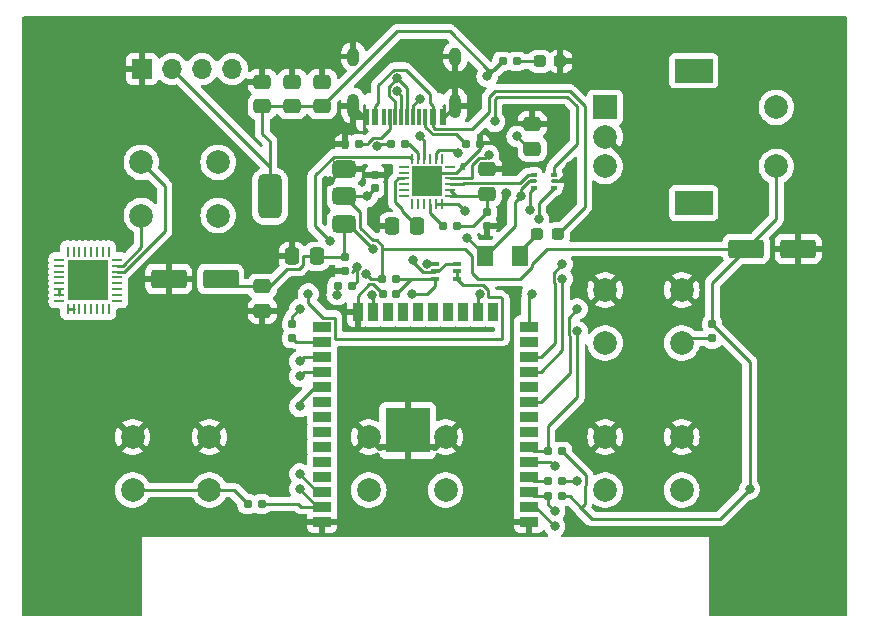
<source format=gbr>
%TF.GenerationSoftware,KiCad,Pcbnew,8.0.4*%
%TF.CreationDate,2024-12-06T19:36:14+01:00*%
%TF.ProjectId,MusicControllerV3,4d757369-6343-46f6-9e74-726f6c6c6572,rev?*%
%TF.SameCoordinates,Original*%
%TF.FileFunction,Copper,L2,Bot*%
%TF.FilePolarity,Positive*%
%FSLAX46Y46*%
G04 Gerber Fmt 4.6, Leading zero omitted, Abs format (unit mm)*
G04 Created by KiCad (PCBNEW 8.0.4) date 2024-12-06 19:36:14*
%MOMM*%
%LPD*%
G01*
G04 APERTURE LIST*
G04 Aperture macros list*
%AMRoundRect*
0 Rectangle with rounded corners*
0 $1 Rounding radius*
0 $2 $3 $4 $5 $6 $7 $8 $9 X,Y pos of 4 corners*
0 Add a 4 corners polygon primitive as box body*
4,1,4,$2,$3,$4,$5,$6,$7,$8,$9,$2,$3,0*
0 Add four circle primitives for the rounded corners*
1,1,$1+$1,$2,$3*
1,1,$1+$1,$4,$5*
1,1,$1+$1,$6,$7*
1,1,$1+$1,$8,$9*
0 Add four rect primitives between the rounded corners*
20,1,$1+$1,$2,$3,$4,$5,0*
20,1,$1+$1,$4,$5,$6,$7,0*
20,1,$1+$1,$6,$7,$8,$9,0*
20,1,$1+$1,$8,$9,$2,$3,0*%
G04 Aperture macros list end*
%TA.AperFunction,ComponentPad*%
%ADD10C,2.000000*%
%TD*%
%TA.AperFunction,ComponentPad*%
%ADD11R,1.700000X1.700000*%
%TD*%
%TA.AperFunction,ComponentPad*%
%ADD12O,1.700000X1.700000*%
%TD*%
%TA.AperFunction,ComponentPad*%
%ADD13R,2.000000X2.000000*%
%TD*%
%TA.AperFunction,ComponentPad*%
%ADD14R,3.200000X2.000000*%
%TD*%
%TA.AperFunction,SMDPad,CuDef*%
%ADD15R,1.500000X0.900000*%
%TD*%
%TA.AperFunction,SMDPad,CuDef*%
%ADD16R,0.900000X1.500000*%
%TD*%
%TA.AperFunction,SMDPad,CuDef*%
%ADD17R,0.900000X0.900000*%
%TD*%
%TA.AperFunction,HeatsinkPad*%
%ADD18C,0.600000*%
%TD*%
%TA.AperFunction,SMDPad,CuDef*%
%ADD19R,3.800000X3.800000*%
%TD*%
%TA.AperFunction,SMDPad,CuDef*%
%ADD20RoundRect,0.160000X0.197500X0.160000X-0.197500X0.160000X-0.197500X-0.160000X0.197500X-0.160000X0*%
%TD*%
%TA.AperFunction,SMDPad,CuDef*%
%ADD21RoundRect,0.062500X0.350000X0.062500X-0.350000X0.062500X-0.350000X-0.062500X0.350000X-0.062500X0*%
%TD*%
%TA.AperFunction,SMDPad,CuDef*%
%ADD22RoundRect,0.062500X0.062500X0.350000X-0.062500X0.350000X-0.062500X-0.350000X0.062500X-0.350000X0*%
%TD*%
%TA.AperFunction,HeatsinkPad*%
%ADD23R,2.600000X2.600000*%
%TD*%
%TA.AperFunction,SMDPad,CuDef*%
%ADD24RoundRect,0.250000X-1.250000X-0.550000X1.250000X-0.550000X1.250000X0.550000X-1.250000X0.550000X0*%
%TD*%
%TA.AperFunction,SMDPad,CuDef*%
%ADD25RoundRect,0.160000X-0.160000X0.197500X-0.160000X-0.197500X0.160000X-0.197500X0.160000X0.197500X0*%
%TD*%
%TA.AperFunction,SMDPad,CuDef*%
%ADD26RoundRect,0.375000X0.625000X0.375000X-0.625000X0.375000X-0.625000X-0.375000X0.625000X-0.375000X0*%
%TD*%
%TA.AperFunction,SMDPad,CuDef*%
%ADD27RoundRect,0.500000X0.500000X1.400000X-0.500000X1.400000X-0.500000X-1.400000X0.500000X-1.400000X0*%
%TD*%
%TA.AperFunction,SMDPad,CuDef*%
%ADD28RoundRect,0.155000X0.212500X0.155000X-0.212500X0.155000X-0.212500X-0.155000X0.212500X-0.155000X0*%
%TD*%
%TA.AperFunction,SMDPad,CuDef*%
%ADD29RoundRect,0.250000X1.250000X0.550000X-1.250000X0.550000X-1.250000X-0.550000X1.250000X-0.550000X0*%
%TD*%
%TA.AperFunction,SMDPad,CuDef*%
%ADD30RoundRect,0.237500X0.287500X0.237500X-0.287500X0.237500X-0.287500X-0.237500X0.287500X-0.237500X0*%
%TD*%
%TA.AperFunction,SMDPad,CuDef*%
%ADD31RoundRect,0.250000X0.475000X-0.337500X0.475000X0.337500X-0.475000X0.337500X-0.475000X-0.337500X0*%
%TD*%
%TA.AperFunction,SMDPad,CuDef*%
%ADD32RoundRect,0.155000X0.155000X-0.212500X0.155000X0.212500X-0.155000X0.212500X-0.155000X-0.212500X0*%
%TD*%
%TA.AperFunction,SMDPad,CuDef*%
%ADD33R,0.600000X1.450000*%
%TD*%
%TA.AperFunction,SMDPad,CuDef*%
%ADD34R,0.300000X1.450000*%
%TD*%
%TA.AperFunction,ComponentPad*%
%ADD35O,1.000000X1.600000*%
%TD*%
%TA.AperFunction,ComponentPad*%
%ADD36O,1.000000X2.100000*%
%TD*%
%TA.AperFunction,SMDPad,CuDef*%
%ADD37RoundRect,0.155000X-0.155000X0.212500X-0.155000X-0.212500X0.155000X-0.212500X0.155000X0.212500X0*%
%TD*%
%TA.AperFunction,SMDPad,CuDef*%
%ADD38RoundRect,0.160000X0.160000X-0.197500X0.160000X0.197500X-0.160000X0.197500X-0.160000X-0.197500X0*%
%TD*%
%TA.AperFunction,SMDPad,CuDef*%
%ADD39RoundRect,0.250001X0.462499X0.624999X-0.462499X0.624999X-0.462499X-0.624999X0.462499X-0.624999X0*%
%TD*%
%TA.AperFunction,SMDPad,CuDef*%
%ADD40RoundRect,0.250000X0.337500X0.475000X-0.337500X0.475000X-0.337500X-0.475000X0.337500X-0.475000X0*%
%TD*%
%TA.AperFunction,SMDPad,CuDef*%
%ADD41RoundRect,0.250000X-0.475000X0.337500X-0.475000X-0.337500X0.475000X-0.337500X0.475000X0.337500X0*%
%TD*%
%TA.AperFunction,SMDPad,CuDef*%
%ADD42RoundRect,0.160000X-0.197500X-0.160000X0.197500X-0.160000X0.197500X0.160000X-0.197500X0.160000X0*%
%TD*%
%TA.AperFunction,SMDPad,CuDef*%
%ADD43RoundRect,0.062500X-0.375000X-0.062500X0.375000X-0.062500X0.375000X0.062500X-0.375000X0.062500X0*%
%TD*%
%TA.AperFunction,SMDPad,CuDef*%
%ADD44RoundRect,0.062500X-0.062500X-0.375000X0.062500X-0.375000X0.062500X0.375000X-0.062500X0.375000X0*%
%TD*%
%TA.AperFunction,HeatsinkPad*%
%ADD45R,3.450000X3.450000*%
%TD*%
%TA.AperFunction,SMDPad,CuDef*%
%ADD46RoundRect,0.093750X0.156250X0.093750X-0.156250X0.093750X-0.156250X-0.093750X0.156250X-0.093750X0*%
%TD*%
%TA.AperFunction,SMDPad,CuDef*%
%ADD47RoundRect,0.075000X0.250000X0.075000X-0.250000X0.075000X-0.250000X-0.075000X0.250000X-0.075000X0*%
%TD*%
%TA.AperFunction,SMDPad,CuDef*%
%ADD48RoundRect,0.100000X0.225000X0.100000X-0.225000X0.100000X-0.225000X-0.100000X0.225000X-0.100000X0*%
%TD*%
%TA.AperFunction,ViaPad*%
%ADD49C,0.800000*%
%TD*%
%TA.AperFunction,Conductor*%
%ADD50C,0.250000*%
%TD*%
G04 APERTURE END LIST*
D10*
%TO.P,SW3,1,A*%
%TO.N,GND*%
X170000000Y-61000000D03*
X176500000Y-61000000D03*
%TO.P,SW3,2,B*%
%TO.N,/Button3*%
X170000000Y-65500000D03*
X176500000Y-65500000D03*
%TD*%
%TO.P,SW1,1,A*%
%TO.N,GND*%
X130000000Y-61000000D03*
X136500000Y-61000000D03*
%TO.P,SW1,2,B*%
%TO.N,/Button1*%
X130000000Y-65500000D03*
X136500000Y-65500000D03*
%TD*%
%TO.P,SW2,1,A*%
%TO.N,GND*%
X150000000Y-61000000D03*
X156500000Y-61000000D03*
%TO.P,SW2,2,B*%
%TO.N,/Button2*%
X150000000Y-65500000D03*
X156500000Y-65500000D03*
%TD*%
%TO.P,SW4,1,A*%
%TO.N,GND*%
X170000000Y-48550000D03*
X176500000Y-48550000D03*
%TO.P,SW4,2,B*%
%TO.N,/Button4*%
X170000000Y-53050000D03*
X176500000Y-53050000D03*
%TD*%
D11*
%TO.P,J2,1,Pin_1*%
%TO.N,GND*%
X130810000Y-29845000D03*
D12*
%TO.P,J2,2,Pin_2*%
%TO.N,+3.3V*%
X133350000Y-29845000D03*
%TO.P,J2,3,Pin_3*%
%TO.N,/SCL*%
X135890000Y-29845000D03*
%TO.P,J2,4,Pin_4*%
%TO.N,/SDA*%
X138430000Y-29845000D03*
%TD*%
D13*
%TO.P,SW5,A,A*%
%TO.N,/RotaryCLK*%
X170000000Y-33100000D03*
D10*
%TO.P,SW5,B,B*%
%TO.N,/RotaryDT*%
X170000000Y-38100000D03*
%TO.P,SW5,C,C*%
%TO.N,GND*%
X170000000Y-35600000D03*
D14*
%TO.P,SW5,MP*%
%TO.N,N/C*%
X177500000Y-30000000D03*
X177500000Y-41200000D03*
D10*
%TO.P,SW5,S1,S1*%
%TO.N,+3.3V*%
X184500000Y-38100000D03*
%TO.P,SW5,S2,S2*%
%TO.N,/RotaryEncoderSwitch*%
X184500000Y-33100000D03*
%TD*%
D15*
%TO.P,U4,1,GND*%
%TO.N,GND*%
X146050000Y-68175000D03*
%TO.P,U4,2,VDD*%
%TO.N,+3.3V*%
X146050000Y-66905000D03*
%TO.P,U4,3,EN*%
%TO.N,/EN*%
X146050000Y-65635000D03*
%TO.P,U4,4,SENSOR_VP*%
%TO.N,unconnected-(U4-SENSOR_VP-Pad4)*%
X146050000Y-64365000D03*
%TO.P,U4,5,SENSOR_VN*%
%TO.N,unconnected-(U4-SENSOR_VN-Pad5)*%
X146050000Y-63095000D03*
%TO.P,U4,6,IO34*%
%TO.N,unconnected-(U4-IO34-Pad6)*%
X146050000Y-61825000D03*
%TO.P,U4,7,IO35*%
%TO.N,unconnected-(U4-IO35-Pad7)*%
X146050000Y-60555000D03*
%TO.P,U4,8,IO32*%
%TO.N,unconnected-(U4-IO32-Pad8)*%
X146050000Y-59285000D03*
%TO.P,U4,9,IO33*%
%TO.N,unconnected-(U4-IO33-Pad9)*%
X146050000Y-58015000D03*
%TO.P,U4,10,IO25*%
%TO.N,/Button2*%
X146050000Y-56745000D03*
%TO.P,U4,11,IO26*%
%TO.N,/Button3*%
X146050000Y-55475000D03*
%TO.P,U4,12,IO27*%
%TO.N,/Button4*%
X146050000Y-54205000D03*
%TO.P,U4,13,IO14*%
%TO.N,/LED_G*%
X146050000Y-52935000D03*
%TO.P,U4,14,IO12*%
%TO.N,unconnected-(U4-IO12-Pad14)*%
X146050000Y-51665000D03*
D16*
%TO.P,U4,15,GND*%
%TO.N,GND*%
X149090000Y-50415000D03*
%TO.P,U4,16,IO13*%
%TO.N,/LED_R*%
X150360000Y-50415000D03*
%TO.P,U4,17,SHD/SD2*%
%TO.N,unconnected-(U4-SHD{slash}SD2-Pad17)*%
X151630000Y-50415000D03*
%TO.P,U4,18,SWP/SD3*%
%TO.N,unconnected-(U4-SWP{slash}SD3-Pad18)*%
X152900000Y-50415000D03*
%TO.P,U4,19,SCS/CMD*%
%TO.N,unconnected-(U4-SCS{slash}CMD-Pad19)*%
X154170000Y-50415000D03*
%TO.P,U4,20,SCK/CLK*%
%TO.N,unconnected-(U4-SCK{slash}CLK-Pad20)*%
X155440000Y-50415000D03*
%TO.P,U4,21,SDO/SD0*%
%TO.N,unconnected-(U4-SDO{slash}SD0-Pad21)*%
X156710000Y-50415000D03*
%TO.P,U4,22,SDI/SD1*%
%TO.N,unconnected-(U4-SDI{slash}SD1-Pad22)*%
X157980000Y-50415000D03*
%TO.P,U4,23,IO15*%
%TO.N,/LED_B*%
X159250000Y-50415000D03*
%TO.P,U4,24,IO2*%
%TO.N,unconnected-(U4-IO2-Pad24)*%
X160520000Y-50415000D03*
D15*
%TO.P,U4,25,IO0*%
%TO.N,/IO0*%
X163550000Y-51665000D03*
%TO.P,U4,26,IO4*%
%TO.N,unconnected-(U4-IO4-Pad26)*%
X163550000Y-52935000D03*
%TO.P,U4,27,IO16*%
%TO.N,/RotaryCLK*%
X163550000Y-54205000D03*
%TO.P,U4,28,IO17*%
%TO.N,/RotaryDT*%
X163550000Y-55475000D03*
%TO.P,U4,29,IO5*%
%TO.N,unconnected-(U4-IO5-Pad29)*%
X163550000Y-56745000D03*
%TO.P,U4,30,IO18*%
%TO.N,/RotaryEncoderSwitch*%
X163550000Y-58015000D03*
%TO.P,U4,31,IO19*%
%TO.N,unconnected-(U4-IO19-Pad31)*%
X163550000Y-59285000D03*
%TO.P,U4,32,NC*%
%TO.N,unconnected-(U4-NC-Pad32)*%
X163550000Y-60555000D03*
%TO.P,U4,33,IO21*%
%TO.N,/SDA*%
X163550000Y-61825000D03*
%TO.P,U4,34,RXD0/IO3*%
%TO.N,/TX*%
X163550000Y-63095000D03*
%TO.P,U4,35,TXD0/IO1*%
%TO.N,/RX*%
X163550000Y-64365000D03*
%TO.P,U4,36,IO22*%
%TO.N,/SCL*%
X163550000Y-65635000D03*
%TO.P,U4,37,IO23*%
%TO.N,/Button1*%
X163550000Y-66905000D03*
%TO.P,U4,38,GND*%
%TO.N,GND*%
X163550000Y-68175000D03*
D17*
%TO.P,U4,39,GND*%
X151900000Y-59055000D03*
D18*
X151900000Y-59755000D03*
D17*
X151900000Y-60455000D03*
D18*
X151900000Y-61155000D03*
D17*
X151900000Y-61855000D03*
D18*
X152600000Y-59055000D03*
X152600000Y-60455000D03*
X152600000Y-61855000D03*
X153275000Y-59755000D03*
X153275000Y-61155000D03*
D17*
X153300000Y-59055000D03*
X153300000Y-60455000D03*
D19*
X153300000Y-60455000D03*
D17*
X153300000Y-61855000D03*
D18*
X154000000Y-59055000D03*
X154000000Y-60455000D03*
X154000000Y-61855000D03*
D17*
X154700000Y-59055000D03*
D18*
X154700000Y-59755000D03*
D17*
X154700000Y-60455000D03*
D18*
X154700000Y-61155000D03*
D17*
X154700000Y-61855000D03*
%TD*%
D20*
%TO.P,R15,1*%
%TO.N,/EN*%
X152325000Y-47625000D03*
%TO.P,R15,2*%
%TO.N,+3.3V*%
X151130000Y-47625000D03*
%TD*%
D21*
%TO.P,U3,1,~{RI}*%
%TO.N,unconnected-(U3-~{RI}-Pad1)*%
X156845000Y-38120000D03*
%TO.P,U3,2,GND*%
%TO.N,GND*%
X156845000Y-38620000D03*
%TO.P,U3,3,D+*%
%TO.N,Net-(U3-D+)*%
X156845000Y-39120000D03*
%TO.P,U3,4,D-*%
%TO.N,Net-(U3-D-)*%
X156845000Y-39620000D03*
%TO.P,U3,5,VIO*%
%TO.N,+3.3VA*%
X156845000Y-40120000D03*
%TO.P,U3,6,VDD*%
X156845000Y-40620000D03*
D22*
%TO.P,U3,7,REGIN*%
%TO.N,+5V*%
X156157500Y-41307500D03*
%TO.P,U3,8,VBUS*%
X155657500Y-41307500D03*
%TO.P,U3,9,~{RST}*%
%TO.N,Net-(U3-~{RST})*%
X155157500Y-41307500D03*
%TO.P,U3,10,NC*%
%TO.N,unconnected-(U3-NC-Pad10)*%
X154657500Y-41307500D03*
%TO.P,U3,11,GPIO.3*%
%TO.N,unconnected-(U3-GPIO.3-Pad11)*%
X154157500Y-41307500D03*
%TO.P,U3,12,RS485/GPIO.2*%
%TO.N,unconnected-(U3-RS485{slash}GPIO.2-Pad12)*%
X153657500Y-41307500D03*
D21*
%TO.P,U3,13,RXT/GPIO.1*%
%TO.N,unconnected-(U3-RXT{slash}GPIO.1-Pad13)*%
X152970000Y-40620000D03*
%TO.P,U3,14,TXT/GPIO.0*%
%TO.N,unconnected-(U3-TXT{slash}GPIO.0-Pad14)*%
X152970000Y-40120000D03*
%TO.P,U3,15,~{SUSPEND}*%
%TO.N,unconnected-(U3-~{SUSPEND}-Pad15)*%
X152970000Y-39620000D03*
%TO.P,U3,16,VPP*%
%TO.N,Net-(U3-VPP)*%
X152970000Y-39120000D03*
%TO.P,U3,17,SUSPEND*%
%TO.N,unconnected-(U3-SUSPEND-Pad17)*%
X152970000Y-38620000D03*
%TO.P,U3,18,~{CTS}*%
%TO.N,unconnected-(U3-~{CTS}-Pad18)*%
X152970000Y-38120000D03*
D22*
%TO.P,U3,19,~{RTS}*%
%TO.N,/RTS*%
X153657500Y-37432500D03*
%TO.P,U3,20,RXD*%
%TO.N,Net-(U3-RXD)*%
X154157500Y-37432500D03*
%TO.P,U3,21,TXD*%
%TO.N,Net-(U3-TXD)*%
X154657500Y-37432500D03*
%TO.P,U3,22,~{DSR}*%
%TO.N,unconnected-(U3-~{DSR}-Pad22)*%
X155157500Y-37432500D03*
%TO.P,U3,23,~{DTR}*%
%TO.N,/DTR*%
X155657500Y-37432500D03*
%TO.P,U3,24,~{DCD}*%
%TO.N,unconnected-(U3-~{DCD}-Pad24)*%
X156157500Y-37432500D03*
D23*
%TO.P,U3,25,GND*%
%TO.N,GND*%
X154907500Y-39370000D03*
%TD*%
D24*
%TO.P,C4,1*%
%TO.N,+3.3V*%
X181950000Y-45085000D03*
%TO.P,C4,2*%
%TO.N,GND*%
X186350000Y-45085000D03*
%TD*%
D25*
%TO.P,R8,1*%
%TO.N,Net-(D1-GK)*%
X143510000Y-51435000D03*
%TO.P,R8,2*%
%TO.N,/LED_G*%
X143510000Y-52630000D03*
%TD*%
D20*
%TO.P,R13,1*%
%TO.N,Net-(U3-RXD)*%
X153035000Y-36195000D03*
%TO.P,R13,2*%
%TO.N,/TX*%
X151840000Y-36195000D03*
%TD*%
%TO.P,R12,1*%
%TO.N,Net-(U3-TXD)*%
X166370000Y-64770000D03*
%TO.P,R12,2*%
%TO.N,/RX*%
X165175000Y-64770000D03*
%TD*%
%TO.P,R1,1*%
%TO.N,Net-(J1-CC1)*%
X149150000Y-36195000D03*
%TO.P,R1,2*%
%TO.N,GND*%
X147955000Y-36195000D03*
%TD*%
D26*
%TO.P,U2,1,GND*%
%TO.N,GND*%
X147930000Y-38340000D03*
%TO.P,U2,2,VO*%
%TO.N,+3.3V*%
X147930000Y-40640000D03*
D27*
X141630000Y-40640000D03*
D26*
%TO.P,U2,3,VI*%
%TO.N,+5V*%
X147930000Y-42940000D03*
%TD*%
D28*
%TO.P,C9,1*%
%TO.N,/EN*%
X152332500Y-48895000D03*
%TO.P,C9,2*%
%TO.N,GND*%
X151197500Y-48895000D03*
%TD*%
D29*
%TO.P,C1,1*%
%TO.N,+5V*%
X137455000Y-47625000D03*
%TO.P,C1,2*%
%TO.N,GND*%
X133055000Y-47625000D03*
%TD*%
D30*
%TO.P,FB1,1*%
%TO.N,+5VP*%
X165975000Y-43815000D03*
%TO.P,FB1,2*%
%TO.N,Net-(F1-Pad1)*%
X164225000Y-43815000D03*
%TD*%
D31*
%TO.P,C4,1*%
%TO.N,+3.3V*%
X146050000Y-33020000D03*
%TO.P,C4,2*%
%TO.N,GND*%
X146050000Y-30945000D03*
%TD*%
D32*
%TO.P,C12,1*%
%TO.N,+3.3V*%
X150495000Y-39937500D03*
%TO.P,C12,2*%
%TO.N,GND*%
X150495000Y-38802500D03*
%TD*%
D20*
%TO.P,R10,1*%
%TO.N,Net-(D2-A)*%
X162522500Y-29210000D03*
%TO.P,R10,2*%
%TO.N,+3.3V*%
X161327500Y-29210000D03*
%TD*%
D30*
%TO.P,D2,1,K*%
%TO.N,GND*%
X166215000Y-29210000D03*
%TO.P,D2,2,A*%
%TO.N,Net-(D2-A)*%
X164465000Y-29210000D03*
%TD*%
D33*
%TO.P,J1,A1,GND*%
%TO.N,GND*%
X149750000Y-33890000D03*
%TO.P,J1,A4,VBUS*%
%TO.N,+5VP*%
X150550000Y-33890000D03*
D34*
%TO.P,J1,A5,CC1*%
%TO.N,Net-(J1-CC1)*%
X151750000Y-33890000D03*
%TO.P,J1,A6,D+*%
%TO.N,Net-(J1-D+-PadA6)*%
X152750000Y-33890000D03*
%TO.P,J1,A7,D-*%
%TO.N,Net-(J1-D--PadA7)*%
X153250000Y-33890000D03*
%TO.P,J1,A8,SBU1*%
%TO.N,unconnected-(J1-SBU1-PadA8)*%
X154250000Y-33890000D03*
D33*
%TO.P,J1,A9,VBUS*%
%TO.N,+5VP*%
X155450000Y-33890000D03*
%TO.P,J1,A12,GND*%
%TO.N,GND*%
X156250000Y-33890000D03*
%TO.P,J1,B1,GND*%
X156250000Y-33890000D03*
%TO.P,J1,B4,VBUS*%
%TO.N,+5VP*%
X155450000Y-33890000D03*
D34*
%TO.P,J1,B5,CC2*%
%TO.N,Net-(J1-CC2)*%
X154750000Y-33890000D03*
%TO.P,J1,B6,D+*%
%TO.N,Net-(J1-D+-PadA6)*%
X153750000Y-33890000D03*
%TO.P,J1,B7,D-*%
%TO.N,Net-(J1-D--PadA7)*%
X152250000Y-33890000D03*
%TO.P,J1,B8,SBU2*%
%TO.N,unconnected-(J1-SBU2-PadB8)*%
X151250000Y-33890000D03*
D33*
%TO.P,J1,B9,VBUS*%
%TO.N,+5VP*%
X150550000Y-33890000D03*
%TO.P,J1,B12,GND*%
%TO.N,GND*%
X149750000Y-33890000D03*
D35*
%TO.P,J1,S1,SHIELD*%
X148680000Y-28795000D03*
D36*
X148680000Y-32975000D03*
D35*
X157320000Y-28795000D03*
D36*
X157320000Y-32975000D03*
%TD*%
D37*
%TO.P,C8,1*%
%TO.N,+3.3VA*%
X160020000Y-41977500D03*
%TO.P,C8,2*%
%TO.N,GND*%
X160020000Y-43112500D03*
%TD*%
D38*
%TO.P,R6,1*%
%TO.N,/Button4*%
X179070000Y-52667500D03*
%TO.P,R6,2*%
%TO.N,+3.3V*%
X179070000Y-51472500D03*
%TD*%
D39*
%TO.P,F1,1*%
%TO.N,Net-(F1-Pad1)*%
X162777500Y-45720000D03*
%TO.P,F1,2*%
%TO.N,+5V*%
X159802500Y-45720000D03*
%TD*%
D20*
%TO.P,R7,1*%
%TO.N,Net-(D1-RK)*%
X148552500Y-48260000D03*
%TO.P,R7,2*%
%TO.N,/LED_R*%
X147357500Y-48260000D03*
%TD*%
D37*
%TO.P,C3,1*%
%TO.N,+5V*%
X147955000Y-45787500D03*
%TO.P,C3,2*%
%TO.N,GND*%
X147955000Y-46922500D03*
%TD*%
D40*
%TO.P,C6,1*%
%TO.N,Net-(U3-VPP)*%
X154072500Y-43180000D03*
%TO.P,C6,2*%
%TO.N,GND*%
X151997500Y-43180000D03*
%TD*%
%TO.P,C1,1*%
%TO.N,+5V*%
X145585000Y-45720000D03*
%TO.P,C1,2*%
%TO.N,GND*%
X143510000Y-45720000D03*
%TD*%
D41*
%TO.P,C5,1*%
%TO.N,+5V*%
X140970000Y-48260000D03*
%TO.P,C5,2*%
%TO.N,GND*%
X140970000Y-50335000D03*
%TD*%
D42*
%TO.P,R16,1*%
%TO.N,/SDA*%
X165175000Y-62230000D03*
%TO.P,R16,2*%
%TO.N,+3.3V*%
X166370000Y-62230000D03*
%TD*%
D43*
%TO.P,U1,1,LNA_IN*%
%TO.N,unconnected-(U1-LNA_IN-Pad1)*%
X123807500Y-49495000D03*
%TO.P,U1,2,VDD3P3*%
%TO.N,Net-(U1-VDD3P3-Pad2)*%
X123807500Y-48995000D03*
%TO.P,U1,3,VDD3P3*%
X123807500Y-48495000D03*
%TO.P,U1,4,XTAL_32K_P/ADC1_CH0*%
%TO.N,unconnected-(U1-XTAL_32K_P{slash}ADC1_CH0-Pad4)*%
X123807500Y-47995000D03*
%TO.P,U1,5,XTAL_32K_N/ADC1_CH1*%
%TO.N,unconnected-(U1-XTAL_32K_N{slash}ADC1_CH1-Pad5)*%
X123807500Y-47495000D03*
%TO.P,U1,6,GPIO2/ADC1_CH2*%
%TO.N,unconnected-(U1-GPIO2{slash}ADC1_CH2-Pad6)*%
X123807500Y-46995000D03*
%TO.P,U1,7,CHIP_EN*%
%TO.N,unconnected-(U1-CHIP_EN-Pad7)*%
X123807500Y-46495000D03*
%TO.P,U1,8,GPIO3/ADC1_CH3*%
%TO.N,unconnected-(U1-GPIO3{slash}ADC1_CH3-Pad8)*%
X123807500Y-45995000D03*
D44*
%TO.P,U1,9,MTMS/GPIO4/ADC1_CH4*%
%TO.N,unconnected-(U1-MTMS{slash}GPIO4{slash}ADC1_CH4-Pad9)*%
X124495000Y-45307500D03*
%TO.P,U1,10,MTDI/GPIO5/ADC2_CH0*%
%TO.N,unconnected-(U1-MTDI{slash}GPIO5{slash}ADC2_CH0-Pad10)*%
X124995000Y-45307500D03*
%TO.P,U1,11,VDD3P3_RTC*%
%TO.N,unconnected-(U1-VDD3P3_RTC-Pad11)*%
X125495000Y-45307500D03*
%TO.P,U1,12,MTCK/GPIO6*%
%TO.N,unconnected-(U1-MTCK{slash}GPIO6-Pad12)*%
X125995000Y-45307500D03*
%TO.P,U1,13,MTDO/GPIO7*%
%TO.N,unconnected-(U1-MTDO{slash}GPIO7-Pad13)*%
X126495000Y-45307500D03*
%TO.P,U1,14,GPIO8*%
%TO.N,unconnected-(U1-GPIO8-Pad14)*%
X126995000Y-45307500D03*
%TO.P,U1,15,GPIO9/BOOT*%
%TO.N,unconnected-(U1-GPIO9{slash}BOOT-Pad15)*%
X127495000Y-45307500D03*
%TO.P,U1,16,GPIO10*%
%TO.N,unconnected-(U1-GPIO10-Pad16)*%
X127995000Y-45307500D03*
D43*
%TO.P,U1,17,VDD3P3_CPU*%
%TO.N,unconnected-(U1-VDD3P3_CPU-Pad17)*%
X128682500Y-45995000D03*
%TO.P,U1,18,VDD_SPI/GPIO11*%
%TO.N,Net-(U1-VDD_SPI{slash}GPIO11)*%
X128682500Y-46495000D03*
%TO.P,U1,19,SPIHD/GPIO12*%
%TO.N,Net-(U1-SPIHD{slash}GPIO12)*%
X128682500Y-46995000D03*
%TO.P,U1,20,SPIWP/GPIO13*%
%TO.N,unconnected-(U1-SPIWP{slash}GPIO13-Pad20)*%
X128682500Y-47495000D03*
%TO.P,U1,21,SPICS0/GPIO14*%
%TO.N,unconnected-(U1-SPICS0{slash}GPIO14-Pad21)*%
X128682500Y-47995000D03*
%TO.P,U1,22,SPICLK/GPIO15*%
%TO.N,unconnected-(U1-SPICLK{slash}GPIO15-Pad22)*%
X128682500Y-48495000D03*
%TO.P,U1,23,SPID/GPIO16*%
%TO.N,unconnected-(U1-SPID{slash}GPIO16-Pad23)*%
X128682500Y-48995000D03*
%TO.P,U1,24,SPIQ/GPIO17*%
%TO.N,unconnected-(U1-SPIQ{slash}GPIO17-Pad24)*%
X128682500Y-49495000D03*
D44*
%TO.P,U1,25,GPIO18/USB_D-*%
%TO.N,unconnected-(U1-GPIO18{slash}USB_D--Pad25)*%
X127995000Y-50182500D03*
%TO.P,U1,26,GPIO19/USB_D+*%
%TO.N,unconnected-(U1-GPIO19{slash}USB_D+-Pad26)*%
X127495000Y-50182500D03*
%TO.P,U1,27,U0RXD/GPIO20*%
%TO.N,unconnected-(U1-U0RXD{slash}GPIO20-Pad27)*%
X126995000Y-50182500D03*
%TO.P,U1,28,U0TXD/GPIO21*%
%TO.N,unconnected-(U1-U0TXD{slash}GPIO21-Pad28)*%
X126495000Y-50182500D03*
%TO.P,U1,29,XTAL_N*%
%TO.N,unconnected-(U1-XTAL_N-Pad29)*%
X125995000Y-50182500D03*
%TO.P,U1,30,XTAL_P*%
%TO.N,unconnected-(U1-XTAL_P-Pad30)*%
X125495000Y-50182500D03*
%TO.P,U1,31,VDDA*%
%TO.N,Net-(U1-VDDA-Pad31)*%
X124995000Y-50182500D03*
%TO.P,U1,32,VDDA*%
X124495000Y-50182500D03*
D45*
%TO.P,U1,33,GND*%
%TO.N,unconnected-(U1-GND-Pad33)*%
X126245000Y-47745000D03*
%TD*%
D42*
%TO.P,R2,1*%
%TO.N,Net-(J1-CC2)*%
X158190000Y-36195000D03*
%TO.P,R2,2*%
%TO.N,GND*%
X159385000Y-36195000D03*
%TD*%
D31*
%TO.P,C2,1*%
%TO.N,+5V*%
X163830000Y-36597500D03*
%TO.P,C2,2*%
%TO.N,GND*%
X163830000Y-34522500D03*
%TD*%
D42*
%TO.P,R14,1*%
%TO.N,/SCL*%
X165175000Y-66040000D03*
%TO.P,R14,2*%
%TO.N,+3.3V*%
X166370000Y-66040000D03*
%TD*%
D20*
%TO.P,R11,1*%
%TO.N,+3.3VA*%
X157480000Y-43180000D03*
%TO.P,R11,2*%
%TO.N,Net-(U3-~{RST})*%
X156285000Y-43180000D03*
%TD*%
D31*
%TO.P,C7,1*%
%TO.N,+3.3VA*%
X160020000Y-40407500D03*
%TO.P,C7,2*%
%TO.N,GND*%
X160020000Y-38332500D03*
%TD*%
%TO.P,C11,1*%
%TO.N,+3.3V*%
X143510000Y-33020000D03*
%TO.P,C11,2*%
%TO.N,GND*%
X143510000Y-30945000D03*
%TD*%
D42*
%TO.P,R3,1*%
%TO.N,/Button1*%
X139737500Y-66675000D03*
%TO.P,R3,2*%
%TO.N,+3.3V*%
X140932500Y-66675000D03*
%TD*%
D31*
%TO.P,C10,1*%
%TO.N,+3.3V*%
X140970000Y-33020000D03*
%TO.P,C10,2*%
%TO.N,GND*%
X140970000Y-30945000D03*
%TD*%
D46*
%TO.P,U1,1,I/O1*%
%TO.N,Net-(J1-D--PadA7)*%
X165660000Y-38832500D03*
D47*
%TO.P,U1,2,GND*%
%TO.N,GND*%
X165735000Y-39370000D03*
D46*
%TO.P,U1,3,I/O2*%
%TO.N,Net-(J1-D+-PadA6)*%
X165660000Y-39907500D03*
%TO.P,U1,4,I/O2*%
%TO.N,Net-(U3-D+)*%
X163960000Y-39907500D03*
D47*
%TO.P,U1,5,VBUS*%
%TO.N,+5V*%
X163885000Y-39370000D03*
D46*
%TO.P,U1,6,I/O1*%
%TO.N,Net-(U3-D-)*%
X163960000Y-38832500D03*
%TD*%
D10*
%TO.P,SW2,1,1*%
%TO.N,Net-(U1-SPIHD{slash}GPIO12)*%
X137235000Y-37755000D03*
X130735000Y-37755000D03*
%TO.P,SW2,2,2*%
%TO.N,Net-(U1-VDD_SPI{slash}GPIO11)*%
X137235000Y-42255000D03*
X130735000Y-42255000D03*
%TD*%
D48*
%TO.P,Q1,1,E1*%
%TO.N,/DTR*%
X157475000Y-46340000D03*
%TO.P,Q1,2,B1*%
%TO.N,/RTS*%
X157475000Y-46990000D03*
%TO.P,Q1,3,C2*%
X157475000Y-47640000D03*
%TO.P,Q1,4,E2*%
%TO.N,/EN*%
X155575000Y-47640000D03*
%TO.P,Q1,5,B2*%
%TO.N,/DTR*%
X155575000Y-46990000D03*
%TO.P,Q1,6,C1*%
%TO.N,/IO0*%
X155575000Y-46340000D03*
%TD*%
D49*
%TO.N,+5V*%
X162900384Y-40588683D03*
X162560000Y-35560000D03*
X158298297Y-44116861D03*
X150360000Y-45085000D03*
X158115000Y-41910000D03*
%TO.N,GND*%
X167005000Y-38100000D03*
X146685000Y-39370000D03*
X161624643Y-40332393D03*
X161925000Y-38100000D03*
%TO.N,+3.3V*%
X182245000Y-65405000D03*
X149787443Y-47199449D03*
X144145000Y-65405000D03*
X160020000Y-30480000D03*
X149860000Y-40640000D03*
%TO.N,/EN*%
X144145000Y-64135000D03*
X153670000Y-48895000D03*
%TO.N,Net-(J1-D--PadA7)*%
X152400000Y-30645000D03*
X160655000Y-34290000D03*
%TO.N,Net-(J1-D+-PadA6)*%
X154305000Y-32385000D03*
X164375000Y-42545000D03*
X152400000Y-31750000D03*
%TO.N,/SDA*%
X167640000Y-52070000D03*
%TO.N,/SCL*%
X165735000Y-67310000D03*
%TO.N,/DTR*%
X153753348Y-45982954D03*
X157570000Y-36986739D03*
%TO.N,/RTS*%
X144870000Y-48895000D03*
X146685000Y-44450000D03*
%TO.N,/IO0*%
X154924780Y-46332822D03*
X163830000Y-48895000D03*
%TO.N,Net-(U3-TXD)*%
X167640000Y-64770000D03*
X154305000Y-35560000D03*
%TO.N,/TX*%
X165735000Y-63500000D03*
X150677653Y-36377653D03*
%TO.N,/LED_R*%
X150226142Y-48961689D03*
X147320000Y-48961689D03*
%TO.N,/LED_B*%
X159385000Y-48895000D03*
%TO.N,/Button1*%
X165735000Y-68580000D03*
%TO.N,/Button2*%
X144145000Y-58420000D03*
%TO.N,/Button3*%
X144145000Y-55880000D03*
%TO.N,/Button4*%
X144145000Y-54610000D03*
%TO.N,/RotaryEncoderSwitch*%
X167640000Y-50165000D03*
%TO.N,/RotaryCLK*%
X166370000Y-46355000D03*
%TO.N,/RotaryDT*%
X166370000Y-47625000D03*
%TO.N,Net-(U3-D+)*%
X160144059Y-37145000D03*
X163625383Y-41820000D03*
%TO.N,Net-(D1-GK)*%
X144145000Y-50165000D03*
%TO.N,Net-(D1-RK)*%
X148969255Y-46624495D03*
%TD*%
D50*
%TO.N,Net-(U1-VDD_SPI{slash}GPIO11)*%
X128682500Y-46495000D02*
X129169740Y-46495000D01*
X130735000Y-44929740D02*
X130735000Y-42255000D01*
X129169740Y-46495000D02*
X130735000Y-44929740D01*
%TO.N,Net-(U1-SPIHD{slash}GPIO12)*%
X132715000Y-43586136D02*
X132715000Y-39735000D01*
X128682500Y-46995000D02*
X129306136Y-46995000D01*
X132715000Y-39735000D02*
X130735000Y-37755000D01*
X129306136Y-46995000D02*
X132715000Y-43586136D01*
%TO.N,Net-(U1-VDD3P3-Pad2)*%
X123807500Y-48495000D02*
X123807500Y-48995000D01*
%TO.N,Net-(U1-VDDA-Pad31)*%
X124495000Y-50182500D02*
X124995000Y-50182500D01*
%TO.N,+5V*%
X159802500Y-45720000D02*
X159802500Y-45621064D01*
X162900384Y-40029617D02*
X163560001Y-39370000D01*
X156157500Y-41307500D02*
X155657500Y-41307500D01*
X144422500Y-45720000D02*
X144422500Y-46440100D01*
X162900384Y-40588683D02*
X162900384Y-40029617D01*
X157512500Y-41307500D02*
X158115000Y-41910000D01*
X147930000Y-45762500D02*
X147955000Y-45787500D01*
X140970000Y-48260000D02*
X138090000Y-48260000D01*
X163597500Y-36597500D02*
X163830000Y-36597500D01*
X143095000Y-46770000D02*
X141605000Y-48260000D01*
X138090000Y-48260000D02*
X137455000Y-47625000D01*
X162360000Y-43162500D02*
X159802500Y-45720000D01*
X145585000Y-45720000D02*
X144422500Y-45720000D01*
X145652500Y-45787500D02*
X145585000Y-45720000D01*
X162560000Y-35560000D02*
X163597500Y-36597500D01*
X159802500Y-45621064D02*
X158298297Y-44116861D01*
X147955000Y-45787500D02*
X145652500Y-45787500D01*
X162900384Y-40588683D02*
X162360000Y-41129067D01*
X144092600Y-46770000D02*
X143095000Y-46770000D01*
X156157500Y-41307500D02*
X157512500Y-41307500D01*
X150360000Y-45085000D02*
X148215000Y-42940000D01*
X148215000Y-42940000D02*
X147930000Y-42940000D01*
X163560001Y-39370000D02*
X163885000Y-39370000D01*
X162360000Y-41129067D02*
X162360000Y-43162500D01*
X147930000Y-42940000D02*
X147930000Y-45762500D01*
X144422500Y-46440100D02*
X144092600Y-46770000D01*
X141605000Y-48260000D02*
X140970000Y-48260000D01*
%TO.N,GND*%
X156405000Y-33890000D02*
X157320000Y-32975000D01*
X147715000Y-38340000D02*
X146685000Y-39370000D01*
X167005000Y-38424999D02*
X167005000Y-38100000D01*
X149090000Y-50415000D02*
X149090000Y-49030000D01*
X166059999Y-39370000D02*
X167005000Y-38424999D01*
X147930000Y-38340000D02*
X147715000Y-38340000D01*
X150045000Y-48075000D02*
X150377500Y-48075000D01*
X156250000Y-33890000D02*
X156405000Y-33890000D01*
X159385000Y-36600000D02*
X159385000Y-36195000D01*
X149750000Y-33890000D02*
X149595000Y-33890000D01*
X150377500Y-48075000D02*
X151197500Y-48895000D01*
X165735000Y-39370000D02*
X166059999Y-39370000D01*
X156845000Y-38620000D02*
X157365000Y-38620000D01*
X156845000Y-38620000D02*
X155657500Y-38620000D01*
X149090000Y-49030000D02*
X150045000Y-48075000D01*
X157365000Y-38620000D02*
X159385000Y-36600000D01*
X149595000Y-33890000D02*
X148680000Y-32975000D01*
X155657500Y-38620000D02*
X154907500Y-39370000D01*
%TO.N,+3.3VA*%
X158817500Y-43180000D02*
X160020000Y-41977500D01*
X159405000Y-40620000D02*
X157480000Y-40620000D01*
X160020000Y-40407500D02*
X159617500Y-40407500D01*
X157480000Y-40620000D02*
X157345000Y-40620000D01*
X157480000Y-40620000D02*
X156845000Y-40620000D01*
X160020000Y-40407500D02*
X160020000Y-41977500D01*
X159617500Y-40407500D02*
X159405000Y-40620000D01*
X157480000Y-43180000D02*
X158817500Y-43180000D01*
X157345000Y-40620000D02*
X156845000Y-40120000D01*
%TO.N,Net-(U3-VPP)*%
X152802500Y-41910000D02*
X152802500Y-41677500D01*
X154072500Y-43180000D02*
X152802500Y-41910000D01*
X152232500Y-39395260D02*
X152507760Y-39120000D01*
X152802500Y-41677500D02*
X152232500Y-41107500D01*
X152507760Y-39120000D02*
X152970000Y-39120000D01*
X152232500Y-41107500D02*
X152232500Y-39395260D01*
%TO.N,+3.3V*%
X150339950Y-44360000D02*
X149255000Y-43275050D01*
X149860000Y-40572500D02*
X150495000Y-39937500D01*
X146050000Y-66905000D02*
X145645000Y-66905000D01*
X151130000Y-45085000D02*
X151130000Y-47625000D01*
X168910000Y-67945000D02*
X179705000Y-67945000D01*
X167957500Y-66992500D02*
X168910000Y-67945000D01*
X149255000Y-41965000D02*
X147930000Y-40640000D01*
X133350000Y-29845000D02*
X141630000Y-38125000D01*
X168275000Y-65160305D02*
X168275000Y-66675000D01*
X161327500Y-29210000D02*
X161290000Y-29210000D01*
X168365000Y-65070305D02*
X168275000Y-65160305D01*
X151130000Y-45085000D02*
X151130000Y-44829695D01*
X152400000Y-26670000D02*
X146050000Y-33020000D01*
X140932500Y-66675000D02*
X144020000Y-66675000D01*
X144250000Y-66905000D02*
X146050000Y-66905000D01*
X143510000Y-33020000D02*
X140970000Y-33020000D01*
X166370000Y-66040000D02*
X167005000Y-66040000D01*
X181950000Y-45085000D02*
X184500000Y-42535000D01*
X179070000Y-51472500D02*
X182245000Y-54647500D01*
X165100000Y-45085000D02*
X181950000Y-45085000D01*
X160095000Y-29920000D02*
X156845000Y-26670000D01*
X161290000Y-29210000D02*
X160020000Y-30480000D01*
X150212994Y-47625000D02*
X149787443Y-47199449D01*
X149792500Y-40640000D02*
X149860000Y-40640000D01*
X184500000Y-42535000D02*
X184500000Y-38100000D01*
X149860000Y-40640000D02*
X149860000Y-40572500D01*
X156845000Y-26670000D02*
X152400000Y-26670000D01*
X147930000Y-40640000D02*
X149792500Y-40640000D01*
X182245000Y-54647500D02*
X182245000Y-65405000D01*
X163815000Y-46370000D02*
X165100000Y-45085000D01*
X151130000Y-45085000D02*
X158115000Y-45085000D01*
X166370000Y-62230000D02*
X168365000Y-64225000D01*
X143510000Y-33020000D02*
X146050000Y-33020000D01*
X141630000Y-40640000D02*
X141630000Y-35987500D01*
X140995000Y-33045000D02*
X140970000Y-33020000D01*
X150660305Y-44360000D02*
X150339950Y-44360000D01*
X161327500Y-29210000D02*
X160617500Y-29920000D01*
X168365000Y-64225000D02*
X168365000Y-65070305D01*
X162780100Y-47625000D02*
X163815000Y-46590100D01*
X158115000Y-45085000D02*
X158750000Y-45720000D01*
X151130000Y-44829695D02*
X150660305Y-44360000D01*
X179070000Y-47965000D02*
X181950000Y-45085000D01*
X159274950Y-47625000D02*
X162780100Y-47625000D01*
X168275000Y-66675000D02*
X167957500Y-66992500D01*
X179070000Y-51472500D02*
X179070000Y-47965000D01*
X140970000Y-35327500D02*
X140970000Y-33020000D01*
X179705000Y-67945000D02*
X182245000Y-65405000D01*
X160617500Y-29920000D02*
X160095000Y-29920000D01*
X144020000Y-66675000D02*
X144250000Y-66905000D01*
X141630000Y-35987500D02*
X140970000Y-35327500D01*
X158750000Y-45720000D02*
X158750000Y-47100050D01*
X151130000Y-47625000D02*
X150212994Y-47625000D01*
X141630000Y-38125000D02*
X141630000Y-40640000D01*
X149792500Y-40640000D02*
X149792500Y-40640000D01*
X167005000Y-66040000D02*
X167957500Y-66992500D01*
X145645000Y-66905000D02*
X144145000Y-65405000D01*
X149255000Y-43275050D02*
X149255000Y-41965000D01*
X158750000Y-47100050D02*
X159274950Y-47625000D01*
X163815000Y-46590100D02*
X163815000Y-46370000D01*
%TO.N,/EN*%
X146050000Y-65635000D02*
X145645000Y-65635000D01*
X152340000Y-47640000D02*
X152325000Y-47625000D01*
X155575000Y-47640000D02*
X152340000Y-47640000D01*
X155575000Y-48260000D02*
X154940000Y-48895000D01*
X155260000Y-47640000D02*
X154857500Y-47640000D01*
X145645000Y-65635000D02*
X144145000Y-64135000D01*
X154940000Y-48895000D02*
X153670000Y-48895000D01*
X153587500Y-47640000D02*
X152332500Y-48895000D01*
X155575000Y-47640000D02*
X155575000Y-48260000D01*
%TO.N,Net-(F1-Pad1)*%
X162777500Y-45720000D02*
X162777500Y-45262500D01*
X162777500Y-45262500D02*
X164225000Y-43815000D01*
%TO.N,+5VP*%
X160653604Y-31750000D02*
X167005000Y-31750000D01*
X168275000Y-41515000D02*
X165975000Y-43815000D01*
X160205000Y-32198604D02*
X160653604Y-31750000D01*
X168275000Y-33020000D02*
X168275000Y-41515000D01*
X167005000Y-31750000D02*
X168275000Y-33020000D01*
X155450000Y-34800000D02*
X155590000Y-34940000D01*
X150810000Y-31209695D02*
X150810000Y-32734949D01*
X158735000Y-34940000D02*
X160205000Y-33470000D01*
X160205000Y-33470000D02*
X160205000Y-32198604D01*
X153110000Y-29920000D02*
X152099695Y-29920000D01*
X155590000Y-34940000D02*
X158735000Y-34940000D01*
X155450000Y-33890000D02*
X155450000Y-34800000D01*
X155190000Y-32734949D02*
X155190000Y-32000000D01*
X155190000Y-32000000D02*
X153110000Y-29920000D01*
X150810000Y-32734949D02*
X150550000Y-32994949D01*
X155450000Y-32994949D02*
X155190000Y-32734949D01*
X155450000Y-33890000D02*
X155450000Y-32994949D01*
X152099695Y-29920000D02*
X150810000Y-31209695D01*
X150550000Y-32994949D02*
X150550000Y-33890000D01*
%TO.N,Net-(J1-CC1)*%
X151750000Y-34915000D02*
X151750000Y-33890000D01*
X149952653Y-36195000D02*
X149952653Y-36077348D01*
X149952653Y-36077348D02*
X150377348Y-35652653D01*
X151012347Y-35652653D02*
X151750000Y-34915000D01*
X149150000Y-36195000D02*
X149952653Y-36195000D01*
X150377348Y-35652653D02*
X151012347Y-35652653D01*
%TO.N,Net-(J1-D--PadA7)*%
X152250000Y-32625305D02*
X151675000Y-32050305D01*
X160655000Y-34290000D02*
X160655000Y-32385000D01*
X152250000Y-33890000D02*
X152250000Y-32625305D01*
X167640000Y-33021396D02*
X167640000Y-36195000D01*
X151675000Y-31370000D02*
X152400000Y-30645000D01*
X151675000Y-32050305D02*
X151675000Y-31370000D01*
X160655000Y-32385000D02*
X160840000Y-32200000D01*
X167640000Y-36195000D02*
X165660000Y-38175000D01*
X153250000Y-33890000D02*
X153250000Y-31495000D01*
X165660000Y-38175000D02*
X165660000Y-38832500D01*
X153250000Y-31495000D02*
X152400000Y-30645000D01*
X166818604Y-32200000D02*
X167640000Y-33021396D01*
X160840000Y-32200000D02*
X166818604Y-32200000D01*
%TO.N,Net-(J1-CC2)*%
X155403604Y-35390000D02*
X154750000Y-34736396D01*
X154750000Y-34736396D02*
X154750000Y-33890000D01*
X158190000Y-36195000D02*
X157385000Y-35390000D01*
X157385000Y-35390000D02*
X155403604Y-35390000D01*
%TO.N,Net-(J1-D+-PadA6)*%
X153750000Y-33890000D02*
X153750000Y-32940000D01*
X164375000Y-41192500D02*
X165660000Y-39907500D01*
X164375000Y-42545000D02*
X164375000Y-41192500D01*
X153750000Y-32940000D02*
X154305000Y-32385000D01*
X152750000Y-33890000D02*
X152750000Y-32100000D01*
X152750000Y-32100000D02*
X152400000Y-31750000D01*
%TO.N,/SDA*%
X165175000Y-62230000D02*
X163955000Y-62230000D01*
X165175000Y-60100000D02*
X165175000Y-62230000D01*
X163955000Y-62230000D02*
X163550000Y-61825000D01*
X163600000Y-61825000D02*
X163830000Y-61595000D01*
X167640000Y-57635000D02*
X165175000Y-60100000D01*
X167640000Y-52070000D02*
X167640000Y-57635000D01*
%TO.N,/SCL*%
X163600000Y-65635000D02*
X163830000Y-65405000D01*
X163955000Y-66040000D02*
X163550000Y-65635000D01*
X165175000Y-66040000D02*
X163955000Y-66040000D01*
X165175000Y-66750000D02*
X165735000Y-67310000D01*
X165175000Y-66040000D02*
X165175000Y-66750000D01*
%TO.N,/DTR*%
X155507178Y-47057822D02*
X154624475Y-47057822D01*
X155932760Y-36695000D02*
X155657500Y-36970260D01*
X153753348Y-46186695D02*
X153753348Y-45982954D01*
X155853812Y-46990000D02*
X155575000Y-46990000D01*
X155575000Y-46990000D02*
X155507178Y-47057822D01*
X157278261Y-36695000D02*
X155932760Y-36695000D01*
X157475000Y-46340000D02*
X156503812Y-46340000D01*
X157570000Y-36986739D02*
X157278261Y-36695000D01*
X154624475Y-47057822D02*
X153753348Y-46186695D01*
X156503812Y-46340000D02*
X155853812Y-46990000D01*
X155657500Y-36970260D02*
X155657500Y-37432500D01*
%TO.N,/RTS*%
X144870000Y-48895000D02*
X144870000Y-49620000D01*
X147125000Y-52705000D02*
X161295000Y-52705000D01*
X161295000Y-49340000D02*
X161150305Y-49195305D01*
X147125000Y-50890000D02*
X147125000Y-52705000D01*
X153657500Y-37432500D02*
X153490000Y-37265000D01*
X146140000Y-50890000D02*
X147125000Y-50890000D01*
X161295000Y-52705000D02*
X161295000Y-49340000D01*
X145415000Y-38865050D02*
X145415000Y-43180000D01*
X161150305Y-49195305D02*
X160110000Y-49195305D01*
X160110000Y-49195305D02*
X160110000Y-48594695D01*
X147015050Y-37265000D02*
X145415000Y-38865050D01*
X160110000Y-48594695D02*
X159685305Y-48170000D01*
X153490000Y-37265000D02*
X147015050Y-37265000D01*
X157475000Y-46990000D02*
X157475000Y-47640000D01*
X145415000Y-43180000D02*
X146685000Y-44450000D01*
X144870000Y-49620000D02*
X146140000Y-50890000D01*
X159685305Y-48170000D02*
X158005000Y-48170000D01*
X158005000Y-48170000D02*
X157475000Y-47640000D01*
%TO.N,/IO0*%
X163550000Y-51665000D02*
X163550000Y-49175000D01*
X154924780Y-46332822D02*
X154931958Y-46340000D01*
X163550000Y-49175000D02*
X163830000Y-48895000D01*
X154931958Y-46340000D02*
X155575000Y-46340000D01*
%TO.N,Net-(U3-~{RST})*%
X156285000Y-43180000D02*
X155157500Y-42052500D01*
X155157500Y-42052500D02*
X155157500Y-41307500D01*
%TO.N,Net-(U3-TXD)*%
X166370000Y-64770000D02*
X167640000Y-64770000D01*
X154657500Y-35912500D02*
X154305000Y-35560000D01*
X154657500Y-37432500D02*
X154657500Y-35912500D01*
%TO.N,/RX*%
X163955000Y-64770000D02*
X163550000Y-64365000D01*
X165175000Y-64770000D02*
X163955000Y-64770000D01*
%TO.N,Net-(U3-RXD)*%
X153035000Y-36195000D02*
X153392499Y-36195000D01*
X154157500Y-36960001D02*
X154157500Y-37432500D01*
X153392499Y-36195000D02*
X154157500Y-36960001D01*
%TO.N,/TX*%
X165330000Y-63095000D02*
X165735000Y-63500000D01*
X150860306Y-36195000D02*
X150677653Y-36377653D01*
X151840000Y-36195000D02*
X150860306Y-36195000D01*
X163550000Y-63095000D02*
X165330000Y-63095000D01*
%TO.N,/LED_R*%
X150360000Y-50415000D02*
X150360000Y-49095547D01*
X150360000Y-49095547D02*
X150226142Y-48961689D01*
X147320000Y-48297500D02*
X147357500Y-48260000D01*
X147320000Y-48961689D02*
X147320000Y-48297500D01*
%TO.N,/LED_G*%
X143815000Y-52935000D02*
X143510000Y-52630000D01*
X146050000Y-52935000D02*
X143815000Y-52935000D01*
%TO.N,/LED_B*%
X159250000Y-49030000D02*
X159385000Y-48895000D01*
X159250000Y-50415000D02*
X159250000Y-49030000D01*
%TO.N,/Button1*%
X164060000Y-66905000D02*
X165735000Y-68580000D01*
X136500000Y-65500000D02*
X130000000Y-65500000D01*
X136500000Y-65500000D02*
X138562500Y-65500000D01*
X138562500Y-65500000D02*
X139737500Y-66675000D01*
X163550000Y-66905000D02*
X164060000Y-66905000D01*
%TO.N,/Button2*%
X144145000Y-58070000D02*
X145470000Y-56745000D01*
X144145000Y-58420000D02*
X144145000Y-58070000D01*
X145470000Y-56745000D02*
X146050000Y-56745000D01*
%TO.N,/Button3*%
X146050000Y-55475000D02*
X144550000Y-55475000D01*
X144550000Y-55475000D02*
X144145000Y-55880000D01*
%TO.N,/Button4*%
X179070000Y-52667500D02*
X176882500Y-52667500D01*
X176882500Y-52667500D02*
X176500000Y-53050000D01*
X146050000Y-54205000D02*
X144550000Y-54205000D01*
X144550000Y-54205000D02*
X144145000Y-54610000D01*
%TO.N,/RotaryEncoderSwitch*%
X167005000Y-52460305D02*
X167005000Y-55560000D01*
X166915000Y-50890000D02*
X166915000Y-52370305D01*
X167005000Y-55560000D02*
X164550000Y-58015000D01*
X167640000Y-50165000D02*
X166915000Y-50890000D01*
X166915000Y-52370305D02*
X167005000Y-52460305D01*
X164550000Y-58015000D02*
X163550000Y-58015000D01*
%TO.N,/RotaryCLK*%
X164550000Y-54205000D02*
X165735000Y-53020000D01*
X165645000Y-47080000D02*
X166370000Y-46355000D01*
X165645000Y-47925305D02*
X165645000Y-47080000D01*
X165735000Y-48015305D02*
X165645000Y-47925305D01*
X163550000Y-54205000D02*
X164550000Y-54205000D01*
X165735000Y-53020000D02*
X165735000Y-48015305D01*
%TO.N,/RotaryDT*%
X166370000Y-53655000D02*
X166370000Y-47625000D01*
X163550000Y-55475000D02*
X164550000Y-55475000D01*
X164550000Y-55475000D02*
X166370000Y-53655000D01*
%TO.N,Net-(U3-D+)*%
X163625383Y-41820000D02*
X163625383Y-40242117D01*
X157831104Y-39120000D02*
X156845000Y-39120000D01*
X159869059Y-37420000D02*
X159299900Y-37420000D01*
X158750000Y-39045000D02*
X157906104Y-39045000D01*
X159299900Y-37420000D02*
X158750000Y-37969900D01*
X163625383Y-40242117D02*
X163960000Y-39907500D01*
X157906104Y-39045000D02*
X157831104Y-39120000D01*
X158750000Y-37969900D02*
X158750000Y-39045000D01*
X160144059Y-37145000D02*
X159869059Y-37420000D01*
%TO.N,Net-(U3-D-)*%
X163461105Y-38832500D02*
X162798605Y-39495000D01*
X163960000Y-38832500D02*
X163461105Y-38832500D01*
X162798605Y-39495000D02*
X158092500Y-39495000D01*
X157967500Y-39620000D02*
X156845000Y-39620000D01*
X158092500Y-39495000D02*
X157967500Y-39620000D01*
%TO.N,Net-(D1-GK)*%
X143510000Y-50800000D02*
X144145000Y-50165000D01*
X143510000Y-51435000D02*
X143510000Y-50800000D01*
%TO.N,Net-(D1-RK)*%
X148590000Y-47003750D02*
X148969255Y-46624495D01*
X148969255Y-47843245D02*
X148969255Y-46624495D01*
X148552500Y-48260000D02*
X148969255Y-47843245D01*
%TO.N,Net-(D2-A)*%
X164465000Y-29210000D02*
X162522500Y-29210000D01*
%TD*%
%TA.AperFunction,Conductor*%
%TO.N,GND*%
G36*
X190443039Y-25419685D02*
G01*
X190488794Y-25472489D01*
X190500000Y-25524000D01*
X190500000Y-76076000D01*
X190480315Y-76143039D01*
X190427511Y-76188794D01*
X190376000Y-76200000D01*
X178924000Y-76200000D01*
X178856961Y-76180315D01*
X178811206Y-76127511D01*
X178800000Y-76076000D01*
X178800000Y-69475000D01*
X166416793Y-69475000D01*
X166349754Y-69455315D01*
X166303999Y-69402511D01*
X166294055Y-69333353D01*
X166323080Y-69269797D01*
X166336368Y-69257599D01*
X166336042Y-69257236D01*
X166340865Y-69252891D01*
X166340871Y-69252888D01*
X166467533Y-69112216D01*
X166562179Y-68948284D01*
X166620674Y-68768256D01*
X166640460Y-68580000D01*
X166620674Y-68391744D01*
X166562179Y-68211716D01*
X166467533Y-68047784D01*
X166449693Y-68027971D01*
X166419464Y-67964981D01*
X166428089Y-67895646D01*
X166449694Y-67862028D01*
X166467533Y-67842216D01*
X166562179Y-67678284D01*
X166620674Y-67498256D01*
X166640460Y-67310000D01*
X166620674Y-67121744D01*
X166586236Y-67015758D01*
X166584242Y-66945920D01*
X166620322Y-66886087D01*
X166681084Y-66856210D01*
X166680990Y-66855734D01*
X166682778Y-66855378D01*
X166683023Y-66855258D01*
X166684081Y-66855118D01*
X166687423Y-66854452D01*
X166687433Y-66854452D01*
X166784216Y-66824293D01*
X166804512Y-66817969D01*
X166874372Y-66816817D01*
X166929083Y-66848673D01*
X167565831Y-67485422D01*
X167565837Y-67485427D01*
X168511262Y-68430854D01*
X168511265Y-68430857D01*
X168562490Y-68465084D01*
X168613714Y-68499311D01*
X168727548Y-68546463D01*
X168848388Y-68570499D01*
X168848392Y-68570500D01*
X168848393Y-68570500D01*
X179766607Y-68570500D01*
X179827029Y-68558481D01*
X179887452Y-68546463D01*
X179887455Y-68546461D01*
X179887458Y-68546461D01*
X179920787Y-68532654D01*
X179920786Y-68532654D01*
X179920792Y-68532652D01*
X180001286Y-68499312D01*
X180052509Y-68465084D01*
X180103733Y-68430858D01*
X180190858Y-68343733D01*
X180190858Y-68343731D01*
X180201066Y-68333524D01*
X180201067Y-68333521D01*
X182192772Y-66341819D01*
X182254095Y-66308334D01*
X182280453Y-66305500D01*
X182339644Y-66305500D01*
X182339646Y-66305500D01*
X182524803Y-66266144D01*
X182697730Y-66189151D01*
X182850871Y-66077888D01*
X182977533Y-65937216D01*
X183072179Y-65773284D01*
X183130674Y-65593256D01*
X183150460Y-65405000D01*
X183130674Y-65216744D01*
X183072179Y-65036716D01*
X182977533Y-64872784D01*
X182960437Y-64853797D01*
X182902350Y-64789284D01*
X182872120Y-64726292D01*
X182870500Y-64706312D01*
X182870500Y-54585893D01*
X182870499Y-54585889D01*
X182855319Y-54509571D01*
X182846463Y-54465048D01*
X182828526Y-54421744D01*
X182828525Y-54421741D01*
X182799314Y-54351218D01*
X182799312Y-54351214D01*
X182742778Y-54266607D01*
X182730858Y-54248767D01*
X182643733Y-54161642D01*
X182643732Y-54161641D01*
X182640621Y-54158530D01*
X182640606Y-54158516D01*
X179926818Y-51444728D01*
X179893333Y-51383405D01*
X179890499Y-51357047D01*
X179890499Y-51221611D01*
X179884453Y-51155073D01*
X179884452Y-51155070D01*
X179884452Y-51155067D01*
X179853612Y-51056100D01*
X179836734Y-51001933D01*
X179836732Y-51001929D01*
X179753757Y-50864670D01*
X179753753Y-50864665D01*
X179731819Y-50842731D01*
X179698334Y-50781408D01*
X179695500Y-50755050D01*
X179695500Y-48275451D01*
X179715185Y-48208412D01*
X179731814Y-48187775D01*
X181497771Y-46421817D01*
X181559094Y-46388333D01*
X181585452Y-46385499D01*
X183250002Y-46385499D01*
X183250008Y-46385499D01*
X183352797Y-46374999D01*
X183519334Y-46319814D01*
X183668656Y-46227712D01*
X183792712Y-46103656D01*
X183884814Y-45954334D01*
X183939999Y-45787797D01*
X183950500Y-45685009D01*
X183950500Y-45684986D01*
X184350001Y-45684986D01*
X184360494Y-45787697D01*
X184415641Y-45954119D01*
X184415643Y-45954124D01*
X184507684Y-46103345D01*
X184631654Y-46227315D01*
X184780875Y-46319356D01*
X184780880Y-46319358D01*
X184947302Y-46374505D01*
X184947309Y-46374506D01*
X185050019Y-46384999D01*
X186099999Y-46384999D01*
X186600000Y-46384999D01*
X187649972Y-46384999D01*
X187649986Y-46384998D01*
X187752697Y-46374505D01*
X187919119Y-46319358D01*
X187919124Y-46319356D01*
X188068345Y-46227315D01*
X188192315Y-46103345D01*
X188284356Y-45954124D01*
X188284358Y-45954119D01*
X188339505Y-45787697D01*
X188339506Y-45787690D01*
X188349999Y-45684986D01*
X188350000Y-45684973D01*
X188350000Y-45335000D01*
X186600000Y-45335000D01*
X186600000Y-46384999D01*
X186099999Y-46384999D01*
X186100000Y-46384998D01*
X186100000Y-45335000D01*
X184350001Y-45335000D01*
X184350001Y-45684986D01*
X183950500Y-45684986D01*
X183950499Y-44485013D01*
X184350000Y-44485013D01*
X184350000Y-44835000D01*
X186100000Y-44835000D01*
X186600000Y-44835000D01*
X188349999Y-44835000D01*
X188349999Y-44485028D01*
X188349998Y-44485013D01*
X188339505Y-44382302D01*
X188284358Y-44215880D01*
X188284356Y-44215875D01*
X188192315Y-44066654D01*
X188068345Y-43942684D01*
X187919124Y-43850643D01*
X187919119Y-43850641D01*
X187752697Y-43795494D01*
X187752690Y-43795493D01*
X187649986Y-43785000D01*
X186600000Y-43785000D01*
X186600000Y-44835000D01*
X186100000Y-44835000D01*
X186100000Y-43785000D01*
X185050028Y-43785000D01*
X185050012Y-43785001D01*
X184947302Y-43795494D01*
X184780880Y-43850641D01*
X184780875Y-43850643D01*
X184631654Y-43942684D01*
X184507684Y-44066654D01*
X184415643Y-44215875D01*
X184415641Y-44215880D01*
X184360494Y-44382302D01*
X184360493Y-44382309D01*
X184350000Y-44485013D01*
X183950499Y-44485013D01*
X183950499Y-44484992D01*
X183945976Y-44440719D01*
X183939999Y-44382203D01*
X183939998Y-44382200D01*
X183926566Y-44341666D01*
X183884814Y-44215666D01*
X183867275Y-44187231D01*
X183848836Y-44119840D01*
X183869759Y-44053177D01*
X183885134Y-44034455D01*
X184111793Y-43807797D01*
X184985858Y-42933733D01*
X185054312Y-42831285D01*
X185084854Y-42757549D01*
X185101463Y-42717452D01*
X185104835Y-42700498D01*
X185106099Y-42694145D01*
X185106099Y-42694143D01*
X185125501Y-42596606D01*
X185125501Y-42473393D01*
X185125501Y-42468283D01*
X185125500Y-42468257D01*
X185125500Y-39541519D01*
X185145185Y-39474480D01*
X185190483Y-39432464D01*
X185231017Y-39410528D01*
X185323509Y-39360474D01*
X185519744Y-39207738D01*
X185688164Y-39024785D01*
X185690900Y-39020598D01*
X185756279Y-38920527D01*
X185824173Y-38816607D01*
X185924063Y-38588881D01*
X185985108Y-38347821D01*
X185985175Y-38347011D01*
X186005643Y-38100005D01*
X186005643Y-38099994D01*
X185985109Y-37852187D01*
X185985107Y-37852175D01*
X185924063Y-37611118D01*
X185824173Y-37383393D01*
X185688166Y-37175217D01*
X185607688Y-37087795D01*
X185519744Y-36992262D01*
X185323509Y-36839526D01*
X185323507Y-36839525D01*
X185323506Y-36839524D01*
X185104811Y-36721172D01*
X185104802Y-36721169D01*
X184869616Y-36640429D01*
X184624335Y-36599500D01*
X184375665Y-36599500D01*
X184130383Y-36640429D01*
X183895197Y-36721169D01*
X183895188Y-36721172D01*
X183676493Y-36839524D01*
X183480257Y-36992261D01*
X183311833Y-37175217D01*
X183175826Y-37383393D01*
X183075936Y-37611118D01*
X183014892Y-37852175D01*
X183014890Y-37852187D01*
X182994357Y-38099994D01*
X182994357Y-38100005D01*
X183014890Y-38347812D01*
X183014892Y-38347824D01*
X183075936Y-38588881D01*
X183175826Y-38816606D01*
X183311833Y-39024782D01*
X183311836Y-39024785D01*
X183480256Y-39207738D01*
X183569503Y-39277202D01*
X183660560Y-39348075D01*
X183676491Y-39360474D01*
X183725161Y-39386813D01*
X183809517Y-39432464D01*
X183859108Y-39481683D01*
X183874500Y-39541519D01*
X183874500Y-42224547D01*
X183854815Y-42291586D01*
X183838181Y-42312228D01*
X182402227Y-43748181D01*
X182340904Y-43781666D01*
X182314546Y-43784500D01*
X180649998Y-43784500D01*
X180649981Y-43784501D01*
X180547203Y-43795000D01*
X180547200Y-43795001D01*
X180380668Y-43850185D01*
X180380663Y-43850187D01*
X180231342Y-43942289D01*
X180107289Y-44066342D01*
X180015187Y-44215663D01*
X180015185Y-44215668D01*
X180002385Y-44254297D01*
X179962551Y-44374506D01*
X179922781Y-44431949D01*
X179858265Y-44458772D01*
X179844847Y-44459500D01*
X167076816Y-44459500D01*
X167009777Y-44439815D01*
X166964022Y-44387011D01*
X166954078Y-44317853D01*
X166959110Y-44296496D01*
X166990174Y-44202753D01*
X167000500Y-44101677D01*
X167000499Y-43725450D01*
X167020183Y-43658412D01*
X167036813Y-43637775D01*
X168673729Y-42000860D01*
X168673733Y-42000858D01*
X168760858Y-41913733D01*
X168829311Y-41811286D01*
X168876463Y-41697452D01*
X168900500Y-41576606D01*
X168900500Y-40152135D01*
X175399500Y-40152135D01*
X175399500Y-42247870D01*
X175399501Y-42247876D01*
X175405908Y-42307483D01*
X175456202Y-42442328D01*
X175456206Y-42442335D01*
X175542452Y-42557544D01*
X175542455Y-42557547D01*
X175657664Y-42643793D01*
X175657671Y-42643797D01*
X175792517Y-42694091D01*
X175792516Y-42694091D01*
X175799444Y-42694835D01*
X175852127Y-42700500D01*
X179147872Y-42700499D01*
X179207483Y-42694091D01*
X179342331Y-42643796D01*
X179457546Y-42557546D01*
X179543796Y-42442331D01*
X179594091Y-42307483D01*
X179600500Y-42247873D01*
X179600499Y-40152128D01*
X179594091Y-40092517D01*
X179574576Y-40040195D01*
X179543797Y-39957671D01*
X179543793Y-39957664D01*
X179457547Y-39842455D01*
X179457544Y-39842452D01*
X179342335Y-39756206D01*
X179342328Y-39756202D01*
X179207482Y-39705908D01*
X179207483Y-39705908D01*
X179147883Y-39699501D01*
X179147881Y-39699500D01*
X179147873Y-39699500D01*
X179147864Y-39699500D01*
X175852129Y-39699500D01*
X175852123Y-39699501D01*
X175792516Y-39705908D01*
X175657671Y-39756202D01*
X175657664Y-39756206D01*
X175542455Y-39842452D01*
X175542452Y-39842455D01*
X175456206Y-39957664D01*
X175456202Y-39957671D01*
X175405908Y-40092517D01*
X175400784Y-40140185D01*
X175399501Y-40152123D01*
X175399500Y-40152135D01*
X168900500Y-40152135D01*
X168900500Y-39399307D01*
X168920185Y-39332268D01*
X168972989Y-39286513D01*
X169042147Y-39276569D01*
X169100662Y-39301454D01*
X169176487Y-39360471D01*
X169176491Y-39360474D01*
X169387155Y-39474480D01*
X169395190Y-39478828D01*
X169630386Y-39559571D01*
X169875665Y-39600500D01*
X170124335Y-39600500D01*
X170369614Y-39559571D01*
X170604810Y-39478828D01*
X170823509Y-39360474D01*
X171019744Y-39207738D01*
X171188164Y-39024785D01*
X171190900Y-39020598D01*
X171256279Y-38920527D01*
X171324173Y-38816607D01*
X171424063Y-38588881D01*
X171485108Y-38347821D01*
X171485175Y-38347011D01*
X171505643Y-38100005D01*
X171505643Y-38099994D01*
X171485109Y-37852187D01*
X171485107Y-37852175D01*
X171424063Y-37611118D01*
X171324173Y-37383393D01*
X171188166Y-37175217D01*
X171160349Y-37145000D01*
X171019744Y-36992262D01*
X170918623Y-36913556D01*
X170877810Y-36856846D01*
X170873697Y-36827249D01*
X170129410Y-36082962D01*
X170192993Y-36065925D01*
X170307007Y-36000099D01*
X170400099Y-35907007D01*
X170465925Y-35792993D01*
X170482962Y-35729410D01*
X171223434Y-36469882D01*
X171323731Y-36316369D01*
X171423587Y-36088717D01*
X171484612Y-35847738D01*
X171484614Y-35847729D01*
X171505141Y-35600005D01*
X171505141Y-35599994D01*
X171484614Y-35352270D01*
X171484612Y-35352261D01*
X171423587Y-35111282D01*
X171323732Y-34883632D01*
X171211515Y-34711870D01*
X171191328Y-34644981D01*
X171210508Y-34577795D01*
X171241013Y-34544782D01*
X171242329Y-34543796D01*
X171242331Y-34543796D01*
X171357546Y-34457546D01*
X171443796Y-34342331D01*
X171494091Y-34207483D01*
X171500500Y-34147873D01*
X171500499Y-33099994D01*
X182994357Y-33099994D01*
X182994357Y-33100005D01*
X183014890Y-33347812D01*
X183014892Y-33347824D01*
X183075936Y-33588881D01*
X183175826Y-33816606D01*
X183311833Y-34024782D01*
X183327973Y-34042315D01*
X183480256Y-34207738D01*
X183676491Y-34360474D01*
X183676493Y-34360475D01*
X183894138Y-34478259D01*
X183895190Y-34478828D01*
X184130386Y-34559571D01*
X184375665Y-34600500D01*
X184624335Y-34600500D01*
X184869614Y-34559571D01*
X185104810Y-34478828D01*
X185323509Y-34360474D01*
X185519744Y-34207738D01*
X185688164Y-34024785D01*
X185824173Y-33816607D01*
X185924063Y-33588881D01*
X185985108Y-33347821D01*
X185990688Y-33280486D01*
X186005643Y-33100005D01*
X186005643Y-33099994D01*
X185985109Y-32852187D01*
X185985107Y-32852175D01*
X185924063Y-32611118D01*
X185824173Y-32383393D01*
X185688166Y-32175217D01*
X185649750Y-32133486D01*
X185519744Y-31992262D01*
X185323509Y-31839526D01*
X185323507Y-31839525D01*
X185323506Y-31839524D01*
X185104811Y-31721172D01*
X185104802Y-31721169D01*
X184869616Y-31640429D01*
X184624335Y-31599500D01*
X184375665Y-31599500D01*
X184130383Y-31640429D01*
X183895197Y-31721169D01*
X183895188Y-31721172D01*
X183676493Y-31839524D01*
X183480257Y-31992261D01*
X183311833Y-32175217D01*
X183175826Y-32383393D01*
X183075936Y-32611118D01*
X183014892Y-32852175D01*
X183014890Y-32852187D01*
X182994357Y-33099994D01*
X171500499Y-33099994D01*
X171500499Y-32052128D01*
X171494091Y-31992517D01*
X171493540Y-31991041D01*
X171443797Y-31857671D01*
X171443793Y-31857664D01*
X171357547Y-31742455D01*
X171357544Y-31742452D01*
X171242335Y-31656206D01*
X171242328Y-31656202D01*
X171107482Y-31605908D01*
X171107483Y-31605908D01*
X171047883Y-31599501D01*
X171047881Y-31599500D01*
X171047873Y-31599500D01*
X171047864Y-31599500D01*
X168952129Y-31599500D01*
X168952123Y-31599501D01*
X168892516Y-31605908D01*
X168757671Y-31656202D01*
X168757664Y-31656206D01*
X168642455Y-31742452D01*
X168642452Y-31742455D01*
X168556206Y-31857664D01*
X168556202Y-31857671D01*
X168505908Y-31992517D01*
X168499501Y-32052116D01*
X168499501Y-32052123D01*
X168499500Y-32052135D01*
X168499500Y-32060548D01*
X168479815Y-32127587D01*
X168427011Y-32173342D01*
X168357853Y-32183286D01*
X168294297Y-32154261D01*
X168287819Y-32148229D01*
X167495198Y-31355608D01*
X167495178Y-31355586D01*
X167403733Y-31264141D01*
X167352509Y-31229915D01*
X167301287Y-31195689D01*
X167301286Y-31195688D01*
X167301283Y-31195686D01*
X167301280Y-31195685D01*
X167220792Y-31162347D01*
X167187453Y-31148537D01*
X167177427Y-31146543D01*
X167127029Y-31136518D01*
X167066610Y-31124500D01*
X167066607Y-31124500D01*
X167066606Y-31124500D01*
X160902480Y-31124500D01*
X160835441Y-31104815D01*
X160789686Y-31052011D01*
X160779742Y-30982853D01*
X160795093Y-30938500D01*
X160826851Y-30883493D01*
X160847179Y-30848284D01*
X160905674Y-30668256D01*
X160920906Y-30523323D01*
X160947490Y-30458710D01*
X160975337Y-30433184D01*
X161004032Y-30414009D01*
X161016233Y-30405858D01*
X161103358Y-30318733D01*
X161103359Y-30318730D01*
X161355273Y-30066815D01*
X161416595Y-30033333D01*
X161442953Y-30030499D01*
X161578388Y-30030499D01*
X161644926Y-30024453D01*
X161644927Y-30024452D01*
X161644933Y-30024452D01*
X161798069Y-29976733D01*
X161860850Y-29938779D01*
X161928405Y-29920944D01*
X161989149Y-29938779D01*
X162051931Y-29976733D01*
X162051934Y-29976734D01*
X162051933Y-29976734D01*
X162066240Y-29981192D01*
X162205067Y-30024452D01*
X162271619Y-30030500D01*
X162773380Y-30030499D01*
X162773388Y-30030499D01*
X162839926Y-30024453D01*
X162839927Y-30024452D01*
X162839933Y-30024452D01*
X162993069Y-29976733D01*
X163081721Y-29923141D01*
X163130329Y-29893757D01*
X163130330Y-29893755D01*
X163130335Y-29893753D01*
X163152269Y-29871819D01*
X163213592Y-29838334D01*
X163239950Y-29835500D01*
X163480519Y-29835500D01*
X163547558Y-29855185D01*
X163586058Y-29894404D01*
X163594660Y-29908350D01*
X163716650Y-30030340D01*
X163863484Y-30120908D01*
X164027247Y-30175174D01*
X164128323Y-30185500D01*
X164801676Y-30185499D01*
X164801684Y-30185498D01*
X164801687Y-30185498D01*
X164857030Y-30179844D01*
X164902753Y-30175174D01*
X165066516Y-30120908D01*
X165213350Y-30030340D01*
X165252673Y-29991016D01*
X165313994Y-29957532D01*
X165383685Y-29962516D01*
X165428034Y-29991017D01*
X165466961Y-30029944D01*
X165466965Y-30029947D01*
X165613688Y-30120448D01*
X165613699Y-30120453D01*
X165777347Y-30174680D01*
X165878351Y-30184999D01*
X166465000Y-30184999D01*
X166551640Y-30184999D01*
X166551654Y-30184998D01*
X166652652Y-30174680D01*
X166816300Y-30120453D01*
X166816311Y-30120448D01*
X166963034Y-30029947D01*
X166963038Y-30029944D01*
X167084944Y-29908038D01*
X167084947Y-29908034D01*
X167175448Y-29761311D01*
X167175453Y-29761300D01*
X167229680Y-29597652D01*
X167239999Y-29496654D01*
X167240000Y-29496641D01*
X167240000Y-29460000D01*
X166465000Y-29460000D01*
X166465000Y-30184999D01*
X165878351Y-30184999D01*
X165965000Y-30184998D01*
X165965000Y-28960000D01*
X166465000Y-28960000D01*
X167239999Y-28960000D01*
X167239999Y-28952135D01*
X175399500Y-28952135D01*
X175399500Y-31047870D01*
X175399501Y-31047876D01*
X175405908Y-31107483D01*
X175456202Y-31242328D01*
X175456206Y-31242335D01*
X175542452Y-31357544D01*
X175542455Y-31357547D01*
X175657664Y-31443793D01*
X175657671Y-31443797D01*
X175792517Y-31494091D01*
X175792516Y-31494091D01*
X175799444Y-31494835D01*
X175852127Y-31500500D01*
X179147872Y-31500499D01*
X179207483Y-31494091D01*
X179342331Y-31443796D01*
X179457546Y-31357546D01*
X179543796Y-31242331D01*
X179594091Y-31107483D01*
X179600500Y-31047873D01*
X179600499Y-28952128D01*
X179594091Y-28892517D01*
X179592267Y-28887627D01*
X179543797Y-28757671D01*
X179543793Y-28757664D01*
X179457547Y-28642455D01*
X179457544Y-28642452D01*
X179342335Y-28556206D01*
X179342328Y-28556202D01*
X179207482Y-28505908D01*
X179207483Y-28505908D01*
X179147883Y-28499501D01*
X179147881Y-28499500D01*
X179147873Y-28499500D01*
X179147864Y-28499500D01*
X175852129Y-28499500D01*
X175852123Y-28499501D01*
X175792516Y-28505908D01*
X175657671Y-28556202D01*
X175657664Y-28556206D01*
X175542455Y-28642452D01*
X175542452Y-28642455D01*
X175456206Y-28757664D01*
X175456202Y-28757671D01*
X175405908Y-28892517D01*
X175399501Y-28952116D01*
X175399501Y-28952123D01*
X175399500Y-28952135D01*
X167239999Y-28952135D01*
X167239999Y-28923360D01*
X167239998Y-28923345D01*
X167229680Y-28822347D01*
X167175453Y-28658699D01*
X167175448Y-28658688D01*
X167084947Y-28511965D01*
X167084944Y-28511961D01*
X166963038Y-28390055D01*
X166963034Y-28390052D01*
X166816311Y-28299551D01*
X166816300Y-28299546D01*
X166652652Y-28245319D01*
X166551654Y-28235000D01*
X166465000Y-28235000D01*
X166465000Y-28960000D01*
X165965000Y-28960000D01*
X165965000Y-28235000D01*
X165964999Y-28234999D01*
X165878360Y-28235000D01*
X165878343Y-28235001D01*
X165777347Y-28245319D01*
X165613699Y-28299546D01*
X165613688Y-28299551D01*
X165466965Y-28390052D01*
X165466961Y-28390055D01*
X165428033Y-28428983D01*
X165366710Y-28462468D01*
X165297018Y-28457482D01*
X165252672Y-28428982D01*
X165213351Y-28389661D01*
X165213350Y-28389660D01*
X165084087Y-28309930D01*
X165066518Y-28299093D01*
X165066513Y-28299091D01*
X165065069Y-28298612D01*
X164902753Y-28244826D01*
X164902751Y-28244825D01*
X164801678Y-28234500D01*
X164128330Y-28234500D01*
X164128312Y-28234501D01*
X164027247Y-28244825D01*
X163863484Y-28299092D01*
X163863481Y-28299093D01*
X163716648Y-28389661D01*
X163594660Y-28511649D01*
X163594659Y-28511651D01*
X163586058Y-28525596D01*
X163534110Y-28572321D01*
X163480519Y-28584500D01*
X163239950Y-28584500D01*
X163172911Y-28564815D01*
X163152269Y-28548181D01*
X163130334Y-28526246D01*
X163130329Y-28526242D01*
X162993070Y-28443267D01*
X162993066Y-28443265D01*
X162839933Y-28395548D01*
X162839935Y-28395548D01*
X162813312Y-28393128D01*
X162773381Y-28389500D01*
X162773378Y-28389500D01*
X162271611Y-28389500D01*
X162205073Y-28395546D01*
X162205066Y-28395548D01*
X162051933Y-28443265D01*
X162051929Y-28443267D01*
X161989149Y-28481219D01*
X161921594Y-28499055D01*
X161860851Y-28481219D01*
X161798070Y-28443267D01*
X161798066Y-28443265D01*
X161644933Y-28395548D01*
X161644935Y-28395548D01*
X161618312Y-28393128D01*
X161578381Y-28389500D01*
X161578378Y-28389500D01*
X161076611Y-28389500D01*
X161010073Y-28395546D01*
X161010066Y-28395548D01*
X160856933Y-28443265D01*
X160856929Y-28443267D01*
X160719670Y-28526242D01*
X160719665Y-28526246D01*
X160606246Y-28639665D01*
X160606242Y-28639670D01*
X160523267Y-28776929D01*
X160523265Y-28776933D01*
X160475548Y-28930065D01*
X160469500Y-28996621D01*
X160469500Y-29094546D01*
X160449815Y-29161585D01*
X160433181Y-29182227D01*
X160425180Y-29190228D01*
X160363857Y-29223713D01*
X160294165Y-29218729D01*
X160249818Y-29190228D01*
X157335198Y-26275608D01*
X157335178Y-26275586D01*
X157243733Y-26184141D01*
X157192509Y-26149915D01*
X157141286Y-26115688D01*
X157141283Y-26115686D01*
X157141280Y-26115685D01*
X157060792Y-26082347D01*
X157027453Y-26068537D01*
X157017427Y-26066543D01*
X156967029Y-26056518D01*
X156906610Y-26044500D01*
X156906607Y-26044500D01*
X156906606Y-26044500D01*
X152461607Y-26044500D01*
X152338393Y-26044500D01*
X152338389Y-26044500D01*
X152277971Y-26056518D01*
X152240259Y-26064019D01*
X152217550Y-26068536D01*
X152217548Y-26068537D01*
X152184207Y-26082347D01*
X152103719Y-26115684D01*
X152103705Y-26115692D01*
X152001272Y-26184138D01*
X152001264Y-26184144D01*
X151914139Y-26271270D01*
X149862107Y-28323301D01*
X149800784Y-28356786D01*
X149731092Y-28351802D01*
X149675159Y-28309930D01*
X149652808Y-28259809D01*
X149641570Y-28203311D01*
X149641569Y-28203306D01*
X149566192Y-28021328D01*
X149566185Y-28021315D01*
X149456751Y-27857537D01*
X149456748Y-27857533D01*
X149317466Y-27718251D01*
X149317462Y-27718248D01*
X149153684Y-27608814D01*
X149153671Y-27608807D01*
X148971691Y-27533429D01*
X148971683Y-27533427D01*
X148930000Y-27525135D01*
X148930000Y-28328011D01*
X148920060Y-28310795D01*
X148864205Y-28254940D01*
X148795796Y-28215444D01*
X148719496Y-28195000D01*
X148640504Y-28195000D01*
X148564204Y-28215444D01*
X148495795Y-28254940D01*
X148439940Y-28310795D01*
X148430000Y-28328011D01*
X148430000Y-27525136D01*
X148429999Y-27525135D01*
X148388316Y-27533427D01*
X148388308Y-27533429D01*
X148206328Y-27608807D01*
X148206315Y-27608814D01*
X148042537Y-27718248D01*
X148042533Y-27718251D01*
X147903251Y-27857533D01*
X147903248Y-27857537D01*
X147793814Y-28021315D01*
X147793807Y-28021328D01*
X147718430Y-28203306D01*
X147718427Y-28203318D01*
X147680000Y-28396504D01*
X147680000Y-28545000D01*
X148380000Y-28545000D01*
X148380000Y-29045000D01*
X147680000Y-29045000D01*
X147680000Y-29193495D01*
X147718427Y-29386681D01*
X147718430Y-29386693D01*
X147793807Y-29568671D01*
X147793814Y-29568684D01*
X147903248Y-29732462D01*
X147903251Y-29732466D01*
X148042536Y-29871751D01*
X148079431Y-29896403D01*
X148124236Y-29950015D01*
X148132943Y-30019340D01*
X148102789Y-30082367D01*
X148098221Y-30087186D01*
X147486680Y-30698728D01*
X147425357Y-30732213D01*
X147355666Y-30727229D01*
X147299732Y-30685358D01*
X147275315Y-30619893D01*
X147274999Y-30611047D01*
X147274999Y-30557528D01*
X147274998Y-30557513D01*
X147264505Y-30454802D01*
X147209358Y-30288380D01*
X147209356Y-30288375D01*
X147117315Y-30139154D01*
X146993345Y-30015184D01*
X146844124Y-29923143D01*
X146844119Y-29923141D01*
X146677697Y-29867994D01*
X146677690Y-29867993D01*
X146574986Y-29857500D01*
X146300000Y-29857500D01*
X146300000Y-31071000D01*
X146280315Y-31138039D01*
X146227511Y-31183794D01*
X146176000Y-31195000D01*
X145924000Y-31195000D01*
X145856961Y-31175315D01*
X145811206Y-31122511D01*
X145800000Y-31071000D01*
X145800000Y-29857500D01*
X145525029Y-29857500D01*
X145525012Y-29857501D01*
X145422302Y-29867994D01*
X145255880Y-29923141D01*
X145255875Y-29923143D01*
X145106654Y-30015184D01*
X144982684Y-30139154D01*
X144886851Y-30294525D01*
X144884800Y-30293259D01*
X144846201Y-30337090D01*
X144779006Y-30356237D01*
X144712127Y-30336016D01*
X144675120Y-30293308D01*
X144673149Y-30294525D01*
X144577315Y-30139154D01*
X144453345Y-30015184D01*
X144304124Y-29923143D01*
X144304119Y-29923141D01*
X144137697Y-29867994D01*
X144137690Y-29867993D01*
X144034986Y-29857500D01*
X143760000Y-29857500D01*
X143760000Y-31071000D01*
X143740315Y-31138039D01*
X143687511Y-31183794D01*
X143636000Y-31195000D01*
X143384000Y-31195000D01*
X143316961Y-31175315D01*
X143271206Y-31122511D01*
X143260000Y-31071000D01*
X143260000Y-29857500D01*
X142985029Y-29857500D01*
X142985012Y-29857501D01*
X142882302Y-29867994D01*
X142715880Y-29923141D01*
X142715875Y-29923143D01*
X142566654Y-30015184D01*
X142442684Y-30139154D01*
X142346851Y-30294525D01*
X142344800Y-30293259D01*
X142306201Y-30337090D01*
X142239006Y-30356237D01*
X142172127Y-30336016D01*
X142135120Y-30293308D01*
X142133149Y-30294525D01*
X142037315Y-30139154D01*
X141913345Y-30015184D01*
X141764124Y-29923143D01*
X141764119Y-29923141D01*
X141597697Y-29867994D01*
X141597690Y-29867993D01*
X141494986Y-29857500D01*
X141220000Y-29857500D01*
X141220000Y-31071000D01*
X141200315Y-31138039D01*
X141147511Y-31183794D01*
X141096000Y-31195000D01*
X139745001Y-31195000D01*
X139745001Y-31332486D01*
X139755494Y-31435197D01*
X139810641Y-31601619D01*
X139810643Y-31601624D01*
X139902684Y-31750845D01*
X140026655Y-31874816D01*
X140026659Y-31874819D01*
X140029656Y-31876668D01*
X140031279Y-31878472D01*
X140032323Y-31879298D01*
X140032181Y-31879476D01*
X140076381Y-31928616D01*
X140087602Y-31997579D01*
X140059759Y-32061661D01*
X140029661Y-32087741D01*
X140026349Y-32089783D01*
X140026343Y-32089788D01*
X139902289Y-32213842D01*
X139810187Y-32363163D01*
X139810185Y-32363168D01*
X139803483Y-32383393D01*
X139755001Y-32529703D01*
X139755001Y-32529704D01*
X139755000Y-32529704D01*
X139744500Y-32632483D01*
X139744500Y-33407501D01*
X139744501Y-33407519D01*
X139755000Y-33510296D01*
X139755001Y-33510299D01*
X139810185Y-33676831D01*
X139810187Y-33676836D01*
X139830152Y-33709205D01*
X139902288Y-33826156D01*
X140026344Y-33950212D01*
X140175666Y-34042314D01*
X140259505Y-34070095D01*
X140316948Y-34109866D01*
X140343772Y-34174382D01*
X140344500Y-34187800D01*
X140344500Y-35389106D01*
X140346957Y-35401457D01*
X140346957Y-35401462D01*
X140368535Y-35509944D01*
X140368539Y-35509958D01*
X140373957Y-35523038D01*
X140415684Y-35623778D01*
X140415687Y-35623784D01*
X140415688Y-35623786D01*
X140416486Y-35624980D01*
X140426984Y-35640690D01*
X140426985Y-35640692D01*
X140484141Y-35726232D01*
X140484144Y-35726236D01*
X140575586Y-35817678D01*
X140575608Y-35817698D01*
X140968181Y-36210271D01*
X141001666Y-36271594D01*
X141004500Y-36297952D01*
X141004500Y-36315548D01*
X140984815Y-36382587D01*
X140932011Y-36428342D01*
X140862853Y-36438286D01*
X140799297Y-36409261D01*
X140792819Y-36403229D01*
X135801930Y-31412340D01*
X135768445Y-31351017D01*
X135773429Y-31281325D01*
X135815301Y-31225392D01*
X135880765Y-31200975D01*
X135889611Y-31200659D01*
X135890001Y-31200659D01*
X135946817Y-31195688D01*
X136125408Y-31180063D01*
X136353663Y-31118903D01*
X136567830Y-31019035D01*
X136761401Y-30883495D01*
X136928495Y-30716401D01*
X137058425Y-30530842D01*
X137113002Y-30487217D01*
X137182500Y-30480023D01*
X137244855Y-30511546D01*
X137261575Y-30530842D01*
X137391500Y-30716395D01*
X137391505Y-30716401D01*
X137558599Y-30883495D01*
X137601321Y-30913409D01*
X137752165Y-31019032D01*
X137752167Y-31019033D01*
X137752170Y-31019035D01*
X137966337Y-31118903D01*
X137966343Y-31118904D01*
X137966344Y-31118905D01*
X138021285Y-31133626D01*
X138194592Y-31180063D01*
X138365319Y-31195000D01*
X138429999Y-31200659D01*
X138430000Y-31200659D01*
X138430001Y-31200659D01*
X138486817Y-31195688D01*
X138665408Y-31180063D01*
X138893663Y-31118903D01*
X139107830Y-31019035D01*
X139301401Y-30883495D01*
X139468495Y-30716401D01*
X139519425Y-30643666D01*
X139574002Y-30600041D01*
X139643500Y-30592847D01*
X139705855Y-30624370D01*
X139741269Y-30684600D01*
X139742209Y-30692209D01*
X139745000Y-30695000D01*
X140720000Y-30695000D01*
X140720000Y-29857500D01*
X140445029Y-29857500D01*
X140445012Y-29857501D01*
X140342302Y-29867994D01*
X140175880Y-29923141D01*
X140175875Y-29923143D01*
X140026654Y-30015184D01*
X139987136Y-30054702D01*
X139925813Y-30088187D01*
X139856121Y-30083201D01*
X139800188Y-30041329D01*
X139775772Y-29975865D01*
X139775927Y-29956224D01*
X139785659Y-29845000D01*
X139765063Y-29609592D01*
X139707564Y-29395000D01*
X139703905Y-29381344D01*
X139703904Y-29381343D01*
X139703903Y-29381337D01*
X139604035Y-29167171D01*
X139598425Y-29159158D01*
X139468494Y-28973597D01*
X139301402Y-28806506D01*
X139301395Y-28806501D01*
X139107834Y-28670967D01*
X139107830Y-28670965D01*
X139103616Y-28669000D01*
X138893663Y-28571097D01*
X138893659Y-28571096D01*
X138893655Y-28571094D01*
X138665413Y-28509938D01*
X138665403Y-28509936D01*
X138430001Y-28489341D01*
X138429999Y-28489341D01*
X138194596Y-28509936D01*
X138194586Y-28509938D01*
X137966344Y-28571094D01*
X137966335Y-28571098D01*
X137752171Y-28670964D01*
X137752169Y-28670965D01*
X137558597Y-28806505D01*
X137391505Y-28973597D01*
X137261575Y-29159158D01*
X137206998Y-29202783D01*
X137137500Y-29209977D01*
X137075145Y-29178454D01*
X137058425Y-29159158D01*
X136928494Y-28973597D01*
X136761402Y-28806506D01*
X136761395Y-28806501D01*
X136567834Y-28670967D01*
X136567830Y-28670965D01*
X136563616Y-28669000D01*
X136353663Y-28571097D01*
X136353659Y-28571096D01*
X136353655Y-28571094D01*
X136125413Y-28509938D01*
X136125403Y-28509936D01*
X135890001Y-28489341D01*
X135889999Y-28489341D01*
X135654596Y-28509936D01*
X135654586Y-28509938D01*
X135426344Y-28571094D01*
X135426335Y-28571098D01*
X135212171Y-28670964D01*
X135212169Y-28670965D01*
X135018597Y-28806505D01*
X134851505Y-28973597D01*
X134721575Y-29159158D01*
X134666998Y-29202783D01*
X134597500Y-29209977D01*
X134535145Y-29178454D01*
X134518425Y-29159158D01*
X134388494Y-28973597D01*
X134221402Y-28806506D01*
X134221395Y-28806501D01*
X134027834Y-28670967D01*
X134027830Y-28670965D01*
X134023616Y-28669000D01*
X133813663Y-28571097D01*
X133813659Y-28571096D01*
X133813655Y-28571094D01*
X133585413Y-28509938D01*
X133585403Y-28509936D01*
X133350001Y-28489341D01*
X133349999Y-28489341D01*
X133114596Y-28509936D01*
X133114586Y-28509938D01*
X132886344Y-28571094D01*
X132886335Y-28571098D01*
X132672171Y-28670964D01*
X132672169Y-28670965D01*
X132478600Y-28806503D01*
X132356284Y-28928819D01*
X132294961Y-28962303D01*
X132225269Y-28957319D01*
X132169336Y-28915447D01*
X132152421Y-28884470D01*
X132103354Y-28752913D01*
X132103350Y-28752906D01*
X132017190Y-28637812D01*
X132017187Y-28637809D01*
X131902093Y-28551649D01*
X131902086Y-28551645D01*
X131767379Y-28501403D01*
X131767372Y-28501401D01*
X131707844Y-28495000D01*
X131060000Y-28495000D01*
X131060000Y-29411988D01*
X131002993Y-29379075D01*
X130875826Y-29345000D01*
X130744174Y-29345000D01*
X130617007Y-29379075D01*
X130560000Y-29411988D01*
X130560000Y-28495000D01*
X129912155Y-28495000D01*
X129852627Y-28501401D01*
X129852620Y-28501403D01*
X129717913Y-28551645D01*
X129717906Y-28551649D01*
X129602812Y-28637809D01*
X129602809Y-28637812D01*
X129516649Y-28752906D01*
X129516645Y-28752913D01*
X129466403Y-28887620D01*
X129466401Y-28887627D01*
X129460000Y-28947155D01*
X129460000Y-29595000D01*
X130376988Y-29595000D01*
X130344075Y-29652007D01*
X130310000Y-29779174D01*
X130310000Y-29910826D01*
X130344075Y-30037993D01*
X130376988Y-30095000D01*
X129460000Y-30095000D01*
X129460000Y-30742844D01*
X129466401Y-30802372D01*
X129466403Y-30802379D01*
X129516645Y-30937086D01*
X129516649Y-30937093D01*
X129602809Y-31052187D01*
X129602812Y-31052190D01*
X129717906Y-31138350D01*
X129717913Y-31138354D01*
X129852620Y-31188596D01*
X129852627Y-31188598D01*
X129912155Y-31194999D01*
X129912172Y-31195000D01*
X130560000Y-31195000D01*
X130560000Y-30278012D01*
X130617007Y-30310925D01*
X130744174Y-30345000D01*
X130875826Y-30345000D01*
X131002993Y-30310925D01*
X131060000Y-30278012D01*
X131060000Y-31195000D01*
X131707828Y-31195000D01*
X131707844Y-31194999D01*
X131767372Y-31188598D01*
X131767379Y-31188596D01*
X131902086Y-31138354D01*
X131902093Y-31138350D01*
X132017187Y-31052190D01*
X132017190Y-31052187D01*
X132103350Y-30937093D01*
X132103354Y-30937086D01*
X132152422Y-30805529D01*
X132194293Y-30749595D01*
X132259757Y-30725178D01*
X132328030Y-30740030D01*
X132356285Y-30761181D01*
X132478599Y-30883495D01*
X132521321Y-30913409D01*
X132672165Y-31019032D01*
X132672167Y-31019033D01*
X132672170Y-31019035D01*
X132886337Y-31118903D01*
X132886343Y-31118904D01*
X132886344Y-31118905D01*
X132941285Y-31133626D01*
X133114592Y-31180063D01*
X133285319Y-31195000D01*
X133349999Y-31200659D01*
X133350000Y-31200659D01*
X133350001Y-31200659D01*
X133406817Y-31195688D01*
X133585408Y-31180063D01*
X133685873Y-31153143D01*
X133755722Y-31154806D01*
X133805647Y-31185237D01*
X140748918Y-38128508D01*
X140782403Y-38189831D01*
X140777419Y-38259523D01*
X140735547Y-38315456D01*
X140718649Y-38326097D01*
X140576595Y-38400300D01*
X140576593Y-38400302D01*
X140418890Y-38528890D01*
X140290304Y-38686590D01*
X140290302Y-38686593D01*
X140282335Y-38701845D01*
X140196089Y-38866954D01*
X140140114Y-39062583D01*
X140140113Y-39062586D01*
X140135131Y-39118630D01*
X140130075Y-39175502D01*
X140129500Y-39181966D01*
X140129500Y-42098028D01*
X140129500Y-42098033D01*
X140129501Y-42098036D01*
X140131571Y-42121330D01*
X140140113Y-42217415D01*
X140196089Y-42413045D01*
X140196090Y-42413048D01*
X140196091Y-42413049D01*
X140290302Y-42593407D01*
X140297134Y-42601786D01*
X140418890Y-42751109D01*
X140474831Y-42796722D01*
X140576593Y-42879698D01*
X140756951Y-42973909D01*
X140756953Y-42973909D01*
X140756954Y-42973910D01*
X140776355Y-42979461D01*
X140952582Y-43029886D01*
X141071963Y-43040500D01*
X142188036Y-43040499D01*
X142307418Y-43029886D01*
X142503049Y-42973909D01*
X142683407Y-42879698D01*
X142841109Y-42751109D01*
X142969698Y-42593407D01*
X143063909Y-42413049D01*
X143119886Y-42217418D01*
X143130500Y-42098037D01*
X143130499Y-39181964D01*
X143119886Y-39062582D01*
X143065832Y-38873672D01*
X143063910Y-38866954D01*
X143063909Y-38866953D01*
X143063909Y-38866951D01*
X142969698Y-38686593D01*
X142915399Y-38620000D01*
X142841109Y-38528890D01*
X142725933Y-38434977D01*
X142683407Y-38400302D01*
X142503049Y-38306091D01*
X142345386Y-38260978D01*
X142286351Y-38223612D01*
X142256887Y-38160258D01*
X142255500Y-38141763D01*
X142255500Y-35945000D01*
X147100831Y-35945000D01*
X147705000Y-35945000D01*
X147705000Y-35375000D01*
X147704163Y-35375000D01*
X147637656Y-35381043D01*
X147484640Y-35428724D01*
X147484636Y-35428726D01*
X147347480Y-35511639D01*
X147347476Y-35511642D01*
X147234142Y-35624976D01*
X147234139Y-35624980D01*
X147151226Y-35762136D01*
X147151224Y-35762140D01*
X147103543Y-35915155D01*
X147100831Y-35945000D01*
X142255500Y-35945000D01*
X142255500Y-35925896D01*
X142253363Y-35915155D01*
X142253346Y-35915067D01*
X142239497Y-35845437D01*
X142231463Y-35805048D01*
X142213690Y-35762140D01*
X142199910Y-35728871D01*
X142184314Y-35691219D01*
X142184313Y-35691217D01*
X142184312Y-35691215D01*
X142150551Y-35640689D01*
X142115858Y-35588767D01*
X142115856Y-35588764D01*
X142025637Y-35498545D01*
X142025606Y-35498516D01*
X141631819Y-35104729D01*
X141598334Y-35043406D01*
X141595500Y-35017048D01*
X141595500Y-34511262D01*
X148930000Y-34511262D01*
X148943999Y-34531813D01*
X148950000Y-34569923D01*
X148950000Y-34662844D01*
X148956401Y-34722372D01*
X148956403Y-34722379D01*
X149006645Y-34857086D01*
X149006649Y-34857093D01*
X149092809Y-34972187D01*
X149092812Y-34972190D01*
X149207906Y-35058350D01*
X149207913Y-35058354D01*
X149342620Y-35108596D01*
X149342627Y-35108598D01*
X149402155Y-35114999D01*
X149402172Y-35115000D01*
X149500000Y-35115000D01*
X149500000Y-34140000D01*
X148930000Y-34140000D01*
X148930000Y-34511262D01*
X141595500Y-34511262D01*
X141595500Y-34187800D01*
X141615185Y-34120761D01*
X141667989Y-34075006D01*
X141680482Y-34070099D01*
X141764334Y-34042314D01*
X141913656Y-33950212D01*
X142037712Y-33826156D01*
X142112809Y-33704402D01*
X142164757Y-33657679D01*
X142218348Y-33645500D01*
X142261652Y-33645500D01*
X142328691Y-33665185D01*
X142367189Y-33704401D01*
X142442288Y-33826156D01*
X142566344Y-33950212D01*
X142715666Y-34042314D01*
X142882203Y-34097499D01*
X142984991Y-34108000D01*
X144035008Y-34107999D01*
X144035016Y-34107998D01*
X144035019Y-34107998D01*
X144096280Y-34101740D01*
X144137797Y-34097499D01*
X144304334Y-34042314D01*
X144453656Y-33950212D01*
X144577712Y-33826156D01*
X144652809Y-33704402D01*
X144704757Y-33657679D01*
X144758348Y-33645500D01*
X144801652Y-33645500D01*
X144868691Y-33665185D01*
X144907189Y-33704401D01*
X144982288Y-33826156D01*
X145106344Y-33950212D01*
X145255666Y-34042314D01*
X145422203Y-34097499D01*
X145524991Y-34108000D01*
X146575008Y-34107999D01*
X146575016Y-34107998D01*
X146575019Y-34107998D01*
X146636280Y-34101740D01*
X146677797Y-34097499D01*
X146844334Y-34042314D01*
X146993656Y-33950212D01*
X147117712Y-33826156D01*
X147209814Y-33676834D01*
X147264999Y-33510297D01*
X147275500Y-33407509D01*
X147275499Y-32730450D01*
X147295183Y-32663412D01*
X147311813Y-32642775D01*
X147468321Y-32486267D01*
X147529642Y-32452784D01*
X147599334Y-32457768D01*
X147655267Y-32499640D01*
X147679684Y-32565104D01*
X147680000Y-32573950D01*
X147680000Y-32725000D01*
X148380000Y-32725000D01*
X148380000Y-33225000D01*
X147680000Y-33225000D01*
X147680000Y-33623495D01*
X147718427Y-33816681D01*
X147718430Y-33816693D01*
X147793807Y-33998671D01*
X147793814Y-33998684D01*
X147903248Y-34162462D01*
X147903251Y-34162466D01*
X148042533Y-34301748D01*
X148042537Y-34301751D01*
X148206315Y-34411185D01*
X148206328Y-34411192D01*
X148388308Y-34486569D01*
X148430000Y-34494862D01*
X148430000Y-33691988D01*
X148439940Y-33709205D01*
X148495795Y-33765060D01*
X148564204Y-33804556D01*
X148640504Y-33825000D01*
X148719496Y-33825000D01*
X148795796Y-33804556D01*
X148864205Y-33765060D01*
X148920060Y-33709205D01*
X148959556Y-33640796D01*
X148959769Y-33640000D01*
X149500000Y-33640000D01*
X149500000Y-32948242D01*
X149519685Y-32881203D01*
X149572489Y-32835448D01*
X149641647Y-32825504D01*
X149705203Y-32854529D01*
X149711681Y-32860561D01*
X149741048Y-32889928D01*
X149774533Y-32951251D01*
X149769550Y-33020939D01*
X149755909Y-33057515D01*
X149755908Y-33057516D01*
X149749501Y-33117116D01*
X149749501Y-33117123D01*
X149749500Y-33117135D01*
X149749500Y-34662870D01*
X149749501Y-34662876D01*
X149755908Y-34722483D01*
X149806202Y-34857328D01*
X149806203Y-34857329D01*
X149806204Y-34857331D01*
X149892452Y-34972543D01*
X149892451Y-34972543D01*
X149892452Y-34972544D01*
X149892454Y-34972546D01*
X149938260Y-35006836D01*
X149980128Y-35062765D01*
X149985113Y-35132457D01*
X149951629Y-35193781D01*
X149951628Y-35193781D01*
X149747204Y-35398205D01*
X149685881Y-35431690D01*
X149622633Y-35428910D01*
X149534552Y-35401463D01*
X149467433Y-35380548D01*
X149467431Y-35380547D01*
X149467429Y-35380547D01*
X149420835Y-35376313D01*
X149400881Y-35374500D01*
X149400878Y-35374500D01*
X148899111Y-35374500D01*
X148832573Y-35380546D01*
X148832566Y-35380548D01*
X148679437Y-35428264D01*
X148679431Y-35428267D01*
X148616164Y-35466512D01*
X148548609Y-35484347D01*
X148487867Y-35466511D01*
X148425363Y-35428726D01*
X148425359Y-35428724D01*
X148272342Y-35381043D01*
X148272343Y-35381043D01*
X148205837Y-35375000D01*
X148205000Y-35375000D01*
X148205000Y-36515500D01*
X148185315Y-36582539D01*
X148132511Y-36628294D01*
X148081000Y-36639500D01*
X147829000Y-36639500D01*
X147761961Y-36619815D01*
X147716206Y-36567011D01*
X147705000Y-36515500D01*
X147705000Y-36445000D01*
X147100831Y-36445000D01*
X147103542Y-36474839D01*
X147104717Y-36478607D01*
X147104755Y-36480938D01*
X147104823Y-36481278D01*
X147104761Y-36481290D01*
X147105869Y-36548467D01*
X147069070Y-36607861D01*
X147006001Y-36637930D01*
X146986332Y-36639500D01*
X146953443Y-36639500D01*
X146856368Y-36658809D01*
X146856367Y-36658808D01*
X146832602Y-36663536D01*
X146832599Y-36663536D01*
X146832598Y-36663537D01*
X146832596Y-36663537D01*
X146832595Y-36663538D01*
X146718765Y-36710687D01*
X146618710Y-36777543D01*
X146616317Y-36779141D01*
X146616317Y-36779142D01*
X146616316Y-36779143D01*
X145016269Y-38379190D01*
X145016267Y-38379192D01*
X144992937Y-38402522D01*
X144929144Y-38466314D01*
X144929142Y-38466317D01*
X144910311Y-38494500D01*
X144910310Y-38494502D01*
X144910309Y-38494501D01*
X144860689Y-38568762D01*
X144860686Y-38568766D01*
X144843252Y-38610855D01*
X144843253Y-38610856D01*
X144843253Y-38610857D01*
X144814704Y-38679782D01*
X144813538Y-38682596D01*
X144813536Y-38682603D01*
X144810115Y-38699797D01*
X144810116Y-38699798D01*
X144790086Y-38800500D01*
X144790084Y-38800510D01*
X144789500Y-38803444D01*
X144789500Y-43241607D01*
X144793851Y-43263479D01*
X144793851Y-43263483D01*
X144813535Y-43362445D01*
X144813540Y-43362462D01*
X144825411Y-43391119D01*
X144825412Y-43391122D01*
X144860685Y-43476280D01*
X144860687Y-43476283D01*
X144860688Y-43476286D01*
X144886873Y-43515474D01*
X144889038Y-43518713D01*
X144889039Y-43518715D01*
X144929141Y-43578733D01*
X145020586Y-43670178D01*
X145020608Y-43670198D01*
X145633229Y-44282819D01*
X145666714Y-44344142D01*
X145661730Y-44413834D01*
X145619858Y-44469767D01*
X145554394Y-44494184D01*
X145545548Y-44494500D01*
X145197498Y-44494500D01*
X145197480Y-44494501D01*
X145094703Y-44505000D01*
X145094700Y-44505001D01*
X144928168Y-44560185D01*
X144928163Y-44560187D01*
X144778842Y-44652289D01*
X144654788Y-44776343D01*
X144654783Y-44776349D01*
X144652741Y-44779661D01*
X144650747Y-44781453D01*
X144650307Y-44782011D01*
X144650211Y-44781935D01*
X144600791Y-44826383D01*
X144531828Y-44837602D01*
X144467747Y-44809755D01*
X144441668Y-44779656D01*
X144439819Y-44776659D01*
X144439816Y-44776655D01*
X144315845Y-44652684D01*
X144166624Y-44560643D01*
X144166619Y-44560641D01*
X144000197Y-44505494D01*
X144000190Y-44505493D01*
X143897486Y-44495000D01*
X143760000Y-44495000D01*
X143760000Y-45846000D01*
X143740315Y-45913039D01*
X143687511Y-45958794D01*
X143636000Y-45970000D01*
X142422501Y-45970000D01*
X142422501Y-46244986D01*
X142432994Y-46347697D01*
X142458644Y-46425103D01*
X142461046Y-46494931D01*
X142428619Y-46551788D01*
X141802184Y-47178224D01*
X141740861Y-47211709D01*
X141675500Y-47208249D01*
X141597800Y-47182502D01*
X141597797Y-47182501D01*
X141597792Y-47182500D01*
X141597790Y-47182500D01*
X141495010Y-47172000D01*
X140444998Y-47172000D01*
X140444980Y-47172001D01*
X140342203Y-47182500D01*
X140342200Y-47182501D01*
X140175668Y-47237685D01*
X140175663Y-47237687D01*
X140026342Y-47329789D01*
X139902289Y-47453842D01*
X139885626Y-47480858D01*
X139830644Y-47569999D01*
X139827191Y-47575597D01*
X139775243Y-47622321D01*
X139721652Y-47634500D01*
X139579500Y-47634500D01*
X139512461Y-47614815D01*
X139466706Y-47562011D01*
X139455500Y-47510500D01*
X139455499Y-47024998D01*
X139455498Y-47024980D01*
X139444999Y-46922203D01*
X139444998Y-46922200D01*
X139436183Y-46895598D01*
X139389814Y-46755666D01*
X139297712Y-46606344D01*
X139173656Y-46482288D01*
X139061322Y-46413000D01*
X139024336Y-46390187D01*
X139024331Y-46390185D01*
X139018742Y-46388333D01*
X138857797Y-46335001D01*
X138857795Y-46335000D01*
X138755010Y-46324500D01*
X136154998Y-46324500D01*
X136154981Y-46324501D01*
X136052203Y-46335000D01*
X136052200Y-46335001D01*
X135885668Y-46390185D01*
X135885663Y-46390187D01*
X135736342Y-46482289D01*
X135612289Y-46606342D01*
X135520187Y-46755663D01*
X135520185Y-46755668D01*
X135500970Y-46813655D01*
X135465001Y-46922203D01*
X135465001Y-46922204D01*
X135465000Y-46922204D01*
X135454500Y-47024983D01*
X135454500Y-48225001D01*
X135454501Y-48225018D01*
X135465000Y-48327796D01*
X135465001Y-48327799D01*
X135520185Y-48494331D01*
X135520187Y-48494336D01*
X135554517Y-48549994D01*
X135612288Y-48643656D01*
X135736344Y-48767712D01*
X135885666Y-48859814D01*
X136052203Y-48914999D01*
X136154991Y-48925500D01*
X138755008Y-48925499D01*
X138857797Y-48914999D01*
X138927825Y-48891794D01*
X138966829Y-48885500D01*
X139721652Y-48885500D01*
X139788691Y-48905185D01*
X139827189Y-48944401D01*
X139902288Y-49066156D01*
X140026344Y-49190212D01*
X140029628Y-49192237D01*
X140029653Y-49192253D01*
X140031445Y-49194246D01*
X140032011Y-49194693D01*
X140031934Y-49194789D01*
X140076379Y-49244199D01*
X140087603Y-49313161D01*
X140059761Y-49377244D01*
X140029665Y-49403326D01*
X140026660Y-49405179D01*
X140026655Y-49405183D01*
X139902684Y-49529154D01*
X139810643Y-49678375D01*
X139810641Y-49678380D01*
X139755494Y-49844802D01*
X139755493Y-49844809D01*
X139745000Y-49947513D01*
X139745000Y-50085000D01*
X142194999Y-50085000D01*
X142194999Y-49947528D01*
X142194998Y-49947513D01*
X142184505Y-49844802D01*
X142129358Y-49678380D01*
X142129356Y-49678375D01*
X142037315Y-49529154D01*
X141913344Y-49405183D01*
X141913341Y-49405181D01*
X141910339Y-49403329D01*
X141908713Y-49401521D01*
X141907677Y-49400702D01*
X141907817Y-49400524D01*
X141863617Y-49351380D01*
X141852397Y-49282417D01*
X141880243Y-49218336D01*
X141910344Y-49192254D01*
X141913656Y-49190212D01*
X142037712Y-49066156D01*
X142129814Y-48916834D01*
X142184999Y-48750297D01*
X142195500Y-48647509D01*
X142195499Y-48605452D01*
X142215182Y-48538414D01*
X142231813Y-48517775D01*
X143317771Y-47431819D01*
X143379094Y-47398334D01*
X143405452Y-47395500D01*
X144154208Y-47395500D01*
X144154208Y-47395499D01*
X144250804Y-47376286D01*
X144250805Y-47376286D01*
X144258959Y-47374663D01*
X144275052Y-47371463D01*
X144309034Y-47357387D01*
X144388886Y-47324312D01*
X144451459Y-47282501D01*
X144491333Y-47255858D01*
X144578458Y-47168733D01*
X144578459Y-47168730D01*
X144585525Y-47161665D01*
X144585528Y-47161661D01*
X144814161Y-46933027D01*
X144814175Y-46933016D01*
X144821233Y-46925958D01*
X144828419Y-46918770D01*
X144889738Y-46885283D01*
X144955105Y-46888740D01*
X145094703Y-46934999D01*
X145197491Y-46945500D01*
X145972508Y-46945499D01*
X145972516Y-46945498D01*
X145972519Y-46945498D01*
X146048748Y-46937711D01*
X146075297Y-46934999D01*
X146241834Y-46879814D01*
X146391156Y-46787712D01*
X146515212Y-46663656D01*
X146607314Y-46514334D01*
X146612729Y-46497993D01*
X146652503Y-46440549D01*
X146717019Y-46413728D01*
X146730434Y-46413000D01*
X147039051Y-46413000D01*
X147106090Y-46432685D01*
X147151845Y-46485489D01*
X147161789Y-46554647D01*
X147158127Y-46571596D01*
X147147922Y-46606719D01*
X147147921Y-46606722D01*
X147145000Y-46643842D01*
X147145000Y-46672500D01*
X147867041Y-46672500D01*
X147934080Y-46692185D01*
X147979835Y-46744989D01*
X147989779Y-46814147D01*
X147988658Y-46820691D01*
X147964500Y-46942139D01*
X147964500Y-47048500D01*
X147944815Y-47115539D01*
X147892011Y-47161294D01*
X147840500Y-47172500D01*
X147145000Y-47172500D01*
X147145000Y-47201157D01*
X147147921Y-47238277D01*
X147147922Y-47238283D01*
X147161843Y-47286196D01*
X147161644Y-47356065D01*
X147123702Y-47414735D01*
X147060064Y-47443579D01*
X147053990Y-47444282D01*
X147040072Y-47445546D01*
X147040066Y-47445548D01*
X146886933Y-47493265D01*
X146886929Y-47493267D01*
X146749670Y-47576242D01*
X146749665Y-47576246D01*
X146636246Y-47689665D01*
X146636242Y-47689670D01*
X146553267Y-47826929D01*
X146553265Y-47826933D01*
X146505548Y-47980065D01*
X146499500Y-48046621D01*
X146499500Y-48473389D01*
X146504503Y-48528445D01*
X146494772Y-48587206D01*
X146494829Y-48587225D01*
X146494708Y-48587596D01*
X146494295Y-48590092D01*
X146492822Y-48593398D01*
X146434327Y-48773429D01*
X146434326Y-48773433D01*
X146414540Y-48961689D01*
X146434326Y-49149945D01*
X146434327Y-49149948D01*
X146492818Y-49329966D01*
X146492821Y-49329973D01*
X146587467Y-49493905D01*
X146698417Y-49617127D01*
X146714129Y-49634577D01*
X146867265Y-49745837D01*
X146867270Y-49745840D01*
X147040192Y-49822831D01*
X147040197Y-49822833D01*
X147225354Y-49862189D01*
X147225355Y-49862189D01*
X147414644Y-49862189D01*
X147414646Y-49862189D01*
X147599803Y-49822833D01*
X147772730Y-49745840D01*
X147925871Y-49634577D01*
X147925875Y-49634572D01*
X147930700Y-49630229D01*
X147932075Y-49631756D01*
X147983325Y-49600175D01*
X148053182Y-49601499D01*
X148111234Y-49640380D01*
X148139050Y-49704474D01*
X148140000Y-49719793D01*
X148140000Y-50165000D01*
X149216000Y-50165000D01*
X149283039Y-50184685D01*
X149328794Y-50237489D01*
X149340000Y-50289000D01*
X149340000Y-51665000D01*
X149587828Y-51665000D01*
X149587844Y-51664999D01*
X149647372Y-51658598D01*
X149647375Y-51658597D01*
X149680949Y-51646075D01*
X149750640Y-51641089D01*
X149767619Y-51646075D01*
X149802511Y-51659089D01*
X149802512Y-51659089D01*
X149802517Y-51659091D01*
X149862127Y-51665500D01*
X150857872Y-51665499D01*
X150917483Y-51659091D01*
X150951667Y-51646340D01*
X151021358Y-51641357D01*
X151038327Y-51646338D01*
X151072517Y-51659091D01*
X151132127Y-51665500D01*
X152127872Y-51665499D01*
X152187483Y-51659091D01*
X152221667Y-51646340D01*
X152291358Y-51641357D01*
X152308327Y-51646338D01*
X152342517Y-51659091D01*
X152402127Y-51665500D01*
X153397872Y-51665499D01*
X153457483Y-51659091D01*
X153491667Y-51646340D01*
X153561358Y-51641357D01*
X153578327Y-51646338D01*
X153612517Y-51659091D01*
X153672127Y-51665500D01*
X154667872Y-51665499D01*
X154727483Y-51659091D01*
X154761667Y-51646340D01*
X154831358Y-51641357D01*
X154848327Y-51646338D01*
X154882517Y-51659091D01*
X154942127Y-51665500D01*
X155937872Y-51665499D01*
X155997483Y-51659091D01*
X156031667Y-51646340D01*
X156101358Y-51641357D01*
X156118327Y-51646338D01*
X156152517Y-51659091D01*
X156212127Y-51665500D01*
X157207872Y-51665499D01*
X157267483Y-51659091D01*
X157301667Y-51646340D01*
X157371358Y-51641357D01*
X157388327Y-51646338D01*
X157422517Y-51659091D01*
X157482127Y-51665500D01*
X158477872Y-51665499D01*
X158537483Y-51659091D01*
X158571667Y-51646340D01*
X158641358Y-51641357D01*
X158658327Y-51646338D01*
X158692517Y-51659091D01*
X158752127Y-51665500D01*
X159747872Y-51665499D01*
X159807483Y-51659091D01*
X159841667Y-51646340D01*
X159911358Y-51641357D01*
X159928327Y-51646338D01*
X159956462Y-51656832D01*
X159962511Y-51659089D01*
X159962517Y-51659091D01*
X160022127Y-51665500D01*
X160545500Y-51665499D01*
X160612539Y-51685183D01*
X160658294Y-51737987D01*
X160669500Y-51789499D01*
X160669500Y-51955500D01*
X160649815Y-52022539D01*
X160597011Y-52068294D01*
X160545500Y-52079500D01*
X147874500Y-52079500D01*
X147807461Y-52059815D01*
X147761706Y-52007011D01*
X147750500Y-51955500D01*
X147750500Y-51212844D01*
X148140000Y-51212844D01*
X148146401Y-51272372D01*
X148146403Y-51272379D01*
X148196645Y-51407086D01*
X148196649Y-51407093D01*
X148282809Y-51522187D01*
X148282812Y-51522190D01*
X148397906Y-51608350D01*
X148397913Y-51608354D01*
X148532620Y-51658596D01*
X148532627Y-51658598D01*
X148592155Y-51664999D01*
X148592172Y-51665000D01*
X148840000Y-51665000D01*
X148840000Y-50665000D01*
X148140000Y-50665000D01*
X148140000Y-51212844D01*
X147750500Y-51212844D01*
X147750500Y-50828393D01*
X147750499Y-50828389D01*
X147739125Y-50771206D01*
X147726463Y-50707548D01*
X147679311Y-50593714D01*
X147679309Y-50593711D01*
X147679307Y-50593707D01*
X147610858Y-50491267D01*
X147610855Y-50491263D01*
X147523736Y-50404144D01*
X147523732Y-50404141D01*
X147421292Y-50335692D01*
X147421283Y-50335687D01*
X147328477Y-50297246D01*
X147307452Y-50288537D01*
X147307448Y-50288536D01*
X147307444Y-50288535D01*
X147186610Y-50264500D01*
X147186606Y-50264500D01*
X146450452Y-50264500D01*
X146383413Y-50244815D01*
X146362771Y-50228181D01*
X145654905Y-49520315D01*
X145621420Y-49458992D01*
X145626404Y-49389300D01*
X145635189Y-49370653D01*
X145697179Y-49263284D01*
X145755674Y-49083256D01*
X145775460Y-48895000D01*
X145755674Y-48706744D01*
X145697179Y-48526716D01*
X145602533Y-48362784D01*
X145475871Y-48222112D01*
X145462402Y-48212326D01*
X145322734Y-48110851D01*
X145322729Y-48110848D01*
X145149807Y-48033857D01*
X145149802Y-48033855D01*
X145004001Y-48002865D01*
X144964646Y-47994500D01*
X144775354Y-47994500D01*
X144742897Y-48001398D01*
X144590197Y-48033855D01*
X144590192Y-48033857D01*
X144417270Y-48110848D01*
X144417265Y-48110851D01*
X144264129Y-48222111D01*
X144137466Y-48362785D01*
X144042821Y-48526715D01*
X144042818Y-48526722D01*
X143985064Y-48704472D01*
X143984326Y-48706744D01*
X143964540Y-48895000D01*
X143984326Y-49083256D01*
X143984327Y-49083259D01*
X144001120Y-49134943D01*
X144003115Y-49204784D01*
X143967035Y-49264617D01*
X143908971Y-49294551D01*
X143865196Y-49303856D01*
X143865192Y-49303857D01*
X143692270Y-49380848D01*
X143692265Y-49380851D01*
X143539129Y-49492111D01*
X143412466Y-49632785D01*
X143317821Y-49796715D01*
X143317818Y-49796722D01*
X143259327Y-49976740D01*
X143259326Y-49976744D01*
X143251627Y-50050000D01*
X143241679Y-50144649D01*
X143215094Y-50209263D01*
X143206040Y-50219368D01*
X143111269Y-50314140D01*
X143111268Y-50314139D01*
X143111267Y-50314142D01*
X143024144Y-50401264D01*
X143024138Y-50401272D01*
X142955690Y-50503708D01*
X142955688Y-50503713D01*
X142930827Y-50563734D01*
X142918410Y-50593710D01*
X142918411Y-50593711D01*
X142908538Y-50617547D01*
X142908535Y-50617556D01*
X142892690Y-50697217D01*
X142892690Y-50697220D01*
X142884259Y-50739601D01*
X142851873Y-50801511D01*
X142850325Y-50803087D01*
X142826242Y-50827170D01*
X142743267Y-50964429D01*
X142743265Y-50964433D01*
X142695548Y-51117565D01*
X142695281Y-51120500D01*
X142691044Y-51167135D01*
X142689500Y-51184121D01*
X142689500Y-51685888D01*
X142695546Y-51752426D01*
X142695548Y-51752433D01*
X142743265Y-51905566D01*
X142743267Y-51905570D01*
X142781219Y-51968351D01*
X142799055Y-52035906D01*
X142781219Y-52096649D01*
X142743267Y-52159429D01*
X142743265Y-52159433D01*
X142695548Y-52312565D01*
X142695548Y-52312567D01*
X142689646Y-52377518D01*
X142689500Y-52379121D01*
X142689500Y-52880888D01*
X142695546Y-52947426D01*
X142695548Y-52947433D01*
X142743265Y-53100566D01*
X142743267Y-53100570D01*
X142826242Y-53237829D01*
X142826246Y-53237834D01*
X142939665Y-53351253D01*
X142939670Y-53351257D01*
X143076929Y-53434232D01*
X143076933Y-53434234D01*
X143099433Y-53441245D01*
X143230067Y-53481952D01*
X143296619Y-53488000D01*
X143490879Y-53487999D01*
X143538328Y-53497436D01*
X143591480Y-53519452D01*
X143632548Y-53536463D01*
X143663114Y-53542542D01*
X143688493Y-53547591D01*
X143688509Y-53547594D01*
X143688529Y-53547598D01*
X143709715Y-53551812D01*
X143740280Y-53557892D01*
X143802191Y-53590277D01*
X143836765Y-53650993D01*
X143833025Y-53720763D01*
X143792158Y-53777434D01*
X143766525Y-53792788D01*
X143692267Y-53825850D01*
X143692265Y-53825851D01*
X143539129Y-53937111D01*
X143412466Y-54077785D01*
X143317821Y-54241715D01*
X143317818Y-54241722D01*
X143282241Y-54351218D01*
X143259326Y-54421744D01*
X143239540Y-54610000D01*
X143259326Y-54798256D01*
X143259327Y-54798259D01*
X143317818Y-54978277D01*
X143317821Y-54978284D01*
X143412467Y-55142216D01*
X143422806Y-55153699D01*
X143430307Y-55162030D01*
X143460535Y-55225022D01*
X143451909Y-55294357D01*
X143430307Y-55327970D01*
X143412466Y-55347785D01*
X143317821Y-55511715D01*
X143317818Y-55511722D01*
X143259327Y-55691740D01*
X143259326Y-55691744D01*
X143239540Y-55880000D01*
X143259326Y-56068256D01*
X143259327Y-56068259D01*
X143317818Y-56248277D01*
X143317821Y-56248284D01*
X143412467Y-56412216D01*
X143490499Y-56498879D01*
X143539129Y-56552888D01*
X143692265Y-56664148D01*
X143692270Y-56664151D01*
X143865192Y-56741142D01*
X143865197Y-56741144D01*
X144050354Y-56780500D01*
X144050355Y-56780500D01*
X144246145Y-56780500D01*
X144246145Y-56782137D01*
X144306810Y-56793219D01*
X144357843Y-56840941D01*
X144374975Y-56908678D01*
X144352766Y-56974924D01*
X144338745Y-56991663D01*
X144027928Y-57302481D01*
X143746270Y-57584139D01*
X143746267Y-57584142D01*
X143714615Y-57615793D01*
X143707542Y-57622866D01*
X143692749Y-57635500D01*
X143539127Y-57747113D01*
X143412466Y-57887785D01*
X143317821Y-58051715D01*
X143317818Y-58051722D01*
X143298347Y-58111649D01*
X143259326Y-58231744D01*
X143239540Y-58420000D01*
X143259326Y-58608256D01*
X143259327Y-58608259D01*
X143317818Y-58788277D01*
X143317821Y-58788284D01*
X143412467Y-58952216D01*
X143490499Y-59038879D01*
X143539129Y-59092888D01*
X143692265Y-59204148D01*
X143692270Y-59204151D01*
X143865192Y-59281142D01*
X143865197Y-59281144D01*
X144050354Y-59320500D01*
X144050355Y-59320500D01*
X144239644Y-59320500D01*
X144239646Y-59320500D01*
X144424803Y-59281144D01*
X144597730Y-59204151D01*
X144602612Y-59200603D01*
X144668418Y-59177122D01*
X144736472Y-59192946D01*
X144785168Y-59243050D01*
X144799500Y-59300920D01*
X144799500Y-59782870D01*
X144799501Y-59782876D01*
X144805908Y-59842481D01*
X144818659Y-59876669D01*
X144823642Y-59946361D01*
X144818659Y-59963331D01*
X144805908Y-59997518D01*
X144799501Y-60057116D01*
X144799501Y-60057123D01*
X144799500Y-60057135D01*
X144799500Y-61052870D01*
X144799501Y-61052876D01*
X144805908Y-61112481D01*
X144818659Y-61146669D01*
X144823642Y-61216361D01*
X144818659Y-61233331D01*
X144805908Y-61267518D01*
X144799667Y-61325574D01*
X144799501Y-61327123D01*
X144799500Y-61327135D01*
X144799500Y-62322870D01*
X144799501Y-62322876D01*
X144805908Y-62382481D01*
X144818659Y-62416669D01*
X144823642Y-62486361D01*
X144818659Y-62503331D01*
X144805908Y-62537518D01*
X144799501Y-62597116D01*
X144799501Y-62597123D01*
X144799500Y-62597135D01*
X144799500Y-63254079D01*
X144779815Y-63321118D01*
X144727011Y-63366873D01*
X144657853Y-63376817D01*
X144602618Y-63354400D01*
X144597731Y-63350849D01*
X144597729Y-63350848D01*
X144424807Y-63273857D01*
X144424802Y-63273855D01*
X144279001Y-63242865D01*
X144239646Y-63234500D01*
X144050354Y-63234500D01*
X144017897Y-63241398D01*
X143865197Y-63273855D01*
X143865192Y-63273857D01*
X143692270Y-63350848D01*
X143692265Y-63350851D01*
X143539129Y-63462111D01*
X143412466Y-63602785D01*
X143317821Y-63766715D01*
X143317818Y-63766722D01*
X143259327Y-63946740D01*
X143259326Y-63946744D01*
X143239540Y-64135000D01*
X143259326Y-64323256D01*
X143259327Y-64323259D01*
X143317818Y-64503277D01*
X143317821Y-64503284D01*
X143412467Y-64667216D01*
X143422806Y-64678699D01*
X143430307Y-64687030D01*
X143460535Y-64750022D01*
X143451909Y-64819357D01*
X143430307Y-64852970D01*
X143412466Y-64872785D01*
X143317821Y-65036715D01*
X143317818Y-65036722D01*
X143259327Y-65216740D01*
X143259326Y-65216744D01*
X143239540Y-65405000D01*
X143259326Y-65593256D01*
X143259327Y-65593259D01*
X143317818Y-65773277D01*
X143317821Y-65773284D01*
X143369907Y-65863500D01*
X143386380Y-65931401D01*
X143363527Y-65997427D01*
X143308606Y-66040618D01*
X143262520Y-66049500D01*
X141649950Y-66049500D01*
X141582911Y-66029815D01*
X141562269Y-66013181D01*
X141540334Y-65991246D01*
X141540329Y-65991242D01*
X141403070Y-65908267D01*
X141403066Y-65908265D01*
X141249933Y-65860548D01*
X141249935Y-65860548D01*
X141223312Y-65858128D01*
X141183381Y-65854500D01*
X141183378Y-65854500D01*
X140681611Y-65854500D01*
X140615073Y-65860546D01*
X140615066Y-65860548D01*
X140461933Y-65908265D01*
X140461929Y-65908267D01*
X140399149Y-65946219D01*
X140331594Y-65964055D01*
X140270851Y-65946219D01*
X140208070Y-65908267D01*
X140208066Y-65908265D01*
X140054933Y-65860548D01*
X140054935Y-65860548D01*
X140028312Y-65858128D01*
X139988381Y-65854500D01*
X139988378Y-65854500D01*
X139852952Y-65854500D01*
X139785913Y-65834815D01*
X139765271Y-65818181D01*
X139052698Y-65105608D01*
X139052678Y-65105586D01*
X138961233Y-65014141D01*
X138906923Y-64977853D01*
X138900621Y-64973642D01*
X138858786Y-64945688D01*
X138778292Y-64912347D01*
X138744953Y-64898537D01*
X138734927Y-64896543D01*
X138684529Y-64886518D01*
X138624110Y-64874500D01*
X138624107Y-64874500D01*
X138624106Y-64874500D01*
X137945150Y-64874500D01*
X137878111Y-64854815D01*
X137832356Y-64802011D01*
X137831595Y-64800311D01*
X137824175Y-64783396D01*
X137688166Y-64575217D01*
X137621940Y-64503277D01*
X137519744Y-64392262D01*
X137323509Y-64239526D01*
X137323507Y-64239525D01*
X137323506Y-64239524D01*
X137104811Y-64121172D01*
X137104802Y-64121169D01*
X136869616Y-64040429D01*
X136624335Y-63999500D01*
X136375665Y-63999500D01*
X136130383Y-64040429D01*
X135895197Y-64121169D01*
X135895188Y-64121172D01*
X135676493Y-64239524D01*
X135480257Y-64392261D01*
X135311833Y-64575217D01*
X135175824Y-64783396D01*
X135168405Y-64800311D01*
X135123449Y-64853797D01*
X135056713Y-64874486D01*
X135054850Y-64874500D01*
X131445150Y-64874500D01*
X131378111Y-64854815D01*
X131332356Y-64802011D01*
X131331595Y-64800311D01*
X131324175Y-64783396D01*
X131188166Y-64575217D01*
X131121940Y-64503277D01*
X131019744Y-64392262D01*
X130823509Y-64239526D01*
X130823507Y-64239525D01*
X130823506Y-64239524D01*
X130604811Y-64121172D01*
X130604802Y-64121169D01*
X130369616Y-64040429D01*
X130124335Y-63999500D01*
X129875665Y-63999500D01*
X129630383Y-64040429D01*
X129395197Y-64121169D01*
X129395188Y-64121172D01*
X129176493Y-64239524D01*
X128980257Y-64392261D01*
X128811833Y-64575217D01*
X128675826Y-64783393D01*
X128575936Y-65011118D01*
X128514892Y-65252175D01*
X128514890Y-65252187D01*
X128494357Y-65499994D01*
X128494357Y-65500005D01*
X128514890Y-65747812D01*
X128514892Y-65747824D01*
X128575936Y-65988881D01*
X128675826Y-66216606D01*
X128811833Y-66424782D01*
X128811836Y-66424785D01*
X128980256Y-66607738D01*
X129176491Y-66760474D01*
X129395190Y-66878828D01*
X129630386Y-66959571D01*
X129875665Y-67000500D01*
X130124335Y-67000500D01*
X130369614Y-66959571D01*
X130604810Y-66878828D01*
X130823509Y-66760474D01*
X131019744Y-66607738D01*
X131188164Y-66424785D01*
X131324173Y-66216607D01*
X131324175Y-66216603D01*
X131331595Y-66199689D01*
X131376551Y-66146203D01*
X131443287Y-66125514D01*
X131445150Y-66125500D01*
X135054850Y-66125500D01*
X135121889Y-66145185D01*
X135167644Y-66197989D01*
X135168405Y-66199689D01*
X135175824Y-66216603D01*
X135311833Y-66424782D01*
X135311836Y-66424785D01*
X135480256Y-66607738D01*
X135676491Y-66760474D01*
X135895190Y-66878828D01*
X136130386Y-66959571D01*
X136375665Y-67000500D01*
X136624335Y-67000500D01*
X136869614Y-66959571D01*
X137104810Y-66878828D01*
X137323509Y-66760474D01*
X137519744Y-66607738D01*
X137688164Y-66424785D01*
X137824173Y-66216607D01*
X137824175Y-66216603D01*
X137831595Y-66199689D01*
X137876551Y-66146203D01*
X137943287Y-66125514D01*
X137945150Y-66125500D01*
X138252048Y-66125500D01*
X138319087Y-66145185D01*
X138339729Y-66161819D01*
X138843181Y-66665271D01*
X138876666Y-66726594D01*
X138879500Y-66752951D01*
X138879501Y-66888380D01*
X138879500Y-66888386D01*
X138885546Y-66954926D01*
X138885548Y-66954933D01*
X138933265Y-67108066D01*
X138933267Y-67108070D01*
X139016242Y-67245329D01*
X139016246Y-67245334D01*
X139129665Y-67358753D01*
X139129670Y-67358757D01*
X139266929Y-67441732D01*
X139266933Y-67441734D01*
X139321100Y-67458612D01*
X139420067Y-67489452D01*
X139486619Y-67495500D01*
X139988380Y-67495499D01*
X139988388Y-67495499D01*
X140054926Y-67489453D01*
X140054927Y-67489452D01*
X140054933Y-67489452D01*
X140208069Y-67441733D01*
X140270850Y-67403779D01*
X140338405Y-67385944D01*
X140399149Y-67403779D01*
X140461931Y-67441733D01*
X140461934Y-67441734D01*
X140461933Y-67441734D01*
X140516100Y-67458612D01*
X140615067Y-67489452D01*
X140681619Y-67495500D01*
X141183380Y-67495499D01*
X141183388Y-67495499D01*
X141249926Y-67489453D01*
X141249927Y-67489452D01*
X141249933Y-67489452D01*
X141403069Y-67441733D01*
X141487230Y-67390856D01*
X141540329Y-67358757D01*
X141540330Y-67358755D01*
X141540335Y-67358753D01*
X141562269Y-67336819D01*
X141623592Y-67303334D01*
X141649950Y-67300500D01*
X143709546Y-67300500D01*
X143776585Y-67320185D01*
X143797227Y-67336819D01*
X143851264Y-67390856D01*
X143851267Y-67390858D01*
X143902490Y-67425084D01*
X143927405Y-67441732D01*
X143953714Y-67459312D01*
X143953716Y-67459313D01*
X143967155Y-67464879D01*
X144026480Y-67489452D01*
X144067548Y-67506463D01*
X144127971Y-67518481D01*
X144188393Y-67530500D01*
X144188394Y-67530500D01*
X144677723Y-67530500D01*
X144744762Y-67550185D01*
X144790517Y-67602989D01*
X144801012Y-67667760D01*
X144800000Y-67677165D01*
X144800000Y-67925000D01*
X147300000Y-67925000D01*
X147300000Y-67677172D01*
X147299999Y-67677155D01*
X147293597Y-67617622D01*
X147293597Y-67617620D01*
X147281075Y-67584048D01*
X147276089Y-67514356D01*
X147281071Y-67497390D01*
X147294091Y-67462483D01*
X147300500Y-67402873D01*
X147300499Y-66407128D01*
X147294091Y-66347517D01*
X147281340Y-66313332D01*
X147276357Y-66243642D01*
X147281340Y-66226669D01*
X147294091Y-66192483D01*
X147300500Y-66132873D01*
X147300499Y-65499994D01*
X148494357Y-65499994D01*
X148494357Y-65500005D01*
X148514890Y-65747812D01*
X148514892Y-65747824D01*
X148575936Y-65988881D01*
X148675826Y-66216606D01*
X148811833Y-66424782D01*
X148811836Y-66424785D01*
X148980256Y-66607738D01*
X149176491Y-66760474D01*
X149395190Y-66878828D01*
X149630386Y-66959571D01*
X149875665Y-67000500D01*
X150124335Y-67000500D01*
X150369614Y-66959571D01*
X150604810Y-66878828D01*
X150823509Y-66760474D01*
X151019744Y-66607738D01*
X151188164Y-66424785D01*
X151324173Y-66216607D01*
X151424063Y-65988881D01*
X151485108Y-65747821D01*
X151492080Y-65663680D01*
X151505643Y-65500005D01*
X151505643Y-65499994D01*
X154994357Y-65499994D01*
X154994357Y-65500005D01*
X155014890Y-65747812D01*
X155014892Y-65747824D01*
X155075936Y-65988881D01*
X155175826Y-66216606D01*
X155311833Y-66424782D01*
X155311836Y-66424785D01*
X155480256Y-66607738D01*
X155676491Y-66760474D01*
X155895190Y-66878828D01*
X156130386Y-66959571D01*
X156375665Y-67000500D01*
X156624335Y-67000500D01*
X156869614Y-66959571D01*
X157104810Y-66878828D01*
X157323509Y-66760474D01*
X157519744Y-66607738D01*
X157688164Y-66424785D01*
X157824173Y-66216607D01*
X157924063Y-65988881D01*
X157985108Y-65747821D01*
X157992080Y-65663680D01*
X158005643Y-65500005D01*
X158005643Y-65499994D01*
X157985109Y-65252187D01*
X157985107Y-65252175D01*
X157924063Y-65011118D01*
X157824173Y-64783393D01*
X157688166Y-64575217D01*
X157621940Y-64503277D01*
X157519744Y-64392262D01*
X157323509Y-64239526D01*
X157323507Y-64239525D01*
X157323506Y-64239524D01*
X157104811Y-64121172D01*
X157104802Y-64121169D01*
X156869616Y-64040429D01*
X156624335Y-63999500D01*
X156375665Y-63999500D01*
X156130383Y-64040429D01*
X155895197Y-64121169D01*
X155895188Y-64121172D01*
X155676493Y-64239524D01*
X155480257Y-64392261D01*
X155311833Y-64575217D01*
X155175826Y-64783393D01*
X155075936Y-65011118D01*
X155014892Y-65252175D01*
X155014890Y-65252187D01*
X154994357Y-65499994D01*
X151505643Y-65499994D01*
X151485109Y-65252187D01*
X151485107Y-65252175D01*
X151424063Y-65011118D01*
X151324173Y-64783393D01*
X151188166Y-64575217D01*
X151121940Y-64503277D01*
X151019744Y-64392262D01*
X150823509Y-64239526D01*
X150823507Y-64239525D01*
X150823506Y-64239524D01*
X150604811Y-64121172D01*
X150604802Y-64121169D01*
X150369616Y-64040429D01*
X150124335Y-63999500D01*
X149875665Y-63999500D01*
X149630383Y-64040429D01*
X149395197Y-64121169D01*
X149395188Y-64121172D01*
X149176493Y-64239524D01*
X148980257Y-64392261D01*
X148811833Y-64575217D01*
X148675826Y-64783393D01*
X148575936Y-65011118D01*
X148514892Y-65252175D01*
X148514890Y-65252187D01*
X148494357Y-65499994D01*
X147300499Y-65499994D01*
X147300499Y-65137128D01*
X147294091Y-65077517D01*
X147281340Y-65043332D01*
X147276357Y-64973642D01*
X147281340Y-64956669D01*
X147294091Y-64922483D01*
X147300500Y-64862873D01*
X147300499Y-63867128D01*
X147294091Y-63807517D01*
X147281340Y-63773332D01*
X147276357Y-63703642D01*
X147281340Y-63686669D01*
X147294091Y-63652483D01*
X147300500Y-63592873D01*
X147300499Y-62597128D01*
X147294091Y-62537517D01*
X147281340Y-62503332D01*
X147276357Y-62433642D01*
X147281340Y-62416669D01*
X147294091Y-62382483D01*
X147300500Y-62322873D01*
X147300499Y-61327128D01*
X147294091Y-61267517D01*
X147281340Y-61233332D01*
X147276357Y-61163642D01*
X147281340Y-61146669D01*
X147294091Y-61112483D01*
X147300500Y-61052873D01*
X147300500Y-60999994D01*
X148494859Y-60999994D01*
X148494859Y-61000005D01*
X148515385Y-61247729D01*
X148515387Y-61247738D01*
X148576412Y-61488717D01*
X148676266Y-61716364D01*
X148776564Y-61869882D01*
X149476212Y-61170234D01*
X149487482Y-61212292D01*
X149559890Y-61337708D01*
X149662292Y-61440110D01*
X149787708Y-61512518D01*
X149829765Y-61523787D01*
X149129942Y-62223609D01*
X149176768Y-62260055D01*
X149176770Y-62260056D01*
X149395385Y-62378364D01*
X149395396Y-62378369D01*
X149630506Y-62459083D01*
X149875707Y-62500000D01*
X150124293Y-62500000D01*
X150369493Y-62459083D01*
X150604603Y-62378369D01*
X150604609Y-62378367D01*
X150718722Y-62316612D01*
X150787050Y-62302017D01*
X150852423Y-62326680D01*
X150894084Y-62382770D01*
X150901029Y-62412409D01*
X150906401Y-62462373D01*
X150906403Y-62462379D01*
X150956645Y-62597086D01*
X150956649Y-62597093D01*
X151042809Y-62712187D01*
X151042812Y-62712190D01*
X151157906Y-62798350D01*
X151157913Y-62798354D01*
X151292620Y-62848596D01*
X151292627Y-62848598D01*
X151352155Y-62854999D01*
X151352172Y-62855000D01*
X153050000Y-62855000D01*
X153050000Y-62105000D01*
X152703552Y-62105000D01*
X152687681Y-62120872D01*
X152626358Y-62154357D01*
X152556666Y-62149373D01*
X152512319Y-62120872D01*
X152496447Y-62105000D01*
X151077131Y-62105000D01*
X151001969Y-62180161D01*
X150940646Y-62213645D01*
X150870954Y-62208660D01*
X150826608Y-62180160D01*
X150481556Y-61835109D01*
X152500000Y-61835109D01*
X152500000Y-61874891D01*
X152515224Y-61911645D01*
X152543355Y-61939776D01*
X152580109Y-61955000D01*
X152619891Y-61955000D01*
X152656645Y-61939776D01*
X152684776Y-61911645D01*
X152700000Y-61874891D01*
X152700000Y-61835109D01*
X153900000Y-61835109D01*
X153900000Y-61874891D01*
X153915224Y-61911645D01*
X153943355Y-61939776D01*
X153980109Y-61955000D01*
X154019891Y-61955000D01*
X154056645Y-61939776D01*
X154084776Y-61911645D01*
X154100000Y-61874891D01*
X154100000Y-61835109D01*
X154084776Y-61798355D01*
X154056645Y-61770224D01*
X154019891Y-61755000D01*
X153980109Y-61755000D01*
X153943355Y-61770224D01*
X153915224Y-61798355D01*
X153900000Y-61835109D01*
X152700000Y-61835109D01*
X152684776Y-61798355D01*
X152656645Y-61770224D01*
X152619891Y-61755000D01*
X152580109Y-61755000D01*
X152543355Y-61770224D01*
X152515224Y-61798355D01*
X152500000Y-61835109D01*
X150481556Y-61835109D01*
X150170234Y-61523787D01*
X150212292Y-61512518D01*
X150337708Y-61440110D01*
X150440110Y-61337708D01*
X150512518Y-61212292D01*
X150523787Y-61170234D01*
X150958553Y-61605000D01*
X151650000Y-61605000D01*
X151650000Y-61258553D01*
X151634128Y-61242681D01*
X151600643Y-61181358D01*
X151603950Y-61135109D01*
X151800000Y-61135109D01*
X151800000Y-61174891D01*
X151815224Y-61211645D01*
X151843355Y-61239776D01*
X151880109Y-61255000D01*
X151919891Y-61255000D01*
X151956645Y-61239776D01*
X151984776Y-61211645D01*
X152000000Y-61174891D01*
X152000000Y-61155000D01*
X152253553Y-61155000D01*
X152288553Y-61189999D01*
X152587500Y-61488946D01*
X152921446Y-61155000D01*
X152921446Y-61154999D01*
X152901556Y-61135109D01*
X153175000Y-61135109D01*
X153175000Y-61174891D01*
X153190224Y-61211645D01*
X153218355Y-61239776D01*
X153255109Y-61255000D01*
X153294891Y-61255000D01*
X153331645Y-61239776D01*
X153359776Y-61211645D01*
X153375000Y-61174891D01*
X153375000Y-61154999D01*
X153653553Y-61154999D01*
X153653553Y-61155001D01*
X153999998Y-61501446D01*
X153999999Y-61501446D01*
X154311446Y-61190000D01*
X154346446Y-61155000D01*
X154326555Y-61135109D01*
X154600000Y-61135109D01*
X154600000Y-61174891D01*
X154615224Y-61211645D01*
X154643355Y-61239776D01*
X154680109Y-61255000D01*
X154719891Y-61255000D01*
X154756645Y-61239776D01*
X154784776Y-61211645D01*
X154800000Y-61174891D01*
X154800000Y-61135109D01*
X154784776Y-61098355D01*
X154756645Y-61070224D01*
X154719891Y-61055000D01*
X154680109Y-61055000D01*
X154643355Y-61070224D01*
X154615224Y-61098355D01*
X154600000Y-61135109D01*
X154326555Y-61135109D01*
X153999999Y-60808553D01*
X153999998Y-60808553D01*
X153653553Y-61154999D01*
X153375000Y-61154999D01*
X153375000Y-61135109D01*
X153359776Y-61098355D01*
X153331645Y-61070224D01*
X153294891Y-61055000D01*
X153255109Y-61055000D01*
X153218355Y-61070224D01*
X153190224Y-61098355D01*
X153175000Y-61135109D01*
X152901556Y-61135109D01*
X152587500Y-60821053D01*
X152546556Y-60861999D01*
X152546554Y-60862000D01*
X152253553Y-61155000D01*
X152000000Y-61155000D01*
X152000000Y-61135109D01*
X151984776Y-61098355D01*
X151956645Y-61070224D01*
X151919891Y-61055000D01*
X151880109Y-61055000D01*
X151843355Y-61070224D01*
X151815224Y-61098355D01*
X151800000Y-61135109D01*
X151603950Y-61135109D01*
X151605627Y-61111666D01*
X151634128Y-61067319D01*
X151649999Y-61051447D01*
X151650000Y-61051446D01*
X151650000Y-60435109D01*
X152500000Y-60435109D01*
X152500000Y-60474891D01*
X152515224Y-60511645D01*
X152543355Y-60539776D01*
X152580109Y-60555000D01*
X152619891Y-60555000D01*
X152656645Y-60539776D01*
X152684776Y-60511645D01*
X152700000Y-60474891D01*
X152700000Y-60435109D01*
X153900000Y-60435109D01*
X153900000Y-60474891D01*
X153915224Y-60511645D01*
X153943355Y-60539776D01*
X153980109Y-60555000D01*
X154019891Y-60555000D01*
X154056645Y-60539776D01*
X154084776Y-60511645D01*
X154100000Y-60474891D01*
X154100000Y-60435109D01*
X154084776Y-60398355D01*
X154056645Y-60370224D01*
X154019891Y-60355000D01*
X153980109Y-60355000D01*
X153943355Y-60370224D01*
X153915224Y-60398355D01*
X153900000Y-60435109D01*
X152700000Y-60435109D01*
X152684776Y-60398355D01*
X152656645Y-60370224D01*
X152619891Y-60355000D01*
X152580109Y-60355000D01*
X152543355Y-60370224D01*
X152515224Y-60398355D01*
X152500000Y-60435109D01*
X151650000Y-60435109D01*
X151650000Y-59858553D01*
X151634128Y-59842681D01*
X151600643Y-59781358D01*
X151603950Y-59735109D01*
X151800000Y-59735109D01*
X151800000Y-59774891D01*
X151815224Y-59811645D01*
X151843355Y-59839776D01*
X151880109Y-59855000D01*
X151919891Y-59855000D01*
X151956645Y-59839776D01*
X151984776Y-59811645D01*
X152000000Y-59774891D01*
X152000000Y-59754999D01*
X152253553Y-59754999D01*
X152298249Y-59799694D01*
X152298250Y-59799696D01*
X152587500Y-60088946D01*
X152921446Y-59755000D01*
X152921446Y-59754999D01*
X152901556Y-59735109D01*
X153175000Y-59735109D01*
X153175000Y-59774891D01*
X153190224Y-59811645D01*
X153218355Y-59839776D01*
X153255109Y-59855000D01*
X153294891Y-59855000D01*
X153331645Y-59839776D01*
X153359776Y-59811645D01*
X153375000Y-59774891D01*
X153375000Y-59754999D01*
X153653553Y-59754999D01*
X153653553Y-59755001D01*
X153999998Y-60101446D01*
X153999999Y-60101446D01*
X154301751Y-59799695D01*
X154346446Y-59755000D01*
X154326555Y-59735109D01*
X154600000Y-59735109D01*
X154600000Y-59774891D01*
X154615224Y-59811645D01*
X154643355Y-59839776D01*
X154680109Y-59855000D01*
X154719891Y-59855000D01*
X154756645Y-59839776D01*
X154784776Y-59811645D01*
X154800000Y-59774891D01*
X154800000Y-59735109D01*
X154784776Y-59698355D01*
X154756645Y-59670224D01*
X154719891Y-59655000D01*
X154680109Y-59655000D01*
X154643355Y-59670224D01*
X154615224Y-59698355D01*
X154600000Y-59735109D01*
X154326555Y-59735109D01*
X153999999Y-59408553D01*
X153999998Y-59408553D01*
X153653553Y-59754999D01*
X153375000Y-59754999D01*
X153375000Y-59735109D01*
X153359776Y-59698355D01*
X153331645Y-59670224D01*
X153294891Y-59655000D01*
X153255109Y-59655000D01*
X153218355Y-59670224D01*
X153190224Y-59698355D01*
X153175000Y-59735109D01*
X152901556Y-59735109D01*
X152587500Y-59421053D01*
X152546556Y-59461999D01*
X152546554Y-59462000D01*
X152253553Y-59754999D01*
X152000000Y-59754999D01*
X152000000Y-59735109D01*
X151984776Y-59698355D01*
X151956645Y-59670224D01*
X151919891Y-59655000D01*
X151880109Y-59655000D01*
X151843355Y-59670224D01*
X151815224Y-59698355D01*
X151800000Y-59735109D01*
X151603950Y-59735109D01*
X151605627Y-59711666D01*
X151634128Y-59667319D01*
X151649999Y-59651447D01*
X151650000Y-59651446D01*
X151650000Y-59035109D01*
X152500000Y-59035109D01*
X152500000Y-59074891D01*
X152515224Y-59111645D01*
X152543355Y-59139776D01*
X152580109Y-59155000D01*
X152619891Y-59155000D01*
X152656645Y-59139776D01*
X152684776Y-59111645D01*
X152700000Y-59074891D01*
X152700000Y-59035109D01*
X153900000Y-59035109D01*
X153900000Y-59074891D01*
X153915224Y-59111645D01*
X153943355Y-59139776D01*
X153980109Y-59155000D01*
X154019891Y-59155000D01*
X154056645Y-59139776D01*
X154084776Y-59111645D01*
X154100000Y-59074891D01*
X154100000Y-59035109D01*
X154084776Y-58998355D01*
X154056645Y-58970224D01*
X154019891Y-58955000D01*
X153980109Y-58955000D01*
X153943355Y-58970224D01*
X153915224Y-58998355D01*
X153900000Y-59035109D01*
X152700000Y-59035109D01*
X152684776Y-58998355D01*
X152656645Y-58970224D01*
X152619891Y-58955000D01*
X152580109Y-58955000D01*
X152543355Y-58970224D01*
X152515224Y-58998355D01*
X152500000Y-59035109D01*
X151650000Y-59035109D01*
X151650000Y-58929000D01*
X151669685Y-58861961D01*
X151722489Y-58816206D01*
X151774000Y-58805000D01*
X152496447Y-58805000D01*
X152496447Y-58804999D01*
X152512319Y-58789128D01*
X152573642Y-58755643D01*
X152643334Y-58760627D01*
X152687681Y-58789128D01*
X152703553Y-58805000D01*
X153050000Y-58805000D01*
X153550000Y-58805000D01*
X153896447Y-58805000D01*
X153896447Y-58804999D01*
X153912319Y-58789128D01*
X153973642Y-58755643D01*
X154043334Y-58760627D01*
X154087681Y-58789128D01*
X154103553Y-58805000D01*
X154826000Y-58805000D01*
X154893039Y-58824685D01*
X154938794Y-58877489D01*
X154950000Y-58929000D01*
X154950000Y-59651447D01*
X154965872Y-59667319D01*
X154999357Y-59728642D01*
X154994373Y-59798334D01*
X154965872Y-59842681D01*
X154950000Y-59858552D01*
X154950000Y-61051447D01*
X154965872Y-61067319D01*
X154999357Y-61128642D01*
X154994373Y-61198334D01*
X154965872Y-61242681D01*
X154950000Y-61258552D01*
X154950000Y-61605000D01*
X155541447Y-61605000D01*
X155541447Y-61604999D01*
X155976212Y-61170233D01*
X155987482Y-61212292D01*
X156059890Y-61337708D01*
X156162292Y-61440110D01*
X156287708Y-61512518D01*
X156329765Y-61523787D01*
X155673392Y-62180160D01*
X155612069Y-62213645D01*
X155542377Y-62208661D01*
X155498031Y-62180161D01*
X155422868Y-62105000D01*
X154103552Y-62105000D01*
X154087681Y-62120872D01*
X154026358Y-62154357D01*
X153956666Y-62149373D01*
X153912319Y-62120872D01*
X153896447Y-62105000D01*
X153550000Y-62105000D01*
X153550000Y-62855000D01*
X155247828Y-62855000D01*
X155247844Y-62854999D01*
X155307372Y-62848598D01*
X155307379Y-62848596D01*
X155442086Y-62798354D01*
X155442093Y-62798350D01*
X155557187Y-62712190D01*
X155557190Y-62712187D01*
X155643350Y-62597093D01*
X155643354Y-62597086D01*
X155693596Y-62462379D01*
X155695380Y-62454832D01*
X155696933Y-62455198D01*
X155720202Y-62399010D01*
X155777590Y-62359157D01*
X155847415Y-62356657D01*
X155875778Y-62367754D01*
X155895381Y-62378363D01*
X155895399Y-62378370D01*
X156130506Y-62459083D01*
X156375707Y-62500000D01*
X156624293Y-62500000D01*
X156869493Y-62459083D01*
X157104603Y-62378369D01*
X157104614Y-62378364D01*
X157323228Y-62260057D01*
X157323231Y-62260055D01*
X157370056Y-62223609D01*
X156670234Y-61523787D01*
X156712292Y-61512518D01*
X156837708Y-61440110D01*
X156940110Y-61337708D01*
X157012518Y-61212292D01*
X157023787Y-61170235D01*
X157723434Y-61869882D01*
X157823731Y-61716369D01*
X157923587Y-61488717D01*
X157984612Y-61247738D01*
X157984614Y-61247729D01*
X158005141Y-61000005D01*
X158005141Y-60999994D01*
X157984614Y-60752270D01*
X157984612Y-60752261D01*
X157923587Y-60511282D01*
X157823731Y-60283630D01*
X157723434Y-60130116D01*
X157023787Y-60829764D01*
X157012518Y-60787708D01*
X156940110Y-60662292D01*
X156837708Y-60559890D01*
X156712292Y-60487482D01*
X156670233Y-60476212D01*
X157370057Y-59776389D01*
X157323229Y-59739943D01*
X157104614Y-59621635D01*
X157104603Y-59621630D01*
X156869493Y-59540916D01*
X156624293Y-59500000D01*
X156375707Y-59500000D01*
X156130506Y-59540916D01*
X155895396Y-59621630D01*
X155895387Y-59621634D01*
X155883014Y-59628330D01*
X155814685Y-59642923D01*
X155749314Y-59618258D01*
X155707655Y-59562166D01*
X155700000Y-59519273D01*
X155700000Y-58507172D01*
X155699999Y-58507155D01*
X155693598Y-58447627D01*
X155693596Y-58447620D01*
X155643354Y-58312913D01*
X155643350Y-58312906D01*
X155557190Y-58197812D01*
X155557187Y-58197809D01*
X155442093Y-58111649D01*
X155442086Y-58111645D01*
X155307379Y-58061403D01*
X155307372Y-58061401D01*
X155247844Y-58055000D01*
X153550000Y-58055000D01*
X153550000Y-58805000D01*
X153050000Y-58805000D01*
X153050000Y-58055000D01*
X151352155Y-58055000D01*
X151292627Y-58061401D01*
X151292620Y-58061403D01*
X151157913Y-58111645D01*
X151157906Y-58111649D01*
X151042812Y-58197809D01*
X151042809Y-58197812D01*
X150956649Y-58312906D01*
X150956645Y-58312913D01*
X150906403Y-58447620D01*
X150906401Y-58447627D01*
X150900000Y-58507155D01*
X150900000Y-59573390D01*
X150880315Y-59640429D01*
X150827511Y-59686184D01*
X150758353Y-59696128D01*
X150716983Y-59682445D01*
X150604614Y-59621635D01*
X150604603Y-59621630D01*
X150369493Y-59540916D01*
X150124293Y-59500000D01*
X149875707Y-59500000D01*
X149630506Y-59540916D01*
X149395396Y-59621630D01*
X149395390Y-59621632D01*
X149176761Y-59739949D01*
X149129942Y-59776388D01*
X149129942Y-59776390D01*
X149829765Y-60476212D01*
X149787708Y-60487482D01*
X149662292Y-60559890D01*
X149559890Y-60662292D01*
X149487482Y-60787708D01*
X149476212Y-60829764D01*
X148776564Y-60130116D01*
X148676267Y-60283632D01*
X148576412Y-60511282D01*
X148515387Y-60752261D01*
X148515385Y-60752270D01*
X148494859Y-60999994D01*
X147300500Y-60999994D01*
X147300499Y-60057128D01*
X147294091Y-59997517D01*
X147281340Y-59963332D01*
X147276357Y-59893642D01*
X147281340Y-59876669D01*
X147294091Y-59842483D01*
X147300500Y-59782873D01*
X147300499Y-58787128D01*
X147294091Y-58727517D01*
X147281340Y-58693332D01*
X147276357Y-58623642D01*
X147281340Y-58606669D01*
X147294091Y-58572483D01*
X147300500Y-58512873D01*
X147300499Y-57517128D01*
X147294091Y-57457517D01*
X147281340Y-57423332D01*
X147276357Y-57353642D01*
X147281340Y-57336669D01*
X147294091Y-57302483D01*
X147300500Y-57242873D01*
X147300499Y-56247128D01*
X147294091Y-56187517D01*
X147281340Y-56153332D01*
X147276357Y-56083642D01*
X147281340Y-56066669D01*
X147294091Y-56032483D01*
X147300500Y-55972873D01*
X147300499Y-54977128D01*
X147294091Y-54917517D01*
X147281340Y-54883332D01*
X147276357Y-54813642D01*
X147281340Y-54796669D01*
X147294091Y-54762483D01*
X147300500Y-54702873D01*
X147300499Y-53707128D01*
X147294091Y-53647517D01*
X147281340Y-53613332D01*
X147276357Y-53543642D01*
X147281340Y-53526669D01*
X147294091Y-53492483D01*
X147299600Y-53441245D01*
X147326338Y-53376694D01*
X147383730Y-53336846D01*
X147422889Y-53330500D01*
X161356607Y-53330500D01*
X161356608Y-53330499D01*
X161477452Y-53306463D01*
X161591286Y-53259311D01*
X161693733Y-53190858D01*
X161780858Y-53103733D01*
X161849311Y-53001286D01*
X161896463Y-52887452D01*
X161920500Y-52766606D01*
X161920500Y-49407741D01*
X161920501Y-49407720D01*
X161920501Y-49278391D01*
X161896465Y-49157556D01*
X161896463Y-49157551D01*
X161896463Y-49157549D01*
X161896341Y-49157257D01*
X161896329Y-49157142D01*
X161896300Y-49157155D01*
X161875115Y-49106009D01*
X161849314Y-49043719D01*
X161849313Y-49043717D01*
X161780859Y-48941268D01*
X161725091Y-48885500D01*
X161636164Y-48796573D01*
X161636163Y-48796572D01*
X161549038Y-48709447D01*
X161549037Y-48709446D01*
X161549035Y-48709444D01*
X161549033Y-48709443D01*
X161473143Y-48658735D01*
X161473141Y-48658733D01*
X161473141Y-48658734D01*
X161446592Y-48640993D01*
X161401724Y-48622409D01*
X161362130Y-48606009D01*
X161362129Y-48606008D01*
X161362127Y-48606007D01*
X161332761Y-48593843D01*
X161332749Y-48593840D01*
X161230674Y-48573536D01*
X161230673Y-48573536D01*
X161211916Y-48569805D01*
X161211912Y-48569805D01*
X161211911Y-48569805D01*
X160844568Y-48569805D01*
X160777529Y-48550120D01*
X160731774Y-48497316D01*
X160722951Y-48469996D01*
X160712104Y-48415465D01*
X160711463Y-48412243D01*
X160711458Y-48412230D01*
X160710933Y-48410499D01*
X160710924Y-48409533D01*
X160710275Y-48406269D01*
X160710894Y-48406145D01*
X160710308Y-48340632D01*
X160747554Y-48281518D01*
X160810848Y-48251925D01*
X160829593Y-48250500D01*
X162841707Y-48250500D01*
X162902129Y-48238481D01*
X162935472Y-48231849D01*
X163005062Y-48238076D01*
X163060240Y-48280938D01*
X163083485Y-48346828D01*
X163067418Y-48414825D01*
X163067051Y-48415465D01*
X163002820Y-48526718D01*
X163002818Y-48526722D01*
X162945064Y-48704472D01*
X162944326Y-48706744D01*
X162928286Y-48859356D01*
X162924540Y-48895000D01*
X162937578Y-49019054D01*
X162935875Y-49056202D01*
X162932246Y-49074452D01*
X162928834Y-49091607D01*
X162925969Y-49106009D01*
X162924500Y-49113394D01*
X162924500Y-50590500D01*
X162904815Y-50657539D01*
X162852011Y-50703294D01*
X162800502Y-50714500D01*
X162752131Y-50714500D01*
X162752123Y-50714501D01*
X162692516Y-50720908D01*
X162557671Y-50771202D01*
X162557664Y-50771206D01*
X162442455Y-50857452D01*
X162442452Y-50857455D01*
X162356206Y-50972664D01*
X162356202Y-50972671D01*
X162305908Y-51107517D01*
X162300796Y-51155073D01*
X162299501Y-51167123D01*
X162299500Y-51167135D01*
X162299500Y-52162870D01*
X162299501Y-52162876D01*
X162305908Y-52222481D01*
X162318659Y-52256669D01*
X162323642Y-52326361D01*
X162318659Y-52343331D01*
X162305908Y-52377518D01*
X162299501Y-52437116D01*
X162299501Y-52437123D01*
X162299500Y-52437135D01*
X162299500Y-53432870D01*
X162299501Y-53432876D01*
X162305908Y-53492481D01*
X162318659Y-53526669D01*
X162323642Y-53596361D01*
X162318659Y-53613331D01*
X162305908Y-53647518D01*
X162299501Y-53707116D01*
X162299501Y-53707123D01*
X162299500Y-53707135D01*
X162299500Y-54702870D01*
X162299501Y-54702876D01*
X162305908Y-54762481D01*
X162318659Y-54796669D01*
X162323642Y-54866361D01*
X162318659Y-54883331D01*
X162305908Y-54917518D01*
X162299501Y-54977116D01*
X162299501Y-54977123D01*
X162299500Y-54977135D01*
X162299500Y-55972870D01*
X162299501Y-55972876D01*
X162305908Y-56032481D01*
X162318659Y-56066669D01*
X162323642Y-56136361D01*
X162318659Y-56153331D01*
X162305908Y-56187518D01*
X162299501Y-56247116D01*
X162299501Y-56247123D01*
X162299500Y-56247135D01*
X162299500Y-57242870D01*
X162299501Y-57242876D01*
X162305908Y-57302481D01*
X162318659Y-57336669D01*
X162323642Y-57406361D01*
X162318659Y-57423331D01*
X162305908Y-57457518D01*
X162299501Y-57517116D01*
X162299501Y-57517123D01*
X162299500Y-57517135D01*
X162299500Y-58512870D01*
X162299501Y-58512876D01*
X162305908Y-58572481D01*
X162318659Y-58606669D01*
X162323642Y-58676361D01*
X162318659Y-58693331D01*
X162305908Y-58727518D01*
X162302349Y-58760627D01*
X162299501Y-58787123D01*
X162299500Y-58787135D01*
X162299500Y-59782870D01*
X162299501Y-59782876D01*
X162305908Y-59842481D01*
X162318659Y-59876669D01*
X162323642Y-59946361D01*
X162318659Y-59963331D01*
X162305908Y-59997518D01*
X162299501Y-60057116D01*
X162299501Y-60057123D01*
X162299500Y-60057135D01*
X162299500Y-61052870D01*
X162299501Y-61052876D01*
X162305908Y-61112481D01*
X162318659Y-61146669D01*
X162323642Y-61216361D01*
X162318659Y-61233331D01*
X162305908Y-61267518D01*
X162299667Y-61325574D01*
X162299501Y-61327123D01*
X162299500Y-61327135D01*
X162299500Y-62322870D01*
X162299501Y-62322876D01*
X162305908Y-62382481D01*
X162318659Y-62416669D01*
X162323642Y-62486361D01*
X162318659Y-62503331D01*
X162305908Y-62537518D01*
X162299501Y-62597116D01*
X162299501Y-62597123D01*
X162299500Y-62597135D01*
X162299500Y-63592870D01*
X162299501Y-63592876D01*
X162305908Y-63652481D01*
X162318659Y-63686669D01*
X162323642Y-63756361D01*
X162318659Y-63773331D01*
X162305908Y-63807518D01*
X162300216Y-63860468D01*
X162299501Y-63867125D01*
X162299500Y-63867135D01*
X162299500Y-64862870D01*
X162299501Y-64862876D01*
X162305908Y-64922481D01*
X162318659Y-64956669D01*
X162323642Y-65026361D01*
X162318659Y-65043331D01*
X162305908Y-65077518D01*
X162299501Y-65137116D01*
X162299501Y-65137123D01*
X162299500Y-65137135D01*
X162299500Y-66132870D01*
X162299501Y-66132876D01*
X162305908Y-66192481D01*
X162318659Y-66226669D01*
X162323642Y-66296361D01*
X162318659Y-66313331D01*
X162305908Y-66347518D01*
X162299501Y-66407116D01*
X162299501Y-66407123D01*
X162299500Y-66407135D01*
X162299500Y-67402870D01*
X162299501Y-67402876D01*
X162305908Y-67462483D01*
X162318925Y-67497381D01*
X162323909Y-67567072D01*
X162318925Y-67584047D01*
X162306403Y-67617619D01*
X162306401Y-67617627D01*
X162300000Y-67677155D01*
X162300000Y-67925000D01*
X163676000Y-67925000D01*
X163743039Y-67944685D01*
X163788794Y-67997489D01*
X163800000Y-68049000D01*
X163800000Y-69125000D01*
X164347828Y-69125000D01*
X164347844Y-69124999D01*
X164407372Y-69118598D01*
X164407379Y-69118596D01*
X164542086Y-69068354D01*
X164542093Y-69068350D01*
X164657186Y-68982191D01*
X164697202Y-68928737D01*
X164753136Y-68886866D01*
X164822827Y-68881882D01*
X164884150Y-68915367D01*
X164903379Y-68943344D01*
X164904572Y-68942656D01*
X164907820Y-68948282D01*
X164907821Y-68948284D01*
X165002467Y-69112216D01*
X165129129Y-69252888D01*
X165133958Y-69257236D01*
X165132445Y-69258915D01*
X165168763Y-69306024D01*
X165174735Y-69375638D01*
X165142122Y-69437429D01*
X165081280Y-69471780D01*
X165053207Y-69475000D01*
X130800000Y-69475000D01*
X130800000Y-76076000D01*
X130780315Y-76143039D01*
X130727511Y-76188794D01*
X130676000Y-76200000D01*
X120774000Y-76200000D01*
X120706961Y-76180315D01*
X120661206Y-76127511D01*
X120650000Y-76076000D01*
X120650000Y-68672844D01*
X144800000Y-68672844D01*
X144806401Y-68732372D01*
X144806403Y-68732379D01*
X144856645Y-68867086D01*
X144856649Y-68867093D01*
X144942809Y-68982187D01*
X144942812Y-68982190D01*
X145057906Y-69068350D01*
X145057913Y-69068354D01*
X145192620Y-69118596D01*
X145192627Y-69118598D01*
X145252155Y-69124999D01*
X145252172Y-69125000D01*
X145800000Y-69125000D01*
X146300000Y-69125000D01*
X146847828Y-69125000D01*
X146847844Y-69124999D01*
X146907372Y-69118598D01*
X146907379Y-69118596D01*
X147042086Y-69068354D01*
X147042093Y-69068350D01*
X147157187Y-68982190D01*
X147157190Y-68982187D01*
X147243350Y-68867093D01*
X147243354Y-68867086D01*
X147293596Y-68732379D01*
X147293598Y-68732372D01*
X147299999Y-68672844D01*
X162300000Y-68672844D01*
X162306401Y-68732372D01*
X162306403Y-68732379D01*
X162356645Y-68867086D01*
X162356649Y-68867093D01*
X162442809Y-68982187D01*
X162442812Y-68982190D01*
X162557906Y-69068350D01*
X162557913Y-69068354D01*
X162692620Y-69118596D01*
X162692627Y-69118598D01*
X162752155Y-69124999D01*
X162752172Y-69125000D01*
X163300000Y-69125000D01*
X163300000Y-68425000D01*
X162300000Y-68425000D01*
X162300000Y-68672844D01*
X147299999Y-68672844D01*
X147300000Y-68672827D01*
X147300000Y-68425000D01*
X146300000Y-68425000D01*
X146300000Y-69125000D01*
X145800000Y-69125000D01*
X145800000Y-68425000D01*
X144800000Y-68425000D01*
X144800000Y-68672844D01*
X120650000Y-68672844D01*
X120650000Y-60999994D01*
X128494859Y-60999994D01*
X128494859Y-61000005D01*
X128515385Y-61247729D01*
X128515387Y-61247738D01*
X128576412Y-61488717D01*
X128676266Y-61716364D01*
X128776564Y-61869882D01*
X129476212Y-61170234D01*
X129487482Y-61212292D01*
X129559890Y-61337708D01*
X129662292Y-61440110D01*
X129787708Y-61512518D01*
X129829765Y-61523787D01*
X129129942Y-62223609D01*
X129176768Y-62260055D01*
X129176770Y-62260056D01*
X129395385Y-62378364D01*
X129395396Y-62378369D01*
X129630506Y-62459083D01*
X129875707Y-62500000D01*
X130124293Y-62500000D01*
X130369493Y-62459083D01*
X130604603Y-62378369D01*
X130604614Y-62378364D01*
X130823228Y-62260057D01*
X130823231Y-62260055D01*
X130870056Y-62223609D01*
X130170234Y-61523787D01*
X130212292Y-61512518D01*
X130337708Y-61440110D01*
X130440110Y-61337708D01*
X130512518Y-61212292D01*
X130523787Y-61170235D01*
X131223434Y-61869882D01*
X131323731Y-61716369D01*
X131423587Y-61488717D01*
X131484612Y-61247738D01*
X131484614Y-61247729D01*
X131505141Y-61000005D01*
X131505141Y-60999994D01*
X134994859Y-60999994D01*
X134994859Y-61000005D01*
X135015385Y-61247729D01*
X135015387Y-61247738D01*
X135076412Y-61488717D01*
X135176266Y-61716364D01*
X135276564Y-61869882D01*
X135976212Y-61170234D01*
X135987482Y-61212292D01*
X136059890Y-61337708D01*
X136162292Y-61440110D01*
X136287708Y-61512518D01*
X136329765Y-61523787D01*
X135629942Y-62223609D01*
X135676768Y-62260055D01*
X135676770Y-62260056D01*
X135895385Y-62378364D01*
X135895396Y-62378369D01*
X136130506Y-62459083D01*
X136375707Y-62500000D01*
X136624293Y-62500000D01*
X136869493Y-62459083D01*
X137104603Y-62378369D01*
X137104614Y-62378364D01*
X137323228Y-62260057D01*
X137323231Y-62260055D01*
X137370056Y-62223609D01*
X136670234Y-61523787D01*
X136712292Y-61512518D01*
X136837708Y-61440110D01*
X136940110Y-61337708D01*
X137012518Y-61212292D01*
X137023787Y-61170235D01*
X137723434Y-61869882D01*
X137823731Y-61716369D01*
X137923587Y-61488717D01*
X137984612Y-61247738D01*
X137984614Y-61247729D01*
X138005141Y-61000005D01*
X138005141Y-60999994D01*
X137984614Y-60752270D01*
X137984612Y-60752261D01*
X137923587Y-60511282D01*
X137823731Y-60283630D01*
X137723434Y-60130116D01*
X137023787Y-60829764D01*
X137012518Y-60787708D01*
X136940110Y-60662292D01*
X136837708Y-60559890D01*
X136712292Y-60487482D01*
X136670235Y-60476212D01*
X137370057Y-59776390D01*
X137370056Y-59776389D01*
X137323229Y-59739943D01*
X137104614Y-59621635D01*
X137104603Y-59621630D01*
X136869493Y-59540916D01*
X136624293Y-59500000D01*
X136375707Y-59500000D01*
X136130506Y-59540916D01*
X135895396Y-59621630D01*
X135895390Y-59621632D01*
X135676761Y-59739949D01*
X135629942Y-59776388D01*
X135629942Y-59776390D01*
X136329765Y-60476212D01*
X136287708Y-60487482D01*
X136162292Y-60559890D01*
X136059890Y-60662292D01*
X135987482Y-60787708D01*
X135976212Y-60829764D01*
X135276564Y-60130116D01*
X135176267Y-60283632D01*
X135076412Y-60511282D01*
X135015387Y-60752261D01*
X135015385Y-60752270D01*
X134994859Y-60999994D01*
X131505141Y-60999994D01*
X131484614Y-60752270D01*
X131484612Y-60752261D01*
X131423587Y-60511282D01*
X131323731Y-60283630D01*
X131223434Y-60130116D01*
X130523787Y-60829764D01*
X130512518Y-60787708D01*
X130440110Y-60662292D01*
X130337708Y-60559890D01*
X130212292Y-60487482D01*
X130170235Y-60476212D01*
X130870057Y-59776390D01*
X130870056Y-59776389D01*
X130823229Y-59739943D01*
X130604614Y-59621635D01*
X130604603Y-59621630D01*
X130369493Y-59540916D01*
X130124293Y-59500000D01*
X129875707Y-59500000D01*
X129630506Y-59540916D01*
X129395396Y-59621630D01*
X129395390Y-59621632D01*
X129176761Y-59739949D01*
X129129942Y-59776388D01*
X129129942Y-59776390D01*
X129829765Y-60476212D01*
X129787708Y-60487482D01*
X129662292Y-60559890D01*
X129559890Y-60662292D01*
X129487482Y-60787708D01*
X129476212Y-60829764D01*
X128776564Y-60130116D01*
X128676267Y-60283632D01*
X128576412Y-60511282D01*
X128515387Y-60752261D01*
X128515385Y-60752270D01*
X128494859Y-60999994D01*
X120650000Y-60999994D01*
X120650000Y-45895598D01*
X122869500Y-45895598D01*
X122869500Y-46094403D01*
X122883989Y-46204468D01*
X122886094Y-46212322D01*
X122882814Y-46213200D01*
X122888581Y-46267073D01*
X122885517Y-46277522D01*
X122886095Y-46277677D01*
X122883990Y-46285529D01*
X122869500Y-46395598D01*
X122869500Y-46594403D01*
X122883989Y-46704468D01*
X122886094Y-46712322D01*
X122882814Y-46713200D01*
X122888581Y-46767073D01*
X122885517Y-46777522D01*
X122886095Y-46777677D01*
X122883990Y-46785529D01*
X122869500Y-46895598D01*
X122869500Y-47094403D01*
X122883989Y-47204468D01*
X122886094Y-47212322D01*
X122882814Y-47213200D01*
X122888581Y-47267073D01*
X122885517Y-47277522D01*
X122886095Y-47277677D01*
X122883990Y-47285529D01*
X122869500Y-47395598D01*
X122869500Y-47594403D01*
X122883989Y-47704468D01*
X122886094Y-47712322D01*
X122882814Y-47713200D01*
X122888581Y-47767073D01*
X122885517Y-47777522D01*
X122886095Y-47777677D01*
X122883990Y-47785529D01*
X122869500Y-47895598D01*
X122869500Y-48094403D01*
X122883989Y-48204468D01*
X122886094Y-48212322D01*
X122882814Y-48213200D01*
X122888581Y-48267073D01*
X122885517Y-48277522D01*
X122886095Y-48277677D01*
X122883990Y-48285529D01*
X122869500Y-48395595D01*
X122869500Y-48594403D01*
X122883989Y-48704468D01*
X122886094Y-48712322D01*
X122882814Y-48713200D01*
X122888581Y-48767073D01*
X122885517Y-48777522D01*
X122886095Y-48777677D01*
X122883990Y-48785529D01*
X122869500Y-48895598D01*
X122869500Y-49094403D01*
X122883989Y-49204468D01*
X122886094Y-49212322D01*
X122882814Y-49213200D01*
X122888581Y-49267073D01*
X122885517Y-49277522D01*
X122886095Y-49277677D01*
X122883990Y-49285529D01*
X122869500Y-49395598D01*
X122869500Y-49594403D01*
X122883988Y-49704463D01*
X122883991Y-49704472D01*
X122927725Y-49810056D01*
X122940721Y-49841429D01*
X123030964Y-49959036D01*
X123148571Y-50049279D01*
X123285528Y-50106009D01*
X123395599Y-50120500D01*
X123745500Y-50120499D01*
X123812539Y-50140183D01*
X123858294Y-50192987D01*
X123869500Y-50244499D01*
X123869500Y-50594403D01*
X123883988Y-50704463D01*
X123883991Y-50704472D01*
X123935321Y-50828394D01*
X123940721Y-50841429D01*
X124030964Y-50959036D01*
X124148571Y-51049279D01*
X124285528Y-51106009D01*
X124395599Y-51120500D01*
X124594400Y-51120499D01*
X124594401Y-51120499D01*
X124611087Y-51118302D01*
X124704472Y-51106009D01*
X124704475Y-51106007D01*
X124712326Y-51103905D01*
X124713210Y-51107207D01*
X124766925Y-51101392D01*
X124777514Y-51104501D01*
X124777674Y-51103905D01*
X124785524Y-51106008D01*
X124785526Y-51106008D01*
X124785528Y-51106009D01*
X124895599Y-51120500D01*
X125094400Y-51120499D01*
X125094401Y-51120499D01*
X125111087Y-51118302D01*
X125204472Y-51106009D01*
X125204475Y-51106007D01*
X125212326Y-51103905D01*
X125213210Y-51107207D01*
X125266925Y-51101392D01*
X125277514Y-51104501D01*
X125277674Y-51103905D01*
X125285524Y-51106008D01*
X125285526Y-51106008D01*
X125285528Y-51106009D01*
X125395599Y-51120500D01*
X125594400Y-51120499D01*
X125594401Y-51120499D01*
X125611087Y-51118302D01*
X125704472Y-51106009D01*
X125704475Y-51106007D01*
X125712326Y-51103905D01*
X125713210Y-51107207D01*
X125766925Y-51101392D01*
X125777514Y-51104501D01*
X125777674Y-51103905D01*
X125785524Y-51106008D01*
X125785526Y-51106008D01*
X125785528Y-51106009D01*
X125895599Y-51120500D01*
X126094400Y-51120499D01*
X126094401Y-51120499D01*
X126111087Y-51118302D01*
X126204472Y-51106009D01*
X126204475Y-51106007D01*
X126212326Y-51103905D01*
X126213210Y-51107207D01*
X126266925Y-51101392D01*
X126277514Y-51104501D01*
X126277674Y-51103905D01*
X126285524Y-51106008D01*
X126285526Y-51106008D01*
X126285528Y-51106009D01*
X126395599Y-51120500D01*
X126594400Y-51120499D01*
X126594401Y-51120499D01*
X126611087Y-51118302D01*
X126704472Y-51106009D01*
X126704475Y-51106007D01*
X126712326Y-51103905D01*
X126713210Y-51107207D01*
X126766925Y-51101392D01*
X126777514Y-51104501D01*
X126777674Y-51103905D01*
X126785524Y-51106008D01*
X126785526Y-51106008D01*
X126785528Y-51106009D01*
X126895599Y-51120500D01*
X127094400Y-51120499D01*
X127094401Y-51120499D01*
X127111087Y-51118302D01*
X127204472Y-51106009D01*
X127204475Y-51106007D01*
X127212326Y-51103905D01*
X127213210Y-51107207D01*
X127266925Y-51101392D01*
X127277514Y-51104501D01*
X127277674Y-51103905D01*
X127285524Y-51106008D01*
X127285526Y-51106008D01*
X127285528Y-51106009D01*
X127395599Y-51120500D01*
X127594400Y-51120499D01*
X127594401Y-51120499D01*
X127611087Y-51118302D01*
X127704472Y-51106009D01*
X127704475Y-51106007D01*
X127712326Y-51103905D01*
X127713210Y-51107207D01*
X127766925Y-51101392D01*
X127777514Y-51104501D01*
X127777674Y-51103905D01*
X127785524Y-51106008D01*
X127785526Y-51106008D01*
X127785528Y-51106009D01*
X127895599Y-51120500D01*
X128094400Y-51120499D01*
X128094403Y-51120499D01*
X128204463Y-51106011D01*
X128204467Y-51106009D01*
X128204472Y-51106009D01*
X128341429Y-51049279D01*
X128459036Y-50959036D01*
X128549279Y-50841429D01*
X128598547Y-50722486D01*
X139745001Y-50722486D01*
X139755494Y-50825197D01*
X139810641Y-50991619D01*
X139810643Y-50991624D01*
X139902684Y-51140845D01*
X140026654Y-51264815D01*
X140175875Y-51356856D01*
X140175880Y-51356858D01*
X140342302Y-51412005D01*
X140342309Y-51412006D01*
X140445019Y-51422499D01*
X140719999Y-51422499D01*
X141220000Y-51422499D01*
X141494972Y-51422499D01*
X141494986Y-51422498D01*
X141597697Y-51412005D01*
X141764119Y-51356858D01*
X141764124Y-51356856D01*
X141913345Y-51264815D01*
X142037315Y-51140845D01*
X142129356Y-50991624D01*
X142129358Y-50991619D01*
X142184505Y-50825197D01*
X142184506Y-50825190D01*
X142194999Y-50722486D01*
X142195000Y-50722473D01*
X142195000Y-50585000D01*
X141220000Y-50585000D01*
X141220000Y-51422499D01*
X140719999Y-51422499D01*
X140720000Y-51422498D01*
X140720000Y-50585000D01*
X139745001Y-50585000D01*
X139745001Y-50722486D01*
X128598547Y-50722486D01*
X128606009Y-50704472D01*
X128620500Y-50594401D01*
X128620499Y-50244498D01*
X128640183Y-50177460D01*
X128692987Y-50131705D01*
X128744499Y-50120499D01*
X129094403Y-50120499D01*
X129204463Y-50106011D01*
X129204467Y-50106009D01*
X129204472Y-50106009D01*
X129341429Y-50049279D01*
X129459036Y-49959036D01*
X129549279Y-49841429D01*
X129606009Y-49704472D01*
X129620500Y-49594401D01*
X129620499Y-49395600D01*
X129618557Y-49380851D01*
X129614233Y-49347999D01*
X129606009Y-49285528D01*
X129606008Y-49285525D01*
X129603905Y-49277674D01*
X129607207Y-49276789D01*
X129601392Y-49223075D01*
X129604501Y-49212485D01*
X129603905Y-49212326D01*
X129606008Y-49204475D01*
X129606008Y-49204474D01*
X129606009Y-49204472D01*
X129620500Y-49094401D01*
X129620499Y-48895600D01*
X129619169Y-48885500D01*
X129607463Y-48796574D01*
X129606009Y-48785528D01*
X129606008Y-48785525D01*
X129603905Y-48777674D01*
X129607207Y-48776789D01*
X129601392Y-48723075D01*
X129604501Y-48712485D01*
X129603905Y-48712326D01*
X129606008Y-48704475D01*
X129606008Y-48704474D01*
X129606009Y-48704472D01*
X129620500Y-48594401D01*
X129620499Y-48395600D01*
X129620499Y-48395599D01*
X129620499Y-48395595D01*
X129612878Y-48337708D01*
X129606009Y-48285528D01*
X129606008Y-48285525D01*
X129603905Y-48277674D01*
X129607207Y-48276789D01*
X129601599Y-48224986D01*
X131055001Y-48224986D01*
X131065494Y-48327697D01*
X131120641Y-48494119D01*
X131120643Y-48494124D01*
X131212684Y-48643345D01*
X131336654Y-48767315D01*
X131485875Y-48859356D01*
X131485880Y-48859358D01*
X131652302Y-48914505D01*
X131652309Y-48914506D01*
X131755019Y-48924999D01*
X132804999Y-48924999D01*
X133305000Y-48924999D01*
X134354972Y-48924999D01*
X134354986Y-48924998D01*
X134457697Y-48914505D01*
X134624119Y-48859358D01*
X134624124Y-48859356D01*
X134773345Y-48767315D01*
X134897315Y-48643345D01*
X134989356Y-48494124D01*
X134989358Y-48494119D01*
X135044505Y-48327697D01*
X135044506Y-48327690D01*
X135054999Y-48224986D01*
X135055000Y-48224973D01*
X135055000Y-47875000D01*
X133305000Y-47875000D01*
X133305000Y-48924999D01*
X132804999Y-48924999D01*
X132805000Y-48924998D01*
X132805000Y-47875000D01*
X131055001Y-47875000D01*
X131055001Y-48224986D01*
X129601599Y-48224986D01*
X129601392Y-48223075D01*
X129604501Y-48212485D01*
X129603905Y-48212326D01*
X129606008Y-48204475D01*
X129606008Y-48204474D01*
X129606009Y-48204472D01*
X129620500Y-48094401D01*
X129620499Y-47895600D01*
X129620227Y-47893537D01*
X129612341Y-47833630D01*
X129606009Y-47785528D01*
X129606008Y-47785525D01*
X129603905Y-47777674D01*
X129607207Y-47776789D01*
X129601392Y-47723075D01*
X129604501Y-47712485D01*
X129603905Y-47712326D01*
X129606008Y-47704475D01*
X129606008Y-47704474D01*
X129606009Y-47704472D01*
X129620500Y-47594401D01*
X129620500Y-47594400D01*
X129621030Y-47590376D01*
X129622291Y-47590542D01*
X129644424Y-47530052D01*
X129675264Y-47500639D01*
X129704869Y-47480858D01*
X129791994Y-47393733D01*
X129791994Y-47393731D01*
X129802202Y-47383524D01*
X129802203Y-47383521D01*
X130160711Y-47025013D01*
X131055000Y-47025013D01*
X131055000Y-47375000D01*
X132805000Y-47375000D01*
X133305000Y-47375000D01*
X135054999Y-47375000D01*
X135054999Y-47025028D01*
X135054998Y-47025013D01*
X135044505Y-46922302D01*
X134989358Y-46755880D01*
X134989356Y-46755875D01*
X134897315Y-46606654D01*
X134773345Y-46482684D01*
X134624124Y-46390643D01*
X134624119Y-46390641D01*
X134457697Y-46335494D01*
X134457690Y-46335493D01*
X134354986Y-46325000D01*
X133305000Y-46325000D01*
X133305000Y-47375000D01*
X132805000Y-47375000D01*
X132805000Y-46325000D01*
X131755028Y-46325000D01*
X131755012Y-46325001D01*
X131652302Y-46335494D01*
X131485880Y-46390641D01*
X131485875Y-46390643D01*
X131336654Y-46482684D01*
X131212684Y-46606654D01*
X131120643Y-46755875D01*
X131120641Y-46755880D01*
X131065494Y-46922302D01*
X131065493Y-46922309D01*
X131055000Y-47025013D01*
X130160711Y-47025013D01*
X131990713Y-45195013D01*
X142422500Y-45195013D01*
X142422500Y-45470000D01*
X143260000Y-45470000D01*
X143260000Y-44495000D01*
X143122527Y-44495000D01*
X143122512Y-44495001D01*
X143019802Y-44505494D01*
X142853380Y-44560641D01*
X142853375Y-44560643D01*
X142704154Y-44652684D01*
X142580184Y-44776654D01*
X142488143Y-44925875D01*
X142488141Y-44925880D01*
X142432994Y-45092302D01*
X142432993Y-45092309D01*
X142422500Y-45195013D01*
X131990713Y-45195013D01*
X133200858Y-43984869D01*
X133269312Y-43882421D01*
X133301095Y-43805689D01*
X133316463Y-43768588D01*
X133326762Y-43716811D01*
X133330468Y-43698181D01*
X133340501Y-43647744D01*
X133340501Y-43519419D01*
X133340500Y-43519393D01*
X133340500Y-42254994D01*
X135729357Y-42254994D01*
X135729357Y-42255005D01*
X135749890Y-42502812D01*
X135749892Y-42502824D01*
X135810936Y-42743881D01*
X135910826Y-42971606D01*
X136046833Y-43179782D01*
X136046836Y-43179785D01*
X136215256Y-43362738D01*
X136411491Y-43515474D01*
X136411493Y-43515475D01*
X136591832Y-43613070D01*
X136630190Y-43633828D01*
X136865386Y-43714571D01*
X137110665Y-43755500D01*
X137359335Y-43755500D01*
X137604614Y-43714571D01*
X137839810Y-43633828D01*
X138058509Y-43515474D01*
X138254744Y-43362738D01*
X138423164Y-43179785D01*
X138559173Y-42971607D01*
X138659063Y-42743881D01*
X138720108Y-42502821D01*
X138720931Y-42492888D01*
X138740643Y-42255005D01*
X138740643Y-42254994D01*
X138720109Y-42007187D01*
X138720107Y-42007175D01*
X138659063Y-41766118D01*
X138559173Y-41538393D01*
X138423166Y-41330217D01*
X138400792Y-41305913D01*
X138254744Y-41147262D01*
X138058509Y-40994526D01*
X138058507Y-40994525D01*
X138058506Y-40994524D01*
X137839811Y-40876172D01*
X137839802Y-40876169D01*
X137604616Y-40795429D01*
X137359335Y-40754500D01*
X137110665Y-40754500D01*
X136865383Y-40795429D01*
X136630197Y-40876169D01*
X136630188Y-40876172D01*
X136411493Y-40994524D01*
X136215257Y-41147261D01*
X136046833Y-41330217D01*
X135910826Y-41538393D01*
X135810936Y-41766118D01*
X135749892Y-42007175D01*
X135749890Y-42007187D01*
X135729357Y-42254994D01*
X133340500Y-42254994D01*
X133340500Y-39673398D01*
X133340499Y-39673390D01*
X133339922Y-39670489D01*
X133339921Y-39670485D01*
X133319083Y-39565721D01*
X133319083Y-39565720D01*
X133318711Y-39563852D01*
X133316463Y-39552548D01*
X133277300Y-39458000D01*
X133269312Y-39438715D01*
X133234630Y-39386811D01*
X133230292Y-39380319D01*
X133200856Y-39336264D01*
X133110637Y-39246045D01*
X133110606Y-39246016D01*
X132198660Y-38334070D01*
X132165175Y-38272747D01*
X132166135Y-38215950D01*
X132217150Y-38014500D01*
X132220105Y-38002833D01*
X132220107Y-38002824D01*
X132220108Y-38002821D01*
X132220959Y-37992552D01*
X132240643Y-37755005D01*
X132240643Y-37754994D01*
X135729357Y-37754994D01*
X135729357Y-37755005D01*
X135749890Y-38002812D01*
X135749892Y-38002824D01*
X135810936Y-38243881D01*
X135910826Y-38471606D01*
X136046833Y-38679782D01*
X136049430Y-38682603D01*
X136215256Y-38862738D01*
X136411491Y-39015474D01*
X136411493Y-39015475D01*
X136602106Y-39118630D01*
X136630190Y-39133828D01*
X136865386Y-39214571D01*
X137110665Y-39255500D01*
X137359335Y-39255500D01*
X137604614Y-39214571D01*
X137839810Y-39133828D01*
X138058509Y-39015474D01*
X138254744Y-38862738D01*
X138423164Y-38679785D01*
X138559173Y-38471607D01*
X138659063Y-38243881D01*
X138720108Y-38002821D01*
X138720959Y-37992552D01*
X138740643Y-37755005D01*
X138740643Y-37754994D01*
X138720109Y-37507187D01*
X138720107Y-37507175D01*
X138659063Y-37266118D01*
X138559173Y-37038393D01*
X138423166Y-36830217D01*
X138376147Y-36779141D01*
X138254744Y-36647262D01*
X138058509Y-36494526D01*
X138058507Y-36494525D01*
X138058506Y-36494524D01*
X137839811Y-36376172D01*
X137839802Y-36376169D01*
X137604616Y-36295429D01*
X137359335Y-36254500D01*
X137110665Y-36254500D01*
X136865383Y-36295429D01*
X136630197Y-36376169D01*
X136630188Y-36376172D01*
X136411493Y-36494524D01*
X136215257Y-36647261D01*
X136046833Y-36830217D01*
X135910826Y-37038393D01*
X135810936Y-37266118D01*
X135749892Y-37507175D01*
X135749890Y-37507187D01*
X135729357Y-37754994D01*
X132240643Y-37754994D01*
X132220109Y-37507187D01*
X132220107Y-37507175D01*
X132159063Y-37266118D01*
X132059173Y-37038393D01*
X131923166Y-36830217D01*
X131876147Y-36779141D01*
X131754744Y-36647262D01*
X131558509Y-36494526D01*
X131558507Y-36494525D01*
X131558506Y-36494524D01*
X131339811Y-36376172D01*
X131339802Y-36376169D01*
X131104616Y-36295429D01*
X130859335Y-36254500D01*
X130610665Y-36254500D01*
X130365383Y-36295429D01*
X130130197Y-36376169D01*
X130130188Y-36376172D01*
X129911493Y-36494524D01*
X129715257Y-36647261D01*
X129546833Y-36830217D01*
X129410826Y-37038393D01*
X129310936Y-37266118D01*
X129249892Y-37507175D01*
X129249890Y-37507187D01*
X129229357Y-37754994D01*
X129229357Y-37755005D01*
X129249890Y-38002812D01*
X129249892Y-38002824D01*
X129310936Y-38243881D01*
X129410826Y-38471606D01*
X129546833Y-38679782D01*
X129549430Y-38682603D01*
X129715256Y-38862738D01*
X129911491Y-39015474D01*
X129911493Y-39015475D01*
X130102106Y-39118630D01*
X130130190Y-39133828D01*
X130365386Y-39214571D01*
X130610665Y-39255500D01*
X130859335Y-39255500D01*
X131104614Y-39214571D01*
X131184287Y-39187218D01*
X131254082Y-39184068D01*
X131312229Y-39216819D01*
X132053181Y-39957771D01*
X132086666Y-40019094D01*
X132089500Y-40045452D01*
X132089500Y-41193119D01*
X132069815Y-41260158D01*
X132017011Y-41305913D01*
X131947853Y-41315857D01*
X131884297Y-41286832D01*
X131874270Y-41277102D01*
X131845178Y-41245500D01*
X131754744Y-41147262D01*
X131558509Y-40994526D01*
X131558507Y-40994525D01*
X131558506Y-40994524D01*
X131339811Y-40876172D01*
X131339802Y-40876169D01*
X131104616Y-40795429D01*
X130859335Y-40754500D01*
X130610665Y-40754500D01*
X130365383Y-40795429D01*
X130130197Y-40876169D01*
X130130188Y-40876172D01*
X129911493Y-40994524D01*
X129715257Y-41147261D01*
X129546833Y-41330217D01*
X129410826Y-41538393D01*
X129310936Y-41766118D01*
X129249892Y-42007175D01*
X129249890Y-42007187D01*
X129229357Y-42254994D01*
X129229357Y-42255005D01*
X129249890Y-42502812D01*
X129249892Y-42502824D01*
X129310936Y-42743881D01*
X129410826Y-42971606D01*
X129546833Y-43179782D01*
X129546836Y-43179785D01*
X129715256Y-43362738D01*
X129799464Y-43428280D01*
X129861134Y-43476280D01*
X129911491Y-43515474D01*
X129996043Y-43561231D01*
X130044517Y-43587464D01*
X130094108Y-43636683D01*
X130109500Y-43696519D01*
X130109500Y-44619287D01*
X130089815Y-44686326D01*
X130073181Y-44706968D01*
X129398601Y-45381548D01*
X129337278Y-45415033D01*
X129267586Y-45410049D01*
X129263467Y-45408428D01*
X129204472Y-45383991D01*
X129204470Y-45383990D01*
X129094410Y-45369501D01*
X129094407Y-45369500D01*
X129094401Y-45369500D01*
X129094394Y-45369500D01*
X128744499Y-45369500D01*
X128677460Y-45349815D01*
X128631705Y-45297011D01*
X128620499Y-45245500D01*
X128620499Y-44895596D01*
X128606011Y-44785536D01*
X128606009Y-44785529D01*
X128606009Y-44785528D01*
X128549279Y-44648571D01*
X128459036Y-44530964D01*
X128341429Y-44440721D01*
X128341425Y-44440719D01*
X128204472Y-44383991D01*
X128204470Y-44383990D01*
X128094401Y-44369500D01*
X127895596Y-44369500D01*
X127785531Y-44383989D01*
X127777678Y-44386094D01*
X127776802Y-44382824D01*
X127722853Y-44388567D01*
X127712477Y-44385518D01*
X127712323Y-44386095D01*
X127704470Y-44383990D01*
X127594401Y-44369500D01*
X127395596Y-44369500D01*
X127285531Y-44383989D01*
X127277678Y-44386094D01*
X127276802Y-44382824D01*
X127222853Y-44388567D01*
X127212477Y-44385518D01*
X127212323Y-44386095D01*
X127204470Y-44383990D01*
X127094401Y-44369500D01*
X126895596Y-44369500D01*
X126785531Y-44383989D01*
X126777678Y-44386094D01*
X126776802Y-44382824D01*
X126722853Y-44388567D01*
X126712477Y-44385518D01*
X126712323Y-44386095D01*
X126704470Y-44383990D01*
X126594401Y-44369500D01*
X126395596Y-44369500D01*
X126285531Y-44383989D01*
X126277678Y-44386094D01*
X126276802Y-44382824D01*
X126222853Y-44388567D01*
X126212477Y-44385518D01*
X126212323Y-44386095D01*
X126204470Y-44383990D01*
X126094401Y-44369500D01*
X125895596Y-44369500D01*
X125785531Y-44383989D01*
X125777678Y-44386094D01*
X125776802Y-44382824D01*
X125722853Y-44388567D01*
X125712477Y-44385518D01*
X125712323Y-44386095D01*
X125704470Y-44383990D01*
X125594401Y-44369500D01*
X125395596Y-44369500D01*
X125285531Y-44383989D01*
X125277678Y-44386094D01*
X125276802Y-44382824D01*
X125222853Y-44388567D01*
X125212477Y-44385518D01*
X125212323Y-44386095D01*
X125204470Y-44383990D01*
X125094401Y-44369500D01*
X124895596Y-44369500D01*
X124785531Y-44383989D01*
X124777678Y-44386094D01*
X124776802Y-44382824D01*
X124722853Y-44388567D01*
X124712477Y-44385518D01*
X124712323Y-44386095D01*
X124704470Y-44383990D01*
X124594401Y-44369500D01*
X124395596Y-44369500D01*
X124285536Y-44383988D01*
X124285527Y-44383991D01*
X124148574Y-44440719D01*
X124148571Y-44440720D01*
X124148571Y-44440721D01*
X124030964Y-44530964D01*
X123963192Y-44619287D01*
X123940719Y-44648574D01*
X123883991Y-44785527D01*
X123883990Y-44785529D01*
X123877135Y-44837602D01*
X123869501Y-44895596D01*
X123869500Y-44895605D01*
X123869500Y-45245500D01*
X123849815Y-45312539D01*
X123797011Y-45358294D01*
X123745500Y-45369500D01*
X123395596Y-45369500D01*
X123285536Y-45383988D01*
X123285527Y-45383991D01*
X123148574Y-45440719D01*
X123030964Y-45530964D01*
X122940719Y-45648574D01*
X122883991Y-45785527D01*
X122883990Y-45785529D01*
X122869500Y-45895598D01*
X120650000Y-45895598D01*
X120650000Y-25524000D01*
X120669685Y-25456961D01*
X120722489Y-25411206D01*
X120774000Y-25400000D01*
X190376000Y-25400000D01*
X190443039Y-25419685D01*
G37*
%TD.AperFunction*%
%TA.AperFunction,Conductor*%
G36*
X179911885Y-45730185D02*
G01*
X179957640Y-45782989D01*
X179962552Y-45795496D01*
X179986958Y-45869148D01*
X180015186Y-45954334D01*
X180032723Y-45982767D01*
X180051163Y-46050157D01*
X180030241Y-46116821D01*
X180014865Y-46135543D01*
X179340006Y-46810403D01*
X178671270Y-47479139D01*
X178671267Y-47479142D01*
X178639909Y-47510500D01*
X178584142Y-47566266D01*
X178563965Y-47596464D01*
X178515689Y-47668712D01*
X178515685Y-47668719D01*
X178484979Y-47742853D01*
X178484979Y-47742854D01*
X178468537Y-47782547D01*
X178468535Y-47782553D01*
X178462749Y-47811641D01*
X178462750Y-47811642D01*
X178446462Y-47893532D01*
X178444500Y-47903394D01*
X178444500Y-50755050D01*
X178424815Y-50822089D01*
X178408181Y-50842731D01*
X178386246Y-50864665D01*
X178386242Y-50864670D01*
X178303267Y-51001929D01*
X178303265Y-51001933D01*
X178255548Y-51155065D01*
X178254453Y-51167116D01*
X178250298Y-51212844D01*
X178249500Y-51221621D01*
X178249500Y-51723388D01*
X178255546Y-51789926D01*
X178255547Y-51789930D01*
X178283960Y-51881109D01*
X178285112Y-51950970D01*
X178248311Y-52010362D01*
X178185242Y-52040430D01*
X178165575Y-52042000D01*
X177665951Y-52042000D01*
X177598912Y-52022315D01*
X177574722Y-52001983D01*
X177519747Y-51942265D01*
X177519744Y-51942262D01*
X177472597Y-51905566D01*
X177323509Y-51789526D01*
X177323507Y-51789525D01*
X177323506Y-51789524D01*
X177104811Y-51671172D01*
X177104802Y-51671169D01*
X176869616Y-51590429D01*
X176624335Y-51549500D01*
X176375665Y-51549500D01*
X176130383Y-51590429D01*
X175895197Y-51671169D01*
X175895188Y-51671172D01*
X175676493Y-51789524D01*
X175480257Y-51942261D01*
X175311833Y-52125217D01*
X175175826Y-52333393D01*
X175075936Y-52561118D01*
X175014892Y-52802175D01*
X175014890Y-52802187D01*
X174994357Y-53049994D01*
X174994357Y-53050005D01*
X175014890Y-53297812D01*
X175014892Y-53297824D01*
X175075936Y-53538881D01*
X175175826Y-53766606D01*
X175311833Y-53974782D01*
X175311836Y-53974785D01*
X175480256Y-54157738D01*
X175676491Y-54310474D01*
X175676493Y-54310475D01*
X175882092Y-54421740D01*
X175895190Y-54428828D01*
X176130386Y-54509571D01*
X176375665Y-54550500D01*
X176624335Y-54550500D01*
X176869614Y-54509571D01*
X177104810Y-54428828D01*
X177323509Y-54310474D01*
X177519744Y-54157738D01*
X177688164Y-53974785D01*
X177824173Y-53766607D01*
X177924063Y-53538881D01*
X177962636Y-53386559D01*
X177998176Y-53326404D01*
X178060596Y-53295012D01*
X178082842Y-53293000D01*
X178352550Y-53293000D01*
X178419589Y-53312685D01*
X178440231Y-53329319D01*
X178499665Y-53388753D01*
X178499670Y-53388757D01*
X178636929Y-53471732D01*
X178636933Y-53471734D01*
X178669725Y-53481952D01*
X178790067Y-53519452D01*
X178856619Y-53525500D01*
X179283380Y-53525499D01*
X179283388Y-53525499D01*
X179349926Y-53519453D01*
X179349927Y-53519452D01*
X179349933Y-53519452D01*
X179503069Y-53471733D01*
X179573717Y-53429024D01*
X179640329Y-53388757D01*
X179640330Y-53388755D01*
X179640335Y-53388753D01*
X179753753Y-53275335D01*
X179760217Y-53264641D01*
X179811742Y-53217453D01*
X179880601Y-53205611D01*
X179944931Y-53232877D01*
X179954017Y-53241107D01*
X181583181Y-54870271D01*
X181616666Y-54931594D01*
X181619500Y-54957952D01*
X181619500Y-64706312D01*
X181599815Y-64773351D01*
X181587650Y-64789284D01*
X181512466Y-64872784D01*
X181417821Y-65036715D01*
X181417818Y-65036722D01*
X181359327Y-65216740D01*
X181359326Y-65216744D01*
X181355602Y-65252179D01*
X181341679Y-65384649D01*
X181315094Y-65449263D01*
X181306039Y-65459368D01*
X179482229Y-67283181D01*
X179420906Y-67316666D01*
X179394548Y-67319500D01*
X169220453Y-67319500D01*
X169153414Y-67299815D01*
X169132772Y-67283181D01*
X168885427Y-67035837D01*
X168851942Y-66974514D01*
X168856926Y-66904823D01*
X168858534Y-66900735D01*
X168863652Y-66888380D01*
X168876463Y-66857452D01*
X168888481Y-66797029D01*
X168894187Y-66768342D01*
X168926572Y-66706435D01*
X168987288Y-66671861D01*
X169057057Y-66675602D01*
X169091965Y-66694685D01*
X169132962Y-66726594D01*
X169166825Y-66752951D01*
X169176486Y-66760470D01*
X169176491Y-66760474D01*
X169355690Y-66857452D01*
X169395190Y-66878828D01*
X169630386Y-66959571D01*
X169875665Y-67000500D01*
X170124335Y-67000500D01*
X170369614Y-66959571D01*
X170604810Y-66878828D01*
X170823509Y-66760474D01*
X171019744Y-66607738D01*
X171188164Y-66424785D01*
X171324173Y-66216607D01*
X171424063Y-65988881D01*
X171485108Y-65747821D01*
X171492080Y-65663680D01*
X171505643Y-65500005D01*
X171505643Y-65499994D01*
X174994357Y-65499994D01*
X174994357Y-65500005D01*
X175014890Y-65747812D01*
X175014892Y-65747824D01*
X175075936Y-65988881D01*
X175175826Y-66216606D01*
X175311833Y-66424782D01*
X175311836Y-66424785D01*
X175480256Y-66607738D01*
X175676491Y-66760474D01*
X175895190Y-66878828D01*
X176130386Y-66959571D01*
X176375665Y-67000500D01*
X176624335Y-67000500D01*
X176869614Y-66959571D01*
X177104810Y-66878828D01*
X177323509Y-66760474D01*
X177519744Y-66607738D01*
X177688164Y-66424785D01*
X177824173Y-66216607D01*
X177924063Y-65988881D01*
X177985108Y-65747821D01*
X177992080Y-65663680D01*
X178005643Y-65500005D01*
X178005643Y-65499994D01*
X177985109Y-65252187D01*
X177985107Y-65252175D01*
X177924063Y-65011118D01*
X177824173Y-64783393D01*
X177688166Y-64575217D01*
X177621940Y-64503277D01*
X177519744Y-64392262D01*
X177323509Y-64239526D01*
X177323507Y-64239525D01*
X177323506Y-64239524D01*
X177104811Y-64121172D01*
X177104802Y-64121169D01*
X176869616Y-64040429D01*
X176624335Y-63999500D01*
X176375665Y-63999500D01*
X176130383Y-64040429D01*
X175895197Y-64121169D01*
X175895188Y-64121172D01*
X175676493Y-64239524D01*
X175480257Y-64392261D01*
X175311833Y-64575217D01*
X175175826Y-64783393D01*
X175075936Y-65011118D01*
X175014892Y-65252175D01*
X175014890Y-65252187D01*
X174994357Y-65499994D01*
X171505643Y-65499994D01*
X171485109Y-65252187D01*
X171485107Y-65252175D01*
X171424063Y-65011118D01*
X171324173Y-64783393D01*
X171188166Y-64575217D01*
X171121940Y-64503277D01*
X171019744Y-64392262D01*
X170823509Y-64239526D01*
X170823507Y-64239525D01*
X170823506Y-64239524D01*
X170604811Y-64121172D01*
X170604802Y-64121169D01*
X170369616Y-64040429D01*
X170124335Y-63999500D01*
X169875665Y-63999500D01*
X169630383Y-64040429D01*
X169395197Y-64121169D01*
X169395188Y-64121172D01*
X169221632Y-64215096D01*
X169176491Y-64239526D01*
X169176489Y-64239526D01*
X169171981Y-64241967D01*
X169171082Y-64240307D01*
X169112012Y-64258121D01*
X169044830Y-64238926D01*
X168998691Y-64186457D01*
X168989490Y-64158318D01*
X168966463Y-64042548D01*
X168942981Y-63985857D01*
X168919312Y-63928714D01*
X168878933Y-63868284D01*
X168878161Y-63867128D01*
X168878160Y-63867127D01*
X168850858Y-63826267D01*
X168850856Y-63826264D01*
X168760637Y-63736045D01*
X168760606Y-63736016D01*
X167264318Y-62239728D01*
X167230833Y-62178405D01*
X167227999Y-62152047D01*
X167227999Y-62016611D01*
X167221953Y-61950073D01*
X167221952Y-61950070D01*
X167221952Y-61950067D01*
X167174233Y-61796931D01*
X167125529Y-61716364D01*
X167091257Y-61659670D01*
X167091253Y-61659665D01*
X166977834Y-61546246D01*
X166977829Y-61546242D01*
X166840570Y-61463267D01*
X166840566Y-61463265D01*
X166687433Y-61415548D01*
X166687435Y-61415548D01*
X166660812Y-61413128D01*
X166620881Y-61409500D01*
X166620878Y-61409500D01*
X166119111Y-61409500D01*
X166052573Y-61415546D01*
X166052572Y-61415546D01*
X165961389Y-61443960D01*
X165891529Y-61445110D01*
X165832137Y-61408309D01*
X165802069Y-61345240D01*
X165800500Y-61325574D01*
X165800500Y-60999994D01*
X168494859Y-60999994D01*
X168494859Y-61000005D01*
X168515385Y-61247729D01*
X168515387Y-61247738D01*
X168576412Y-61488717D01*
X168676266Y-61716364D01*
X168776564Y-61869882D01*
X169476212Y-61170234D01*
X169487482Y-61212292D01*
X169559890Y-61337708D01*
X169662292Y-61440110D01*
X169787708Y-61512518D01*
X169829765Y-61523787D01*
X169129942Y-62223609D01*
X169176768Y-62260055D01*
X169176770Y-62260056D01*
X169395385Y-62378364D01*
X169395396Y-62378369D01*
X169630506Y-62459083D01*
X169875707Y-62500000D01*
X170124293Y-62500000D01*
X170369493Y-62459083D01*
X170604603Y-62378369D01*
X170604614Y-62378364D01*
X170823228Y-62260057D01*
X170823231Y-62260055D01*
X170870056Y-62223609D01*
X170170234Y-61523787D01*
X170212292Y-61512518D01*
X170337708Y-61440110D01*
X170440110Y-61337708D01*
X170512518Y-61212292D01*
X170523787Y-61170235D01*
X171223434Y-61869882D01*
X171323731Y-61716369D01*
X171423587Y-61488717D01*
X171484612Y-61247738D01*
X171484614Y-61247729D01*
X171505141Y-61000005D01*
X171505141Y-60999994D01*
X174994859Y-60999994D01*
X174994859Y-61000005D01*
X175015385Y-61247729D01*
X175015387Y-61247738D01*
X175076412Y-61488717D01*
X175176266Y-61716364D01*
X175276564Y-61869882D01*
X175976212Y-61170234D01*
X175987482Y-61212292D01*
X176059890Y-61337708D01*
X176162292Y-61440110D01*
X176287708Y-61512518D01*
X176329765Y-61523787D01*
X175629942Y-62223609D01*
X175676768Y-62260055D01*
X175676770Y-62260056D01*
X175895385Y-62378364D01*
X175895396Y-62378369D01*
X176130506Y-62459083D01*
X176375707Y-62500000D01*
X176624293Y-62500000D01*
X176869493Y-62459083D01*
X177104603Y-62378369D01*
X177104614Y-62378364D01*
X177323228Y-62260057D01*
X177323231Y-62260055D01*
X177370056Y-62223609D01*
X176670234Y-61523787D01*
X176712292Y-61512518D01*
X176837708Y-61440110D01*
X176940110Y-61337708D01*
X177012518Y-61212292D01*
X177023787Y-61170235D01*
X177723434Y-61869882D01*
X177823731Y-61716369D01*
X177923587Y-61488717D01*
X177984612Y-61247738D01*
X177984614Y-61247729D01*
X178005141Y-61000005D01*
X178005141Y-60999994D01*
X177984614Y-60752270D01*
X177984612Y-60752261D01*
X177923587Y-60511282D01*
X177823731Y-60283630D01*
X177723434Y-60130116D01*
X177023787Y-60829764D01*
X177012518Y-60787708D01*
X176940110Y-60662292D01*
X176837708Y-60559890D01*
X176712292Y-60487482D01*
X176670235Y-60476212D01*
X177370057Y-59776390D01*
X177370056Y-59776389D01*
X177323229Y-59739943D01*
X177104614Y-59621635D01*
X177104603Y-59621630D01*
X176869493Y-59540916D01*
X176624293Y-59500000D01*
X176375707Y-59500000D01*
X176130506Y-59540916D01*
X175895396Y-59621630D01*
X175895390Y-59621632D01*
X175676761Y-59739949D01*
X175629942Y-59776388D01*
X175629942Y-59776390D01*
X176329765Y-60476212D01*
X176287708Y-60487482D01*
X176162292Y-60559890D01*
X176059890Y-60662292D01*
X175987482Y-60787708D01*
X175976212Y-60829764D01*
X175276564Y-60130116D01*
X175176267Y-60283632D01*
X175076412Y-60511282D01*
X175015387Y-60752261D01*
X175015385Y-60752270D01*
X174994859Y-60999994D01*
X171505141Y-60999994D01*
X171484614Y-60752270D01*
X171484612Y-60752261D01*
X171423587Y-60511282D01*
X171323731Y-60283630D01*
X171223434Y-60130116D01*
X170523787Y-60829764D01*
X170512518Y-60787708D01*
X170440110Y-60662292D01*
X170337708Y-60559890D01*
X170212292Y-60487482D01*
X170170235Y-60476212D01*
X170870057Y-59776390D01*
X170870056Y-59776389D01*
X170823229Y-59739943D01*
X170604614Y-59621635D01*
X170604603Y-59621630D01*
X170369493Y-59540916D01*
X170124293Y-59500000D01*
X169875707Y-59500000D01*
X169630506Y-59540916D01*
X169395396Y-59621630D01*
X169395390Y-59621632D01*
X169176761Y-59739949D01*
X169129942Y-59776388D01*
X169129942Y-59776390D01*
X169829765Y-60476212D01*
X169787708Y-60487482D01*
X169662292Y-60559890D01*
X169559890Y-60662292D01*
X169487482Y-60787708D01*
X169476212Y-60829764D01*
X168776564Y-60130116D01*
X168676267Y-60283632D01*
X168576412Y-60511282D01*
X168515387Y-60752261D01*
X168515385Y-60752270D01*
X168494859Y-60999994D01*
X165800500Y-60999994D01*
X165800500Y-60410452D01*
X165820185Y-60343413D01*
X165836819Y-60322771D01*
X166958986Y-59200604D01*
X168125857Y-58033734D01*
X168134384Y-58020972D01*
X168142792Y-58008391D01*
X168194304Y-57931297D01*
X168194306Y-57931293D01*
X168194311Y-57931286D01*
X168241463Y-57817452D01*
X168265500Y-57696606D01*
X168265500Y-53286151D01*
X168285185Y-53219112D01*
X168337989Y-53173357D01*
X168407147Y-53163413D01*
X168470703Y-53192438D01*
X168508477Y-53251216D01*
X168513076Y-53275911D01*
X168514890Y-53297813D01*
X168514892Y-53297824D01*
X168575936Y-53538881D01*
X168675826Y-53766606D01*
X168811833Y-53974782D01*
X168811836Y-53974785D01*
X168980256Y-54157738D01*
X169176491Y-54310474D01*
X169176493Y-54310475D01*
X169382092Y-54421740D01*
X169395190Y-54428828D01*
X169630386Y-54509571D01*
X169875665Y-54550500D01*
X170124335Y-54550500D01*
X170369614Y-54509571D01*
X170604810Y-54428828D01*
X170823509Y-54310474D01*
X171019744Y-54157738D01*
X171188164Y-53974785D01*
X171324173Y-53766607D01*
X171424063Y-53538881D01*
X171485108Y-53297821D01*
X171485341Y-53295012D01*
X171505643Y-53050005D01*
X171505643Y-53049994D01*
X171485109Y-52802187D01*
X171485107Y-52802175D01*
X171424063Y-52561118D01*
X171324173Y-52333393D01*
X171188166Y-52125217D01*
X171137334Y-52069999D01*
X171019744Y-51942262D01*
X170823509Y-51789526D01*
X170823507Y-51789525D01*
X170823506Y-51789524D01*
X170604811Y-51671172D01*
X170604802Y-51671169D01*
X170369616Y-51590429D01*
X170124335Y-51549500D01*
X169875665Y-51549500D01*
X169630383Y-51590429D01*
X169395197Y-51671169D01*
X169395188Y-51671172D01*
X169176493Y-51789524D01*
X168980257Y-51942261D01*
X168811836Y-52125215D01*
X168768268Y-52191901D01*
X168715121Y-52237257D01*
X168645890Y-52246681D01*
X168582554Y-52217179D01*
X168545223Y-52158119D01*
X168541138Y-52111119D01*
X168545460Y-52070000D01*
X168525674Y-51881744D01*
X168467179Y-51701716D01*
X168372533Y-51537784D01*
X168245871Y-51397112D01*
X168227005Y-51383405D01*
X168092734Y-51285851D01*
X168092729Y-51285848D01*
X167969043Y-51230779D01*
X167915806Y-51185529D01*
X167895485Y-51118680D01*
X167914531Y-51051456D01*
X167966897Y-51005201D01*
X167969043Y-51004221D01*
X168039908Y-50972669D01*
X168092730Y-50949151D01*
X168245871Y-50837888D01*
X168372533Y-50697216D01*
X168467179Y-50533284D01*
X168525674Y-50353256D01*
X168545460Y-50165000D01*
X168525674Y-49976744D01*
X168467179Y-49796716D01*
X168372533Y-49632784D01*
X168245871Y-49492112D01*
X168245870Y-49492111D01*
X168092734Y-49380851D01*
X168092729Y-49380848D01*
X167919807Y-49303857D01*
X167919802Y-49303855D01*
X167774001Y-49272865D01*
X167734646Y-49264500D01*
X167545354Y-49264500D01*
X167512897Y-49271398D01*
X167360197Y-49303855D01*
X167360192Y-49303857D01*
X167187270Y-49380848D01*
X167181637Y-49384101D01*
X167180145Y-49381517D01*
X167126483Y-49400617D01*
X167058441Y-49384739D01*
X167009785Y-49334595D01*
X166995500Y-49276814D01*
X166995500Y-48549994D01*
X168494859Y-48549994D01*
X168494859Y-48550005D01*
X168515385Y-48797729D01*
X168515387Y-48797738D01*
X168576412Y-49038717D01*
X168676266Y-49266364D01*
X168776564Y-49419882D01*
X169476212Y-48720234D01*
X169487482Y-48762292D01*
X169559890Y-48887708D01*
X169662292Y-48990110D01*
X169787708Y-49062518D01*
X169829765Y-49073787D01*
X169129942Y-49773609D01*
X169176768Y-49810055D01*
X169176770Y-49810056D01*
X169395385Y-49928364D01*
X169395396Y-49928369D01*
X169630506Y-50009083D01*
X169875707Y-50050000D01*
X170124293Y-50050000D01*
X170369493Y-50009083D01*
X170604603Y-49928369D01*
X170604614Y-49928364D01*
X170823228Y-49810057D01*
X170823231Y-49810055D01*
X170870056Y-49773609D01*
X170170234Y-49073787D01*
X170212292Y-49062518D01*
X170337708Y-48990110D01*
X170440110Y-48887708D01*
X170512518Y-48762292D01*
X170523787Y-48720235D01*
X171223434Y-49419882D01*
X171323731Y-49266369D01*
X171423587Y-49038717D01*
X171484612Y-48797738D01*
X171484614Y-48797729D01*
X171505141Y-48550005D01*
X171505141Y-48549994D01*
X174994859Y-48549994D01*
X174994859Y-48550005D01*
X175015385Y-48797729D01*
X175015387Y-48797738D01*
X175076412Y-49038717D01*
X175176266Y-49266364D01*
X175276564Y-49419882D01*
X175976212Y-48720234D01*
X175987482Y-48762292D01*
X176059890Y-48887708D01*
X176162292Y-48990110D01*
X176287708Y-49062518D01*
X176329765Y-49073787D01*
X175629942Y-49773609D01*
X175676768Y-49810055D01*
X175676770Y-49810056D01*
X175895385Y-49928364D01*
X175895396Y-49928369D01*
X176130506Y-50009083D01*
X176375707Y-50050000D01*
X176624293Y-50050000D01*
X176869493Y-50009083D01*
X177104603Y-49928369D01*
X177104614Y-49928364D01*
X177323228Y-49810057D01*
X177323231Y-49810055D01*
X177370056Y-49773609D01*
X176670234Y-49073787D01*
X176712292Y-49062518D01*
X176837708Y-48990110D01*
X176940110Y-48887708D01*
X177012518Y-48762292D01*
X177023787Y-48720235D01*
X177723434Y-49419882D01*
X177823731Y-49266369D01*
X177923587Y-49038717D01*
X177984612Y-48797738D01*
X177984614Y-48797729D01*
X178005141Y-48550005D01*
X178005141Y-48549994D01*
X177984614Y-48302270D01*
X177984612Y-48302261D01*
X177923587Y-48061282D01*
X177823731Y-47833630D01*
X177723434Y-47680116D01*
X177023787Y-48379764D01*
X177012518Y-48337708D01*
X176940110Y-48212292D01*
X176837708Y-48109890D01*
X176712292Y-48037482D01*
X176670235Y-48026212D01*
X177370057Y-47326390D01*
X177370056Y-47326389D01*
X177323229Y-47289943D01*
X177104614Y-47171635D01*
X177104603Y-47171630D01*
X176869493Y-47090916D01*
X176624293Y-47050000D01*
X176375707Y-47050000D01*
X176130506Y-47090916D01*
X175895396Y-47171630D01*
X175895390Y-47171632D01*
X175676761Y-47289949D01*
X175629942Y-47326388D01*
X175629942Y-47326390D01*
X176329765Y-48026212D01*
X176287708Y-48037482D01*
X176162292Y-48109890D01*
X176059890Y-48212292D01*
X175987482Y-48337708D01*
X175976212Y-48379764D01*
X175276564Y-47680116D01*
X175176267Y-47833632D01*
X175076412Y-48061282D01*
X175015387Y-48302261D01*
X175015385Y-48302270D01*
X174994859Y-48549994D01*
X171505141Y-48549994D01*
X171484614Y-48302270D01*
X171484612Y-48302261D01*
X171423587Y-48061282D01*
X171323731Y-47833630D01*
X171223434Y-47680116D01*
X170523787Y-48379764D01*
X170512518Y-48337708D01*
X170440110Y-48212292D01*
X170337708Y-48109890D01*
X170212292Y-48037482D01*
X170170235Y-48026212D01*
X170870057Y-47326390D01*
X170870056Y-47326389D01*
X170823229Y-47289943D01*
X170604614Y-47171635D01*
X170604603Y-47171630D01*
X170369493Y-47090916D01*
X170124293Y-47050000D01*
X169875707Y-47050000D01*
X169630506Y-47090916D01*
X169395396Y-47171630D01*
X169395390Y-47171632D01*
X169176761Y-47289949D01*
X169129942Y-47326388D01*
X169129942Y-47326390D01*
X169829765Y-48026212D01*
X169787708Y-48037482D01*
X169662292Y-48109890D01*
X169559890Y-48212292D01*
X169487482Y-48337708D01*
X169476212Y-48379764D01*
X168776564Y-47680116D01*
X168676267Y-47833632D01*
X168576412Y-48061282D01*
X168515387Y-48302261D01*
X168515385Y-48302270D01*
X168494859Y-48549994D01*
X166995500Y-48549994D01*
X166995500Y-48323687D01*
X167015185Y-48256648D01*
X167027350Y-48240715D01*
X167059983Y-48204472D01*
X167102533Y-48157216D01*
X167197179Y-47993284D01*
X167255674Y-47813256D01*
X167275460Y-47625000D01*
X167255674Y-47436744D01*
X167197179Y-47256716D01*
X167102533Y-47092784D01*
X167084693Y-47072971D01*
X167054464Y-47009981D01*
X167063089Y-46940646D01*
X167084694Y-46907028D01*
X167093225Y-46897553D01*
X167102533Y-46887216D01*
X167197179Y-46723284D01*
X167255674Y-46543256D01*
X167275460Y-46355000D01*
X167255674Y-46166744D01*
X167197179Y-45986716D01*
X167145093Y-45896500D01*
X167128620Y-45828599D01*
X167151473Y-45762573D01*
X167206394Y-45719382D01*
X167252480Y-45710500D01*
X179844846Y-45710500D01*
X179911885Y-45730185D01*
G37*
%TD.AperFunction*%
%TA.AperFunction,Conductor*%
G36*
X162002032Y-40140185D02*
G01*
X162047787Y-40192989D01*
X162057731Y-40262147D01*
X162052925Y-40282812D01*
X162047037Y-40300936D01*
X162014710Y-40400425D01*
X161997062Y-40568334D01*
X161970477Y-40632949D01*
X161961707Y-40642767D01*
X161961554Y-40642921D01*
X161961269Y-40643207D01*
X161874144Y-40730331D01*
X161874138Y-40730339D01*
X161805690Y-40832775D01*
X161805688Y-40832780D01*
X161782195Y-40889499D01*
X161782195Y-40889500D01*
X161758538Y-40946612D01*
X161758535Y-40946621D01*
X161754595Y-40966428D01*
X161754596Y-40966429D01*
X161741355Y-41033000D01*
X161741354Y-41033002D01*
X161734500Y-41067458D01*
X161734500Y-42852048D01*
X161714815Y-42919087D01*
X161698181Y-42939729D01*
X161011919Y-43625990D01*
X160950596Y-43659475D01*
X160880904Y-43654491D01*
X160824971Y-43612619D01*
X160800554Y-43547155D01*
X160805162Y-43503713D01*
X160827077Y-43428280D01*
X160827078Y-43428277D01*
X160829999Y-43391157D01*
X160830000Y-43391142D01*
X160830000Y-43362500D01*
X160270000Y-43362500D01*
X160270000Y-43977728D01*
X160270001Y-43977729D01*
X160278275Y-43977079D01*
X160278278Y-43977078D01*
X160353713Y-43955162D01*
X160423582Y-43955361D01*
X160482253Y-43993302D01*
X160511097Y-44056940D01*
X160500956Y-44126070D01*
X160475991Y-44161919D01*
X160329727Y-44308182D01*
X160268407Y-44341666D01*
X160242048Y-44344500D01*
X159461888Y-44344500D01*
X159394849Y-44324815D01*
X159374207Y-44308181D01*
X159237257Y-44171231D01*
X159203772Y-44109908D01*
X159201620Y-44096532D01*
X159183971Y-43928605D01*
X159171113Y-43889035D01*
X159169119Y-43819196D01*
X159205199Y-43759363D01*
X159267900Y-43728534D01*
X159337314Y-43736498D01*
X159376726Y-43763037D01*
X159460349Y-43846660D01*
X159460357Y-43846666D01*
X159602802Y-43930907D01*
X159602805Y-43930909D01*
X159761717Y-43977077D01*
X159761724Y-43977079D01*
X159769998Y-43977729D01*
X159770000Y-43977728D01*
X159770000Y-43163451D01*
X159789685Y-43096412D01*
X159806319Y-43075770D01*
X159983270Y-42898819D01*
X160044593Y-42865334D01*
X160070951Y-42862500D01*
X160830000Y-42862500D01*
X160830000Y-42833857D01*
X160829999Y-42833842D01*
X160827078Y-42796722D01*
X160827077Y-42796716D01*
X160780908Y-42637805D01*
X160780906Y-42637800D01*
X160763645Y-42608613D01*
X160746461Y-42540889D01*
X160763645Y-42482370D01*
X160781370Y-42452400D01*
X160827576Y-42293358D01*
X160830500Y-42256203D01*
X160830499Y-41698798D01*
X160830392Y-41697444D01*
X160828132Y-41668715D01*
X160827576Y-41661642D01*
X160794769Y-41548719D01*
X160794968Y-41478851D01*
X160832910Y-41420181D01*
X160848742Y-41408590D01*
X160963656Y-41337712D01*
X161087712Y-41213656D01*
X161179814Y-41064334D01*
X161234999Y-40897797D01*
X161245500Y-40795009D01*
X161245499Y-40244499D01*
X161265183Y-40177461D01*
X161317987Y-40131706D01*
X161369499Y-40120500D01*
X161934993Y-40120500D01*
X162002032Y-40140185D01*
G37*
%TD.AperFunction*%
%TA.AperFunction,Conductor*%
G36*
X148123039Y-37910185D02*
G01*
X148168794Y-37962989D01*
X148180000Y-38014500D01*
X148180000Y-38090000D01*
X149430000Y-38090000D01*
X149430000Y-38014500D01*
X149449685Y-37947461D01*
X149502489Y-37901706D01*
X149554000Y-37890500D01*
X149813827Y-37890500D01*
X149880866Y-37910185D01*
X149926621Y-37962989D01*
X149936565Y-38032147D01*
X149907540Y-38095703D01*
X149901508Y-38102181D01*
X149818339Y-38185349D01*
X149818333Y-38185357D01*
X149734092Y-38327802D01*
X149734091Y-38327805D01*
X149687922Y-38486716D01*
X149687921Y-38486722D01*
X149685000Y-38523842D01*
X149685000Y-38552500D01*
X151305000Y-38552500D01*
X151305000Y-38523857D01*
X151304999Y-38523842D01*
X151302078Y-38486722D01*
X151302077Y-38486716D01*
X151255908Y-38327805D01*
X151255907Y-38327802D01*
X151171666Y-38185357D01*
X151171660Y-38185349D01*
X151088492Y-38102181D01*
X151055007Y-38040858D01*
X151059991Y-37971166D01*
X151101863Y-37915233D01*
X151167327Y-37890816D01*
X151176173Y-37890500D01*
X151933134Y-37890500D01*
X152000173Y-37910185D01*
X152045928Y-37962989D01*
X152055750Y-38016539D01*
X152057000Y-38016539D01*
X152057000Y-38219403D01*
X152071489Y-38329468D01*
X152073594Y-38337322D01*
X152070314Y-38338200D01*
X152076081Y-38392073D01*
X152073017Y-38402522D01*
X152073595Y-38402677D01*
X152071490Y-38410529D01*
X152057001Y-38520589D01*
X152057000Y-38520605D01*
X152057000Y-38634806D01*
X152037315Y-38701845D01*
X152020681Y-38722487D01*
X151833769Y-38909400D01*
X151746644Y-38996524D01*
X151746641Y-38996528D01*
X151730557Y-39020600D01*
X151730556Y-39020601D01*
X151678190Y-39098969D01*
X151678190Y-39098970D01*
X151678188Y-39098972D01*
X151678188Y-39098974D01*
X151646996Y-39174279D01*
X151641636Y-39187219D01*
X151633137Y-39207739D01*
X151631037Y-39212808D01*
X151628124Y-39227452D01*
X151607727Y-39330001D01*
X151607000Y-39333654D01*
X151607000Y-41045893D01*
X151607000Y-41169107D01*
X151617269Y-41220734D01*
X151624266Y-41255910D01*
X151631037Y-41289953D01*
X151631038Y-41289956D01*
X151642942Y-41318694D01*
X151678185Y-41403781D01*
X151678188Y-41403786D01*
X151703768Y-41442068D01*
X151703769Y-41442071D01*
X151703770Y-41442071D01*
X151746640Y-41506231D01*
X151746641Y-41506232D01*
X151746642Y-41506233D01*
X151833767Y-41593358D01*
X151833768Y-41593358D01*
X151840835Y-41600425D01*
X151840834Y-41600425D01*
X151840838Y-41600428D01*
X151983729Y-41743319D01*
X152017214Y-41804642D01*
X152012230Y-41874334D01*
X151970358Y-41930267D01*
X151904894Y-41954684D01*
X151896048Y-41955000D01*
X151610029Y-41955000D01*
X151610012Y-41955001D01*
X151507302Y-41965494D01*
X151340880Y-42020641D01*
X151340875Y-42020643D01*
X151191654Y-42112684D01*
X151067684Y-42236654D01*
X150975643Y-42385875D01*
X150975641Y-42385880D01*
X150920494Y-42552302D01*
X150920493Y-42552309D01*
X150910000Y-42655013D01*
X150910000Y-42930000D01*
X152123500Y-42930000D01*
X152190539Y-42949685D01*
X152236294Y-43002489D01*
X152247500Y-43054000D01*
X152247500Y-43306000D01*
X152227815Y-43373039D01*
X152175011Y-43418794D01*
X152123500Y-43430000D01*
X150910001Y-43430000D01*
X150910001Y-43620818D01*
X150890316Y-43687857D01*
X150837512Y-43733612D01*
X150768354Y-43743556D01*
X150761812Y-43742436D01*
X150721912Y-43734500D01*
X150721911Y-43734500D01*
X150650402Y-43734500D01*
X150583363Y-43714815D01*
X150562721Y-43698181D01*
X149916819Y-43052279D01*
X149883334Y-42990956D01*
X149880500Y-42964598D01*
X149880500Y-41903389D01*
X149877359Y-41887602D01*
X149877357Y-41887595D01*
X149860824Y-41804471D01*
X149860824Y-41804470D01*
X149856464Y-41782552D01*
X149856461Y-41782543D01*
X149834938Y-41730581D01*
X149834914Y-41730526D01*
X149827220Y-41711950D01*
X149819753Y-41642481D01*
X149851029Y-41580002D01*
X149911118Y-41544351D01*
X149941782Y-41540500D01*
X149954644Y-41540500D01*
X149954646Y-41540500D01*
X150139803Y-41501144D01*
X150312730Y-41424151D01*
X150465871Y-41312888D01*
X150592533Y-41172216D01*
X150687179Y-41008284D01*
X150733799Y-40864802D01*
X150773234Y-40807130D01*
X150817128Y-40784049D01*
X150912400Y-40756370D01*
X151054954Y-40672063D01*
X151172063Y-40554954D01*
X151256370Y-40412400D01*
X151302576Y-40253358D01*
X151305500Y-40216203D01*
X151305499Y-39658798D01*
X151302576Y-39621642D01*
X151256370Y-39462600D01*
X151238644Y-39432627D01*
X151221462Y-39364905D01*
X151238646Y-39306386D01*
X151255905Y-39277202D01*
X151255908Y-39277194D01*
X151302077Y-39118283D01*
X151302078Y-39118277D01*
X151304999Y-39081157D01*
X151305000Y-39081142D01*
X151305000Y-39052500D01*
X149685000Y-39052500D01*
X149685000Y-39081157D01*
X149687921Y-39118277D01*
X149687922Y-39118283D01*
X149734091Y-39277194D01*
X149734093Y-39277199D01*
X149751355Y-39306389D01*
X149768536Y-39374113D01*
X149751355Y-39432627D01*
X149733631Y-39462596D01*
X149733628Y-39462604D01*
X149687424Y-39621637D01*
X149687423Y-39621643D01*
X149684499Y-39658806D01*
X149684407Y-39661149D01*
X149662100Y-39727362D01*
X149607537Y-39771005D01*
X149586293Y-39777559D01*
X149580202Y-39778853D01*
X149580192Y-39778857D01*
X149451327Y-39836233D01*
X149382077Y-39845518D01*
X149318800Y-39815890D01*
X149301528Y-39795713D01*
X149301242Y-39795944D01*
X149177724Y-39642280D01*
X149177722Y-39642278D01*
X149108112Y-39586324D01*
X149068196Y-39528985D01*
X149065616Y-39459163D01*
X149101194Y-39399030D01*
X149108115Y-39393033D01*
X149177366Y-39337367D01*
X149177367Y-39337366D01*
X149296607Y-39189025D01*
X149296609Y-39189022D01*
X149381168Y-39018523D01*
X149427102Y-38833824D01*
X149430000Y-38791096D01*
X149430000Y-38590000D01*
X147804000Y-38590000D01*
X147736961Y-38570315D01*
X147691206Y-38517511D01*
X147680000Y-38466000D01*
X147680000Y-38014500D01*
X147699685Y-37947461D01*
X147752489Y-37901706D01*
X147804000Y-37890500D01*
X148056000Y-37890500D01*
X148123039Y-37910185D01*
G37*
%TD.AperFunction*%
%TA.AperFunction,Conductor*%
G36*
X146388496Y-38878656D02*
G01*
X146444430Y-38920527D01*
X146465497Y-38964911D01*
X146478828Y-39018515D01*
X146478831Y-39018523D01*
X146563390Y-39189022D01*
X146563392Y-39189025D01*
X146682630Y-39337364D01*
X146751884Y-39393031D01*
X146791803Y-39450375D01*
X146794383Y-39520197D01*
X146758805Y-39580329D01*
X146751885Y-39586326D01*
X146700652Y-39627509D01*
X146682276Y-39642280D01*
X146562969Y-39790704D01*
X146562967Y-39790707D01*
X146478360Y-39961302D01*
X146432400Y-40146107D01*
X146429500Y-40188879D01*
X146429500Y-41091122D01*
X146429501Y-41091125D01*
X146432399Y-41133886D01*
X146432399Y-41133887D01*
X146447130Y-41193119D01*
X146478359Y-41318693D01*
X146478360Y-41318695D01*
X146478360Y-41318696D01*
X146562967Y-41489292D01*
X146562969Y-41489295D01*
X146682277Y-41637721D01*
X146682278Y-41637722D01*
X146751486Y-41693353D01*
X146791405Y-41750696D01*
X146793985Y-41820518D01*
X146758406Y-41880651D01*
X146751486Y-41886647D01*
X146682278Y-41942277D01*
X146682277Y-41942278D01*
X146562969Y-42090704D01*
X146562967Y-42090707D01*
X146478360Y-42261302D01*
X146432400Y-42446107D01*
X146429500Y-42488879D01*
X146429500Y-43010548D01*
X146409815Y-43077587D01*
X146357011Y-43123342D01*
X146287853Y-43133286D01*
X146224297Y-43104261D01*
X146217819Y-43098229D01*
X146076819Y-42957229D01*
X146043334Y-42895906D01*
X146040500Y-42869548D01*
X146040500Y-39175502D01*
X146060185Y-39108463D01*
X146076819Y-39087821D01*
X146159622Y-39005018D01*
X146257484Y-38907155D01*
X146318805Y-38873672D01*
X146388496Y-38878656D01*
G37*
%TD.AperFunction*%
%TA.AperFunction,Conductor*%
G36*
X167568834Y-37253269D02*
G01*
X167624767Y-37295141D01*
X167649184Y-37360605D01*
X167649500Y-37369451D01*
X167649500Y-41204547D01*
X167629815Y-41271586D01*
X167613181Y-41292228D01*
X166102227Y-42803181D01*
X166040904Y-42836666D01*
X166014546Y-42839500D01*
X165638330Y-42839500D01*
X165638312Y-42839501D01*
X165537247Y-42849825D01*
X165537244Y-42849826D01*
X165417539Y-42889493D01*
X165347711Y-42891895D01*
X165287669Y-42856163D01*
X165256476Y-42793643D01*
X165260172Y-42739797D01*
X165259322Y-42739617D01*
X165260596Y-42733618D01*
X165260607Y-42733460D01*
X165260674Y-42733256D01*
X165280460Y-42545000D01*
X165260674Y-42356744D01*
X165202179Y-42176716D01*
X165107533Y-42012784D01*
X165096795Y-42000858D01*
X165032350Y-41929284D01*
X165002120Y-41866292D01*
X165000500Y-41846312D01*
X165000500Y-41502952D01*
X165020185Y-41435913D01*
X165036819Y-41415271D01*
X165419090Y-41033000D01*
X165827038Y-40625051D01*
X165888359Y-40591568D01*
X165898526Y-40589795D01*
X165971380Y-40580205D01*
X166115939Y-40520327D01*
X166240074Y-40425074D01*
X166335327Y-40300939D01*
X166395205Y-40156380D01*
X166410500Y-40040202D01*
X166410500Y-39877110D01*
X166430185Y-39810071D01*
X166436125Y-39801623D01*
X166487261Y-39734981D01*
X166487263Y-39734979D01*
X166545198Y-39595108D01*
X166545199Y-39595103D01*
X166555088Y-39520000D01*
X166401034Y-39520000D01*
X166333995Y-39500315D01*
X166302659Y-39471488D01*
X166282707Y-39445486D01*
X166257513Y-39380319D01*
X166271551Y-39311874D01*
X166282704Y-39294516D01*
X166302659Y-39268511D01*
X166359087Y-39227310D01*
X166401034Y-39220000D01*
X166555088Y-39220000D01*
X166555088Y-39219999D01*
X166545199Y-39144896D01*
X166545198Y-39144891D01*
X166487263Y-39005020D01*
X166487261Y-39005018D01*
X166436124Y-38938374D01*
X166410930Y-38873205D01*
X166410500Y-38862888D01*
X166410500Y-38699798D01*
X166410500Y-38699797D01*
X166395205Y-38583620D01*
X166350982Y-38476857D01*
X166343514Y-38407389D01*
X166374789Y-38344910D01*
X166377833Y-38341755D01*
X167437820Y-37281768D01*
X167499142Y-37248285D01*
X167568834Y-37253269D01*
G37*
%TD.AperFunction*%
%TA.AperFunction,Conductor*%
G36*
X155440014Y-38329501D02*
G01*
X155440174Y-38328905D01*
X155448024Y-38331008D01*
X155448026Y-38331008D01*
X155448028Y-38331009D01*
X155558099Y-38345500D01*
X155756900Y-38345499D01*
X155798843Y-38339977D01*
X155867876Y-38350742D01*
X155920132Y-38397122D01*
X155939018Y-38464391D01*
X155937966Y-38479100D01*
X155935872Y-38494999D01*
X155935874Y-38495000D01*
X155963994Y-38495000D01*
X156031033Y-38514685D01*
X156062385Y-38543534D01*
X156063152Y-38544534D01*
X156088333Y-38609708D01*
X156074281Y-38678150D01*
X156063152Y-38695466D01*
X156062385Y-38696466D01*
X156005966Y-38737681D01*
X155963994Y-38745000D01*
X155935874Y-38745000D01*
X155946978Y-38829346D01*
X155949082Y-38837197D01*
X155945813Y-38838072D01*
X155951148Y-38892512D01*
X155948150Y-38902554D01*
X155948595Y-38902673D01*
X155946491Y-38910524D01*
X155932000Y-39020598D01*
X155932000Y-39219403D01*
X155946489Y-39329468D01*
X155948594Y-39337322D01*
X155945314Y-39338200D01*
X155951081Y-39392073D01*
X155948017Y-39402522D01*
X155948595Y-39402677D01*
X155946490Y-39410529D01*
X155932000Y-39520598D01*
X155932000Y-39719403D01*
X155946489Y-39829468D01*
X155948594Y-39837322D01*
X155945314Y-39838200D01*
X155951081Y-39892073D01*
X155948017Y-39902522D01*
X155948595Y-39902677D01*
X155946490Y-39910529D01*
X155932000Y-40020598D01*
X155932000Y-40219396D01*
X155937455Y-40260833D01*
X155926687Y-40329868D01*
X155880306Y-40382123D01*
X155813036Y-40401006D01*
X155798330Y-40399954D01*
X155756901Y-40394500D01*
X155558096Y-40394500D01*
X155448031Y-40408989D01*
X155440178Y-40411094D01*
X155439302Y-40407824D01*
X155385353Y-40413567D01*
X155374977Y-40410518D01*
X155374823Y-40411095D01*
X155366970Y-40408990D01*
X155256901Y-40394500D01*
X155058096Y-40394500D01*
X154948031Y-40408989D01*
X154940178Y-40411094D01*
X154939302Y-40407824D01*
X154885353Y-40413567D01*
X154874977Y-40410518D01*
X154874823Y-40411095D01*
X154866970Y-40408990D01*
X154756901Y-40394500D01*
X154558096Y-40394500D01*
X154448031Y-40408989D01*
X154440178Y-40411094D01*
X154439302Y-40407824D01*
X154385353Y-40413567D01*
X154374977Y-40410518D01*
X154374823Y-40411095D01*
X154366970Y-40408990D01*
X154256901Y-40394500D01*
X154058103Y-40394500D01*
X154016666Y-40399955D01*
X153947631Y-40389187D01*
X153895376Y-40342805D01*
X153876493Y-40275536D01*
X153877545Y-40260833D01*
X153883000Y-40219401D01*
X153882999Y-40020600D01*
X153868509Y-39910528D01*
X153868508Y-39910525D01*
X153866405Y-39902674D01*
X153869707Y-39901789D01*
X153863892Y-39848075D01*
X153867001Y-39837485D01*
X153866405Y-39837326D01*
X153868508Y-39829475D01*
X153868508Y-39829474D01*
X153868509Y-39829472D01*
X153883000Y-39719401D01*
X153882999Y-39520600D01*
X153868509Y-39410528D01*
X153868508Y-39410525D01*
X153866405Y-39402674D01*
X153869707Y-39401789D01*
X153863892Y-39348075D01*
X153867001Y-39337485D01*
X153866405Y-39337326D01*
X153868508Y-39329475D01*
X153868508Y-39329474D01*
X153868509Y-39329472D01*
X153883000Y-39219401D01*
X153882999Y-39020600D01*
X153882324Y-39015475D01*
X153875668Y-38964911D01*
X153868509Y-38910528D01*
X153868508Y-38910525D01*
X153866405Y-38902674D01*
X153869707Y-38901789D01*
X153863892Y-38848075D01*
X153867001Y-38837485D01*
X153866405Y-38837326D01*
X153868508Y-38829475D01*
X153868508Y-38829474D01*
X153868509Y-38829472D01*
X153883000Y-38719401D01*
X153882999Y-38520600D01*
X153882592Y-38517511D01*
X153877545Y-38479168D01*
X153888311Y-38410133D01*
X153934692Y-38357878D01*
X154001961Y-38338993D01*
X154016655Y-38340043D01*
X154058099Y-38345500D01*
X154256900Y-38345499D01*
X154256901Y-38345499D01*
X154273587Y-38343302D01*
X154366972Y-38331009D01*
X154366975Y-38331007D01*
X154374826Y-38328905D01*
X154375710Y-38332207D01*
X154429425Y-38326392D01*
X154440014Y-38329501D01*
X154440174Y-38328905D01*
X154448024Y-38331008D01*
X154448026Y-38331008D01*
X154448028Y-38331009D01*
X154558099Y-38345500D01*
X154756900Y-38345499D01*
X154756901Y-38345499D01*
X154773587Y-38343302D01*
X154866972Y-38331009D01*
X154866975Y-38331007D01*
X154874826Y-38328905D01*
X154875710Y-38332207D01*
X154929425Y-38326392D01*
X154940014Y-38329501D01*
X154940174Y-38328905D01*
X154948024Y-38331008D01*
X154948026Y-38331008D01*
X154948028Y-38331009D01*
X155058099Y-38345500D01*
X155256900Y-38345499D01*
X155256901Y-38345499D01*
X155273587Y-38343302D01*
X155366972Y-38331009D01*
X155366975Y-38331007D01*
X155374826Y-38328905D01*
X155375710Y-38332207D01*
X155429425Y-38326392D01*
X155440014Y-38329501D01*
G37*
%TD.AperFunction*%
%TA.AperFunction,Conductor*%
G36*
X166575191Y-32845185D02*
G01*
X166595833Y-32861819D01*
X166978181Y-33244167D01*
X167011666Y-33305490D01*
X167014500Y-33331848D01*
X167014500Y-35884547D01*
X166994815Y-35951586D01*
X166978181Y-35972228D01*
X166131872Y-36818537D01*
X165261270Y-37689139D01*
X165261267Y-37689142D01*
X165217703Y-37732705D01*
X165174140Y-37776268D01*
X165156117Y-37803243D01*
X165145321Y-37819401D01*
X165115574Y-37863919D01*
X165105688Y-37878714D01*
X165105686Y-37878716D01*
X165084797Y-37929150D01*
X165084797Y-37929151D01*
X165058537Y-37992547D01*
X165058535Y-37992552D01*
X165052956Y-38020603D01*
X165044447Y-38063388D01*
X165044446Y-38063394D01*
X165034500Y-38113392D01*
X165034500Y-38332032D01*
X165014815Y-38399071D01*
X165008876Y-38407518D01*
X164984673Y-38439059D01*
X164924561Y-38584185D01*
X164880720Y-38638588D01*
X164814426Y-38660653D01*
X164746727Y-38643374D01*
X164699116Y-38592237D01*
X164695439Y-38584185D01*
X164678601Y-38543534D01*
X164635327Y-38439061D01*
X164540074Y-38314926D01*
X164415939Y-38219673D01*
X164415938Y-38219672D01*
X164415936Y-38219671D01*
X164271383Y-38159796D01*
X164271378Y-38159794D01*
X164155211Y-38144501D01*
X164155208Y-38144500D01*
X164155202Y-38144500D01*
X163764798Y-38144500D01*
X163764792Y-38144500D01*
X163764788Y-38144501D01*
X163648621Y-38159794D01*
X163648616Y-38159796D01*
X163557444Y-38197561D01*
X163509992Y-38207000D01*
X163399493Y-38207000D01*
X163278660Y-38231035D01*
X163278652Y-38231037D01*
X163164821Y-38278187D01*
X163064082Y-38345500D01*
X163064069Y-38345509D01*
X163062368Y-38346645D01*
X163062366Y-38346646D01*
X162575834Y-38833181D01*
X162514511Y-38866666D01*
X162488153Y-38869500D01*
X161367038Y-38869500D01*
X161299999Y-38849815D01*
X161254244Y-38797011D01*
X161243680Y-38732895D01*
X161244999Y-38719980D01*
X161245000Y-38719973D01*
X161245000Y-38582500D01*
X159894000Y-38582500D01*
X159826961Y-38562815D01*
X159781206Y-38510011D01*
X159770000Y-38458500D01*
X159770000Y-38206500D01*
X159789685Y-38139461D01*
X159842489Y-38093706D01*
X159894000Y-38082500D01*
X161244999Y-38082500D01*
X161244999Y-37945028D01*
X161244998Y-37945013D01*
X161234505Y-37842302D01*
X161179358Y-37675880D01*
X161179356Y-37675875D01*
X161087315Y-37526654D01*
X161050156Y-37489495D01*
X161016671Y-37428172D01*
X161019906Y-37363498D01*
X161029733Y-37333256D01*
X161049519Y-37145000D01*
X161029733Y-36956744D01*
X160971238Y-36776716D01*
X160876592Y-36612784D01*
X160749930Y-36472112D01*
X160746861Y-36469882D01*
X160596793Y-36360851D01*
X160596788Y-36360848D01*
X160423866Y-36283857D01*
X160423861Y-36283855D01*
X160278060Y-36252865D01*
X160238705Y-36244500D01*
X160049413Y-36244500D01*
X160016956Y-36251398D01*
X159864256Y-36283855D01*
X159864251Y-36283857D01*
X159691329Y-36360848D01*
X159691324Y-36360851D01*
X159608100Y-36421318D01*
X159542294Y-36444798D01*
X159535215Y-36445000D01*
X159259000Y-36445000D01*
X159191961Y-36425315D01*
X159146206Y-36372511D01*
X159135000Y-36321000D01*
X159135000Y-35945000D01*
X159635000Y-35945000D01*
X160239168Y-35945000D01*
X160236456Y-35915155D01*
X160188775Y-35762140D01*
X160188773Y-35762136D01*
X160105860Y-35624980D01*
X160105857Y-35624976D01*
X160040881Y-35560000D01*
X161654540Y-35560000D01*
X161674326Y-35748256D01*
X161674327Y-35748259D01*
X161732818Y-35928277D01*
X161732821Y-35928284D01*
X161827467Y-36092216D01*
X161933513Y-36209992D01*
X161954129Y-36232888D01*
X162107265Y-36344148D01*
X162107270Y-36344151D01*
X162280192Y-36421142D01*
X162280197Y-36421144D01*
X162465354Y-36460500D01*
X162480500Y-36460500D01*
X162547539Y-36480185D01*
X162593294Y-36532989D01*
X162604500Y-36584500D01*
X162604500Y-36985001D01*
X162604501Y-36985019D01*
X162615000Y-37087796D01*
X162615001Y-37087799D01*
X162670185Y-37254331D01*
X162670187Y-37254336D01*
X162695356Y-37295141D01*
X162762288Y-37403656D01*
X162886344Y-37527712D01*
X163035666Y-37619814D01*
X163202203Y-37674999D01*
X163304991Y-37685500D01*
X164355008Y-37685499D01*
X164355016Y-37685498D01*
X164355019Y-37685498D01*
X164411302Y-37679748D01*
X164457797Y-37674999D01*
X164624334Y-37619814D01*
X164773656Y-37527712D01*
X164897712Y-37403656D01*
X164989814Y-37254334D01*
X165044999Y-37087797D01*
X165055500Y-36985009D01*
X165055499Y-36209992D01*
X165044999Y-36107203D01*
X164989814Y-35940666D01*
X164897712Y-35791344D01*
X164773656Y-35667288D01*
X164770342Y-35665243D01*
X164768546Y-35663248D01*
X164767989Y-35662807D01*
X164768064Y-35662711D01*
X164723618Y-35613297D01*
X164712397Y-35544334D01*
X164740240Y-35480252D01*
X164770348Y-35454165D01*
X164773342Y-35452318D01*
X164897315Y-35328345D01*
X164989356Y-35179124D01*
X164989358Y-35179119D01*
X165044505Y-35012697D01*
X165044506Y-35012690D01*
X165054999Y-34909986D01*
X165055000Y-34909973D01*
X165055000Y-34772500D01*
X163031565Y-34772500D01*
X162981129Y-34761779D01*
X162839807Y-34698857D01*
X162839802Y-34698855D01*
X162694001Y-34667865D01*
X162654646Y-34659500D01*
X162465354Y-34659500D01*
X162432897Y-34666398D01*
X162280197Y-34698855D01*
X162280192Y-34698857D01*
X162107270Y-34775848D01*
X162107265Y-34775851D01*
X161954129Y-34887111D01*
X161827466Y-35027785D01*
X161732821Y-35191715D01*
X161732818Y-35191722D01*
X161674327Y-35371740D01*
X161674326Y-35371744D01*
X161654540Y-35560000D01*
X160040881Y-35560000D01*
X159992523Y-35511642D01*
X159992519Y-35511639D01*
X159855363Y-35428726D01*
X159855359Y-35428724D01*
X159702342Y-35381043D01*
X159702343Y-35381043D01*
X159635837Y-35375000D01*
X159635000Y-35375000D01*
X159635000Y-35945000D01*
X159135000Y-35945000D01*
X159135000Y-35475953D01*
X159154685Y-35408914D01*
X159171319Y-35388272D01*
X159187851Y-35371740D01*
X159220858Y-35338733D01*
X159220858Y-35338731D01*
X159227919Y-35331671D01*
X159227925Y-35331664D01*
X159742375Y-34817213D01*
X159803696Y-34783730D01*
X159873388Y-34788714D01*
X159922204Y-34821924D01*
X160049129Y-34962888D01*
X160202265Y-35074148D01*
X160202270Y-35074151D01*
X160375192Y-35151142D01*
X160375197Y-35151144D01*
X160560354Y-35190500D01*
X160560355Y-35190500D01*
X160749644Y-35190500D01*
X160749646Y-35190500D01*
X160934803Y-35151144D01*
X161107730Y-35074151D01*
X161260871Y-34962888D01*
X161387533Y-34822216D01*
X161482179Y-34658284D01*
X161540674Y-34478256D01*
X161560460Y-34290000D01*
X161544171Y-34135013D01*
X162605000Y-34135013D01*
X162605000Y-34272500D01*
X163580000Y-34272500D01*
X164080000Y-34272500D01*
X165054999Y-34272500D01*
X165054999Y-34135028D01*
X165054998Y-34135013D01*
X165044505Y-34032302D01*
X164989358Y-33865880D01*
X164989356Y-33865875D01*
X164897315Y-33716654D01*
X164773345Y-33592684D01*
X164624124Y-33500643D01*
X164624119Y-33500641D01*
X164457697Y-33445494D01*
X164457690Y-33445493D01*
X164354986Y-33435000D01*
X164080000Y-33435000D01*
X164080000Y-34272500D01*
X163580000Y-34272500D01*
X163580000Y-33435000D01*
X163305029Y-33435000D01*
X163305012Y-33435001D01*
X163202302Y-33445494D01*
X163035880Y-33500641D01*
X163035875Y-33500643D01*
X162886654Y-33592684D01*
X162762684Y-33716654D01*
X162670643Y-33865875D01*
X162670641Y-33865880D01*
X162615494Y-34032302D01*
X162615493Y-34032309D01*
X162605000Y-34135013D01*
X161544171Y-34135013D01*
X161540674Y-34101744D01*
X161482179Y-33921716D01*
X161387533Y-33757784D01*
X161312350Y-33674284D01*
X161282120Y-33611292D01*
X161280500Y-33591312D01*
X161280500Y-32949500D01*
X161300185Y-32882461D01*
X161352989Y-32836706D01*
X161404500Y-32825500D01*
X166508152Y-32825500D01*
X166575191Y-32845185D01*
G37*
%TD.AperFunction*%
%TA.AperFunction,Conductor*%
G36*
X158082590Y-37823585D02*
G01*
X158119804Y-37882720D01*
X158124500Y-37916522D01*
X158124500Y-38295500D01*
X158104815Y-38362539D01*
X158052011Y-38408294D01*
X158000500Y-38419500D01*
X157873051Y-38419500D01*
X157806012Y-38399815D01*
X157760257Y-38347011D01*
X157750112Y-38279314D01*
X157758000Y-38219401D01*
X157757999Y-38020600D01*
X157757464Y-38016539D01*
X157753340Y-37985210D01*
X157764106Y-37916175D01*
X157810486Y-37863919D01*
X157843807Y-37850441D01*
X157843628Y-37849889D01*
X157849796Y-37847884D01*
X157849803Y-37847883D01*
X157950065Y-37803242D01*
X158019313Y-37793957D01*
X158082590Y-37823585D01*
G37*
%TD.AperFunction*%
%TA.AperFunction,Conductor*%
G36*
X156601587Y-27315185D02*
G01*
X156622229Y-27331819D01*
X156771192Y-27480782D01*
X156804677Y-27542105D01*
X156799693Y-27611797D01*
X156757821Y-27667730D01*
X156752403Y-27671564D01*
X156682539Y-27718246D01*
X156682533Y-27718251D01*
X156543251Y-27857533D01*
X156543248Y-27857537D01*
X156433814Y-28021315D01*
X156433807Y-28021328D01*
X156358430Y-28203306D01*
X156358427Y-28203318D01*
X156320000Y-28396504D01*
X156320000Y-28545000D01*
X157020000Y-28545000D01*
X157020000Y-29045000D01*
X156320000Y-29045000D01*
X156320000Y-29193495D01*
X156358427Y-29386681D01*
X156358430Y-29386693D01*
X156433807Y-29568671D01*
X156433814Y-29568684D01*
X156543248Y-29732462D01*
X156543251Y-29732466D01*
X156682533Y-29871748D01*
X156682537Y-29871751D01*
X156846315Y-29981185D01*
X156846328Y-29981192D01*
X157028308Y-30056569D01*
X157070000Y-30064862D01*
X157070000Y-29261988D01*
X157079940Y-29279205D01*
X157135795Y-29335060D01*
X157204204Y-29374556D01*
X157280504Y-29395000D01*
X157359496Y-29395000D01*
X157435796Y-29374556D01*
X157504205Y-29335060D01*
X157560060Y-29279205D01*
X157570000Y-29261988D01*
X157570000Y-30064862D01*
X157611690Y-30056569D01*
X157611692Y-30056569D01*
X157793671Y-29981192D01*
X157793684Y-29981185D01*
X157957462Y-29871751D01*
X157957466Y-29871748D01*
X158096748Y-29732466D01*
X158096751Y-29732462D01*
X158206185Y-29568684D01*
X158206192Y-29568671D01*
X158281569Y-29386693D01*
X158281572Y-29386681D01*
X158301935Y-29284313D01*
X158334319Y-29222402D01*
X158395035Y-29187828D01*
X158464805Y-29191567D01*
X158511233Y-29220823D01*
X159202151Y-29911741D01*
X159235636Y-29973064D01*
X159230652Y-30042756D01*
X159221858Y-30061420D01*
X159192821Y-30111714D01*
X159192820Y-30111717D01*
X159135419Y-30288380D01*
X159134326Y-30291744D01*
X159114540Y-30480000D01*
X159134326Y-30668256D01*
X159134327Y-30668259D01*
X159192818Y-30848277D01*
X159192820Y-30848281D01*
X159192821Y-30848284D01*
X159287467Y-31012216D01*
X159409807Y-31148088D01*
X159414129Y-31152888D01*
X159567265Y-31264148D01*
X159567270Y-31264151D01*
X159740192Y-31341142D01*
X159740193Y-31341142D01*
X159740197Y-31341144D01*
X159877757Y-31370383D01*
X159939239Y-31403575D01*
X159973016Y-31464738D01*
X159968364Y-31534452D01*
X159939659Y-31579354D01*
X159806270Y-31712743D01*
X159719144Y-31799868D01*
X159719138Y-31799876D01*
X159650690Y-31902312D01*
X159650689Y-31902314D01*
X159622047Y-31971462D01*
X159622048Y-31971463D01*
X159603536Y-32016153D01*
X159603535Y-32016158D01*
X159599112Y-32038393D01*
X159599113Y-32038394D01*
X159580202Y-32133471D01*
X159580201Y-32133476D01*
X159579500Y-32136997D01*
X159579500Y-33159548D01*
X159559815Y-33226587D01*
X159543181Y-33247229D01*
X158512229Y-34278181D01*
X158450906Y-34311666D01*
X158424548Y-34314500D01*
X158227151Y-34314500D01*
X158160112Y-34294815D01*
X158114357Y-34242011D01*
X158104413Y-34172853D01*
X158124049Y-34121609D01*
X158206185Y-33998684D01*
X158206192Y-33998671D01*
X158281569Y-33816693D01*
X158281572Y-33816681D01*
X158319999Y-33623495D01*
X158320000Y-33623492D01*
X158320000Y-33225000D01*
X157620000Y-33225000D01*
X157620000Y-32725000D01*
X158320000Y-32725000D01*
X158320000Y-32326508D01*
X158319999Y-32326504D01*
X158281572Y-32133318D01*
X158281569Y-32133306D01*
X158206192Y-31951328D01*
X158206185Y-31951315D01*
X158096751Y-31787537D01*
X158096748Y-31787533D01*
X157957466Y-31648251D01*
X157957462Y-31648248D01*
X157793684Y-31538814D01*
X157793671Y-31538807D01*
X157611691Y-31463429D01*
X157611683Y-31463427D01*
X157570000Y-31455135D01*
X157570000Y-32258011D01*
X157560060Y-32240795D01*
X157504205Y-32184940D01*
X157435796Y-32145444D01*
X157359496Y-32125000D01*
X157280504Y-32125000D01*
X157204204Y-32145444D01*
X157135795Y-32184940D01*
X157079940Y-32240795D01*
X157070000Y-32258011D01*
X157070000Y-31455136D01*
X157069999Y-31455135D01*
X157028316Y-31463427D01*
X157028308Y-31463429D01*
X156846328Y-31538807D01*
X156846315Y-31538814D01*
X156682537Y-31648248D01*
X156682533Y-31648251D01*
X156543248Y-31787536D01*
X156430427Y-31956387D01*
X156429003Y-31955435D01*
X156385742Y-31999451D01*
X156317600Y-32014892D01*
X156251927Y-31991041D01*
X156249907Y-31989306D01*
X156249811Y-31989432D01*
X156243368Y-31984488D01*
X156243365Y-31984485D01*
X156170647Y-31942501D01*
X156112136Y-31908719D01*
X155999250Y-31878472D01*
X155965766Y-31869500D01*
X155895836Y-31869500D01*
X155828797Y-31849815D01*
X155783042Y-31797011D01*
X155781275Y-31792953D01*
X155779031Y-31787536D01*
X155744311Y-31703714D01*
X155744310Y-31703713D01*
X155744307Y-31703707D01*
X155675858Y-31601267D01*
X155675855Y-31601263D01*
X155585637Y-31511045D01*
X155585606Y-31511016D01*
X153600198Y-29525608D01*
X153600178Y-29525586D01*
X153508735Y-29434143D01*
X153487748Y-29420120D01*
X153446338Y-29392451D01*
X153446339Y-29392451D01*
X153446337Y-29392449D01*
X153406290Y-29365690D01*
X153406286Y-29365688D01*
X153406284Y-29365687D01*
X153325792Y-29332347D01*
X153292453Y-29318537D01*
X153282427Y-29316543D01*
X153232029Y-29306518D01*
X153171610Y-29294500D01*
X153171607Y-29294500D01*
X153171606Y-29294500D01*
X152161302Y-29294500D01*
X152038088Y-29294500D01*
X152038084Y-29294500D01*
X151977666Y-29306518D01*
X151934438Y-29315116D01*
X151917241Y-29318537D01*
X151803411Y-29365687D01*
X151803402Y-29365692D01*
X151700963Y-29434140D01*
X151675104Y-29460000D01*
X151613837Y-29521267D01*
X151613834Y-29521270D01*
X150411270Y-30723834D01*
X150411267Y-30723837D01*
X150385509Y-30749595D01*
X150324142Y-30810961D01*
X150299204Y-30848284D01*
X150299203Y-30848283D01*
X150255687Y-30913409D01*
X150245881Y-30937086D01*
X150233967Y-30965849D01*
X150208538Y-31027239D01*
X150208535Y-31027249D01*
X150200126Y-31069520D01*
X150200127Y-31069521D01*
X150191495Y-31112924D01*
X150191494Y-31112930D01*
X150184500Y-31148088D01*
X150184500Y-31745500D01*
X150164815Y-31812539D01*
X150112011Y-31858294D01*
X150060500Y-31869500D01*
X150034234Y-31869500D01*
X149887863Y-31908719D01*
X149756635Y-31984485D01*
X149750189Y-31989432D01*
X149748099Y-31986709D01*
X149700217Y-32012466D01*
X149630558Y-32007043D01*
X149574888Y-31964821D01*
X149569299Y-31955976D01*
X149456751Y-31787537D01*
X149456748Y-31787533D01*
X149317466Y-31648251D01*
X149317462Y-31648248D01*
X149153684Y-31538814D01*
X149153671Y-31538807D01*
X148971693Y-31463430D01*
X148971681Y-31463427D01*
X148798413Y-31428962D01*
X148736502Y-31396577D01*
X148701928Y-31335862D01*
X148705667Y-31266092D01*
X148734919Y-31219670D01*
X152622771Y-27331819D01*
X152684094Y-27298334D01*
X152710452Y-27295500D01*
X156534548Y-27295500D01*
X156601587Y-27315185D01*
G37*
%TD.AperFunction*%
%TA.AperFunction,Conductor*%
G36*
X156419336Y-32832061D02*
G01*
X156475268Y-32873933D01*
X156499684Y-32939398D01*
X156500000Y-32948242D01*
X156500000Y-34016000D01*
X156480315Y-34083039D01*
X156427511Y-34128794D01*
X156376000Y-34140000D01*
X156374500Y-34140000D01*
X156307461Y-34120315D01*
X156261706Y-34067511D01*
X156250500Y-34016000D01*
X156250499Y-33117129D01*
X156250498Y-33117123D01*
X156250497Y-33117116D01*
X156244091Y-33057517D01*
X156244090Y-33057515D01*
X156230450Y-33020945D01*
X156225464Y-32951254D01*
X156258945Y-32889934D01*
X156288322Y-32860557D01*
X156349644Y-32827075D01*
X156419336Y-32832061D01*
G37*
%TD.AperFunction*%
%TD*%
M02*

</source>
